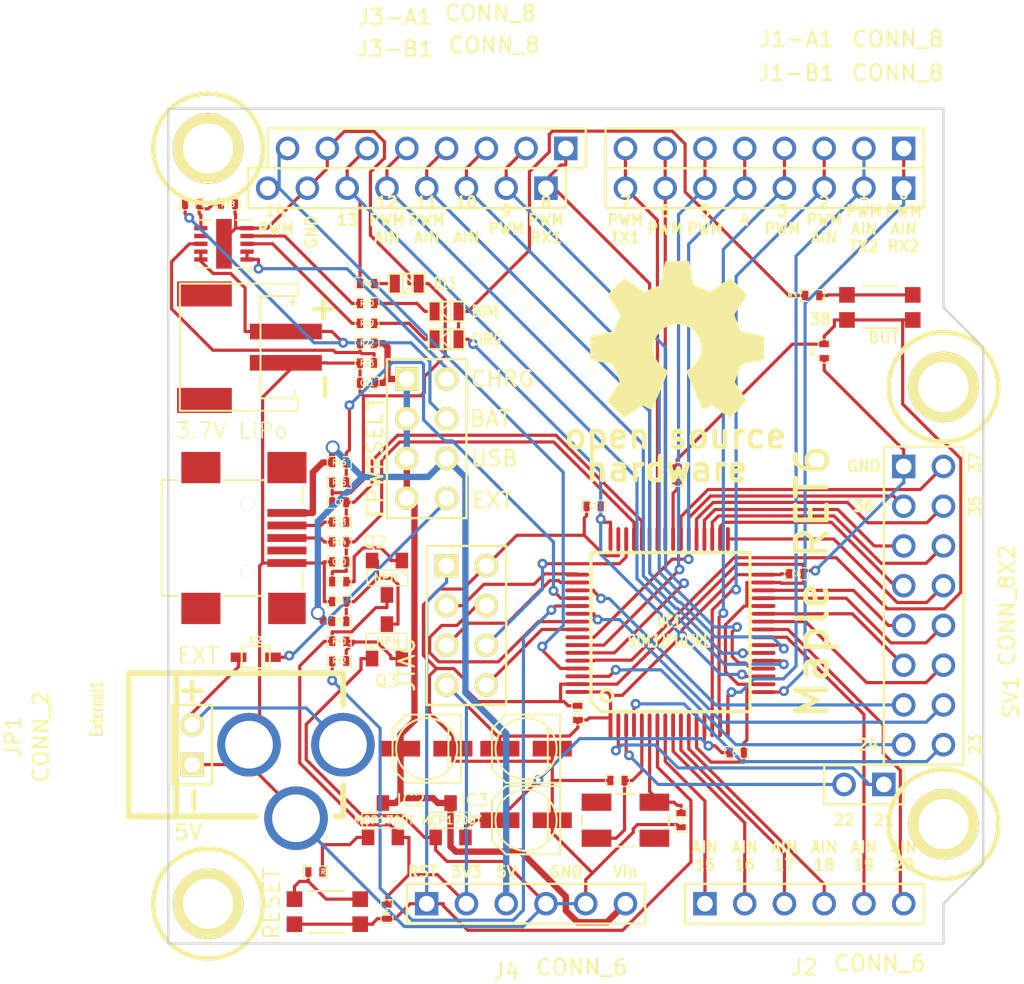
<source format=kicad_pcb>
(kicad_pcb (version 3) (host pcbnew "(2013-07-07 BZR 4022)-stable")

  (general
    (links 184)
    (no_connects 0)
    (area 41.224287 66.7858 139.973755 150.02)
    (thickness 1.6)
    (drawings 60)
    (tracks 806)
    (zones 0)
    (modules 66)
    (nets 76)
  )

  (page A4)
  (layers
    (15 F.Cu signal)
    (0 B.Cu signal hide)
    (16 B.Adhes user)
    (17 F.Adhes user)
    (18 B.Paste user)
    (19 F.Paste user)
    (20 B.SilkS user)
    (21 F.SilkS user)
    (22 B.Mask user)
    (23 F.Mask user)
    (24 Dwgs.User user hide)
    (25 Cmts.User user)
    (26 Eco1.User user)
    (27 Eco2.User user)
    (28 Edge.Cuts user)
  )

  (setup
    (last_trace_width 0.2032)
    (trace_clearance 0.2032)
    (zone_clearance 0.508)
    (zone_45_only no)
    (trace_min 0.2032)
    (segment_width 0.2)
    (edge_width 0.1)
    (via_size 0.635)
    (via_drill 0.3048)
    (via_min_size 0.635)
    (via_min_drill 0.3048)
    (uvia_size 0.508)
    (uvia_drill 0.127)
    (uvias_allowed no)
    (uvia_min_size 0.508)
    (uvia_min_drill 0.127)
    (pcb_text_width 0.3)
    (pcb_text_size 1.5 1.5)
    (mod_edge_width 0.15)
    (mod_text_size 1 1)
    (mod_text_width 0.15)
    (pad_size 1.5 1.5)
    (pad_drill 0.6)
    (pad_to_mask_clearance 0)
    (aux_axis_origin 76.2 127)
    (visible_elements 7FFFFBFF)
    (pcbplotparams
      (layerselection 3178497)
      (usegerberextensions true)
      (excludeedgelayer true)
      (linewidth 0.150000)
      (plotframeref false)
      (viasonmask false)
      (mode 1)
      (useauxorigin false)
      (hpglpennumber 1)
      (hpglpenspeed 20)
      (hpglpendiameter 15)
      (hpglpenoverlay 2)
      (psnegative false)
      (psa4output false)
      (plotreference true)
      (plotvalue true)
      (plotothertext true)
      (plotinvisibletext false)
      (padsonsilk false)
      (subtractmaskfromsilk false)
      (outputformat 1)
      (mirror false)
      (drillshape 1)
      (scaleselection 1)
      (outputdirectory ""))
  )

  (net 0 "")
  (net 1 +5V)
  (net 2 /STM32/0)
  (net 3 /STM32/1)
  (net 4 /STM32/10)
  (net 5 /STM32/11)
  (net 6 /STM32/12)
  (net 7 /STM32/13)
  (net 8 /STM32/14)
  (net 9 /STM32/15)
  (net 10 /STM32/16)
  (net 11 /STM32/17)
  (net 12 /STM32/18)
  (net 13 /STM32/19)
  (net 14 /STM32/2)
  (net 15 /STM32/20)
  (net 16 /STM32/21)
  (net 17 /STM32/22)
  (net 18 /STM32/23)
  (net 19 /STM32/24)
  (net 20 /STM32/25)
  (net 21 /STM32/26)
  (net 22 /STM32/27)
  (net 23 /STM32/28)
  (net 24 /STM32/29)
  (net 25 /STM32/3)
  (net 26 /STM32/30)
  (net 27 /STM32/31)
  (net 28 /STM32/32)
  (net 29 /STM32/33)
  (net 30 /STM32/34)
  (net 31 /STM32/35)
  (net 32 /STM32/36)
  (net 33 /STM32/37)
  (net 34 /STM32/4)
  (net 35 /STM32/5)
  (net 36 /STM32/6)
  (net 37 /STM32/7)
  (net 38 /STM32/8)
  (net 39 /STM32/9)
  (net 40 /STM32/BOOT0)
  (net 41 /STM32/DISC)
  (net 42 /STM32/JTAG-TCK)
  (net 43 /STM32/JTAG-TDI)
  (net 44 /STM32/JTAG-TDO)
  (net 45 /STM32/JTAG-TMS)
  (net 46 /STM32/JTAG-TRST)
  (net 47 /STM32/RST)
  (net 48 /STM32/USBDM)
  (net 49 /STM32/USBDP)
  (net 50 /STM32/USB_P)
  (net 51 GND)
  (net 52 N-000001)
  (net 53 N-0000010)
  (net 54 N-0000011)
  (net 55 N-0000012)
  (net 56 N-0000016)
  (net 57 N-000002)
  (net 58 N-0000038)
  (net 59 N-0000039)
  (net 60 N-000004)
  (net 61 N-0000050)
  (net 62 N-0000054)
  (net 63 N-0000055)
  (net 64 N-000006)
  (net 65 N-0000061)
  (net 66 N-0000064)
  (net 67 N-000007)
  (net 68 N-0000072)
  (net 69 N-0000074)
  (net 70 N-0000075)
  (net 71 N-0000076)
  (net 72 N-000008)
  (net 73 VAA)
  (net 74 VCC)
  (net 75 VIN)

  (net_class Default "This is the default net class."
    (clearance 0.2032)
    (trace_width 0.2032)
    (via_dia 0.635)
    (via_drill 0.3048)
    (uvia_dia 0.508)
    (uvia_drill 0.127)
    (add_net "")
    (add_net /STM32/0)
    (add_net /STM32/1)
    (add_net /STM32/10)
    (add_net /STM32/11)
    (add_net /STM32/12)
    (add_net /STM32/13)
    (add_net /STM32/14)
    (add_net /STM32/15)
    (add_net /STM32/16)
    (add_net /STM32/17)
    (add_net /STM32/18)
    (add_net /STM32/19)
    (add_net /STM32/2)
    (add_net /STM32/20)
    (add_net /STM32/21)
    (add_net /STM32/22)
    (add_net /STM32/23)
    (add_net /STM32/24)
    (add_net /STM32/25)
    (add_net /STM32/26)
    (add_net /STM32/27)
    (add_net /STM32/28)
    (add_net /STM32/29)
    (add_net /STM32/3)
    (add_net /STM32/30)
    (add_net /STM32/31)
    (add_net /STM32/32)
    (add_net /STM32/33)
    (add_net /STM32/34)
    (add_net /STM32/35)
    (add_net /STM32/36)
    (add_net /STM32/37)
    (add_net /STM32/4)
    (add_net /STM32/5)
    (add_net /STM32/6)
    (add_net /STM32/7)
    (add_net /STM32/8)
    (add_net /STM32/9)
    (add_net /STM32/BOOT0)
    (add_net /STM32/DISC)
    (add_net /STM32/JTAG-TCK)
    (add_net /STM32/JTAG-TDI)
    (add_net /STM32/JTAG-TDO)
    (add_net /STM32/JTAG-TMS)
    (add_net /STM32/JTAG-TRST)
    (add_net /STM32/RST)
    (add_net /STM32/USBDM)
    (add_net /STM32/USBDP)
    (add_net /STM32/USB_P)
    (add_net GND)
    (add_net N-000001)
    (add_net N-0000010)
    (add_net N-0000011)
    (add_net N-0000012)
    (add_net N-0000016)
    (add_net N-000002)
    (add_net N-0000038)
    (add_net N-0000039)
    (add_net N-000004)
    (add_net N-0000050)
    (add_net N-0000054)
    (add_net N-0000055)
    (add_net N-000006)
    (add_net N-0000061)
    (add_net N-0000064)
    (add_net N-000007)
    (add_net N-0000072)
    (add_net N-0000074)
    (add_net N-0000075)
    (add_net N-0000076)
    (add_net N-000008)
    (add_net VAA)
    (add_net VCC)
  )

  (net_class thick ""
    (clearance 0.2032)
    (trace_width 0.4064)
    (via_dia 0.889)
    (via_drill 0.635)
    (uvia_dia 0.508)
    (uvia_drill 0.127)
    (add_net +5V)
    (add_net VIN)
  )

  (module pcb_maple (layer F.Cu) (tedit 554FE3F4) (tstamp 55508AFD)
    (at 76.2 127)
    (fp_text reference pcb_maple (at 0 1) (layer F.SilkS) hide
      (effects (font (size 1 1) (thickness 0.15)))
    )
    (fp_text value VAL** (at 0 -1) (layer F.SilkS) hide
      (effects (font (size 1 1) (thickness 0.15)))
    )
    (fp_line (start 0 0) (end 0 -53.34) (layer Edge.Cuts) (width 0.15))
    (fp_line (start 0 -53.34) (end 49.53 -53.34) (layer Edge.Cuts) (width 0.15))
    (fp_line (start 49.53 -53.34) (end 49.53 -40.64) (layer Edge.Cuts) (width 0.15))
    (fp_line (start 49.53 -40.64) (end 52.07 -38.1) (layer Edge.Cuts) (width 0.15))
    (fp_line (start 52.07 -38.1) (end 52.07 -5.08) (layer Edge.Cuts) (width 0.15))
    (fp_line (start 52.07 -5.08) (end 49.53 -2.54) (layer Edge.Cuts) (width 0.15))
    (fp_line (start 49.53 -2.54) (end 49.53 0) (layer Edge.Cuts) (width 0.15))
    (fp_line (start 49.53 0) (end 0 0) (layer Edge.Cuts) (width 0.15))
    (pad "" thru_hole circle (at 2.54 -2.54) (size 3.2 3.2) (drill 3.2)
      (layers *.Cu *.Mask)
    )
    (pad "" thru_hole circle (at 2.54 -50.8) (size 3.2 3.2) (drill 3.2)
      (layers *.Cu *.Mask)
    )
    (pad "" thru_hole circle (at 49.53 -7.62) (size 3.2 3.2) (drill 3.2)
      (layers *.Cu *.Mask)
    )
    (pad "" thru_hole circle (at 49.53 -35.56) (size 3.2 3.2) (drill 3.2)
      (layers *.Cu *.Mask)
    )
    (model ../KiCAD_Libraries/packages3d/rmc/test/pcb_maple.wrl
      (at (xyz 0 0 0))
      (scale (xyz 1 1 1))
      (rotate (xyz 0 0 0))
    )
  )

  (module SM0402 (layer F.Cu) (tedit 50A4E0BA) (tstamp 554F58B3)
    (at 87.122 100.076 180)
    (path /4DECD296/4DECD302)
    (attr smd)
    (fp_text reference R13 (at 0 0 180) (layer F.SilkS)
      (effects (font (size 0.35052 0.3048) (thickness 0.07112)))
    )
    (fp_text value 22 (at 0.09906 0 180) (layer F.SilkS) hide
      (effects (font (size 0.35052 0.3048) (thickness 0.07112)))
    )
    (fp_line (start -0.254 -0.381) (end -0.762 -0.381) (layer F.SilkS) (width 0.07112))
    (fp_line (start -0.762 -0.381) (end -0.762 0.381) (layer F.SilkS) (width 0.07112))
    (fp_line (start -0.762 0.381) (end -0.254 0.381) (layer F.SilkS) (width 0.07112))
    (fp_line (start 0.254 -0.381) (end 0.762 -0.381) (layer F.SilkS) (width 0.07112))
    (fp_line (start 0.762 -0.381) (end 0.762 0.381) (layer F.SilkS) (width 0.07112))
    (fp_line (start 0.762 0.381) (end 0.254 0.381) (layer F.SilkS) (width 0.07112))
    (pad 1 smd rect (at -0.44958 0 180) (size 0.39878 0.59944)
      (layers F.Cu F.Paste F.Mask)
      (net 69 N-0000074)
    )
    (pad 2 smd rect (at 0.44958 0 180) (size 0.39878 0.59944)
      (layers F.Cu F.Paste F.Mask)
      (net 48 /STM32/USBDM)
    )
    (model smd\chip_cms.wrl
      (at (xyz 0 0 0.002))
      (scale (xyz 0.05 0.05 0.05))
      (rotate (xyz 0 0 0))
    )
  )

  (module SM0402 (layer F.Cu) (tedit 50A4E0BA) (tstamp 554F58BF)
    (at 88.9 86.106)
    (path /4DECD284/4DECE191)
    (attr smd)
    (fp_text reference R20 (at 0 0) (layer F.SilkS)
      (effects (font (size 0.35052 0.3048) (thickness 0.07112)))
    )
    (fp_text value 1K (at 0.09906 0) (layer F.SilkS) hide
      (effects (font (size 0.35052 0.3048) (thickness 0.07112)))
    )
    (fp_line (start -0.254 -0.381) (end -0.762 -0.381) (layer F.SilkS) (width 0.07112))
    (fp_line (start -0.762 -0.381) (end -0.762 0.381) (layer F.SilkS) (width 0.07112))
    (fp_line (start -0.762 0.381) (end -0.254 0.381) (layer F.SilkS) (width 0.07112))
    (fp_line (start 0.254 -0.381) (end 0.762 -0.381) (layer F.SilkS) (width 0.07112))
    (fp_line (start 0.762 -0.381) (end 0.762 0.381) (layer F.SilkS) (width 0.07112))
    (fp_line (start 0.762 0.381) (end 0.254 0.381) (layer F.SilkS) (width 0.07112))
    (pad 1 smd rect (at -0.44958 0) (size 0.39878 0.59944)
      (layers F.Cu F.Paste F.Mask)
      (net 67 N-000007)
    )
    (pad 2 smd rect (at 0.44958 0) (size 0.39878 0.59944)
      (layers F.Cu F.Paste F.Mask)
      (net 55 N-0000012)
    )
    (model smd\chip_cms.wrl
      (at (xyz 0 0 0.002))
      (scale (xyz 0.05 0.05 0.05))
      (rotate (xyz 0 0 0))
    )
  )

  (module SM0402 (layer F.Cu) (tedit 50A4E0BA) (tstamp 554F58CB)
    (at 88.9 87.376)
    (path /4DECD284/4DECE188)
    (attr smd)
    (fp_text reference R19 (at 0 0) (layer F.SilkS)
      (effects (font (size 0.35052 0.3048) (thickness 0.07112)))
    )
    (fp_text value 1K (at 0.09906 0) (layer F.SilkS) hide
      (effects (font (size 0.35052 0.3048) (thickness 0.07112)))
    )
    (fp_line (start -0.254 -0.381) (end -0.762 -0.381) (layer F.SilkS) (width 0.07112))
    (fp_line (start -0.762 -0.381) (end -0.762 0.381) (layer F.SilkS) (width 0.07112))
    (fp_line (start -0.762 0.381) (end -0.254 0.381) (layer F.SilkS) (width 0.07112))
    (fp_line (start 0.254 -0.381) (end 0.762 -0.381) (layer F.SilkS) (width 0.07112))
    (fp_line (start 0.762 -0.381) (end 0.762 0.381) (layer F.SilkS) (width 0.07112))
    (fp_line (start 0.762 0.381) (end 0.254 0.381) (layer F.SilkS) (width 0.07112))
    (pad 1 smd rect (at -0.44958 0) (size 0.39878 0.59944)
      (layers F.Cu F.Paste F.Mask)
      (net 54 N-0000011)
    )
    (pad 2 smd rect (at 0.44958 0) (size 0.39878 0.59944)
      (layers F.Cu F.Paste F.Mask)
      (net 64 N-000006)
    )
    (model smd\chip_cms.wrl
      (at (xyz 0 0 0.002))
      (scale (xyz 0.05 0.05 0.05))
      (rotate (xyz 0 0 0))
    )
  )

  (module SM0402 (layer F.Cu) (tedit 50A4E0BA) (tstamp 554F58D7)
    (at 80.01 79.756)
    (path /4DECD284/4DECDF59)
    (attr smd)
    (fp_text reference R18 (at 0 0) (layer F.SilkS)
      (effects (font (size 0.35052 0.3048) (thickness 0.07112)))
    )
    (fp_text value 1K (at 0.09906 0) (layer F.SilkS) hide
      (effects (font (size 0.35052 0.3048) (thickness 0.07112)))
    )
    (fp_line (start -0.254 -0.381) (end -0.762 -0.381) (layer F.SilkS) (width 0.07112))
    (fp_line (start -0.762 -0.381) (end -0.762 0.381) (layer F.SilkS) (width 0.07112))
    (fp_line (start -0.762 0.381) (end -0.254 0.381) (layer F.SilkS) (width 0.07112))
    (fp_line (start 0.254 -0.381) (end 0.762 -0.381) (layer F.SilkS) (width 0.07112))
    (fp_line (start 0.762 -0.381) (end 0.762 0.381) (layer F.SilkS) (width 0.07112))
    (fp_line (start 0.762 0.381) (end 0.254 0.381) (layer F.SilkS) (width 0.07112))
    (pad 1 smd rect (at -0.44958 0) (size 0.39878 0.59944)
      (layers F.Cu F.Paste F.Mask)
      (net 57 N-000002)
    )
    (pad 2 smd rect (at 0.44958 0) (size 0.39878 0.59944)
      (layers F.Cu F.Paste F.Mask)
      (net 51 GND)
    )
    (model smd\chip_cms.wrl
      (at (xyz 0 0 0.002))
      (scale (xyz 0.05 0.05 0.05))
      (rotate (xyz 0 0 0))
    )
  )

  (module SM0402 (layer F.Cu) (tedit 50A4E0BA) (tstamp 554F58E3)
    (at 87.122 96.266)
    (path /4DECD296/4DECD2EF)
    (attr smd)
    (fp_text reference R16 (at 0 0) (layer F.SilkS)
      (effects (font (size 0.35052 0.3048) (thickness 0.07112)))
    )
    (fp_text value 1.5K (at 0.09906 0) (layer F.SilkS) hide
      (effects (font (size 0.35052 0.3048) (thickness 0.07112)))
    )
    (fp_line (start -0.254 -0.381) (end -0.762 -0.381) (layer F.SilkS) (width 0.07112))
    (fp_line (start -0.762 -0.381) (end -0.762 0.381) (layer F.SilkS) (width 0.07112))
    (fp_line (start -0.762 0.381) (end -0.254 0.381) (layer F.SilkS) (width 0.07112))
    (fp_line (start 0.254 -0.381) (end 0.762 -0.381) (layer F.SilkS) (width 0.07112))
    (fp_line (start 0.762 -0.381) (end 0.762 0.381) (layer F.SilkS) (width 0.07112))
    (fp_line (start 0.762 0.381) (end 0.254 0.381) (layer F.SilkS) (width 0.07112))
    (pad 1 smd rect (at -0.44958 0) (size 0.39878 0.59944)
      (layers F.Cu F.Paste F.Mask)
      (net 1 +5V)
    )
    (pad 2 smd rect (at 0.44958 0) (size 0.39878 0.59944)
      (layers F.Cu F.Paste F.Mask)
      (net 50 /STM32/USB_P)
    )
    (model smd\chip_cms.wrl
      (at (xyz 0 0 0.002))
      (scale (xyz 0.05 0.05 0.05))
      (rotate (xyz 0 0 0))
    )
  )

  (module SM0402 (layer F.Cu) (tedit 50A4E0BA) (tstamp 554F58EF)
    (at 87.122 97.536 180)
    (path /4DECD296/4DECD2F0)
    (attr smd)
    (fp_text reference R15 (at 0 0 180) (layer F.SilkS)
      (effects (font (size 0.35052 0.3048) (thickness 0.07112)))
    )
    (fp_text value 1.5K (at 0.09906 0 180) (layer F.SilkS) hide
      (effects (font (size 0.35052 0.3048) (thickness 0.07112)))
    )
    (fp_line (start -0.254 -0.381) (end -0.762 -0.381) (layer F.SilkS) (width 0.07112))
    (fp_line (start -0.762 -0.381) (end -0.762 0.381) (layer F.SilkS) (width 0.07112))
    (fp_line (start -0.762 0.381) (end -0.254 0.381) (layer F.SilkS) (width 0.07112))
    (fp_line (start 0.254 -0.381) (end 0.762 -0.381) (layer F.SilkS) (width 0.07112))
    (fp_line (start 0.762 -0.381) (end 0.762 0.381) (layer F.SilkS) (width 0.07112))
    (fp_line (start 0.762 0.381) (end 0.254 0.381) (layer F.SilkS) (width 0.07112))
    (pad 1 smd rect (at -0.44958 0 180) (size 0.39878 0.59944)
      (layers F.Cu F.Paste F.Mask)
      (net 50 /STM32/USB_P)
    )
    (pad 2 smd rect (at 0.44958 0 180) (size 0.39878 0.59944)
      (layers F.Cu F.Paste F.Mask)
      (net 51 GND)
    )
    (model smd\chip_cms.wrl
      (at (xyz 0 0 0.002))
      (scale (xyz 0.05 0.05 0.05))
      (rotate (xyz 0 0 0))
    )
  )

  (module SM0402 (layer F.Cu) (tedit 50A4E0BA) (tstamp 554F58FB)
    (at 87.122 101.346 180)
    (path /4DECD296/4DECD303)
    (attr smd)
    (fp_text reference R14 (at 0 0 180) (layer F.SilkS)
      (effects (font (size 0.35052 0.3048) (thickness 0.07112)))
    )
    (fp_text value 22 (at 0.09906 0 180) (layer F.SilkS) hide
      (effects (font (size 0.35052 0.3048) (thickness 0.07112)))
    )
    (fp_line (start -0.254 -0.381) (end -0.762 -0.381) (layer F.SilkS) (width 0.07112))
    (fp_line (start -0.762 -0.381) (end -0.762 0.381) (layer F.SilkS) (width 0.07112))
    (fp_line (start -0.762 0.381) (end -0.254 0.381) (layer F.SilkS) (width 0.07112))
    (fp_line (start 0.254 -0.381) (end 0.762 -0.381) (layer F.SilkS) (width 0.07112))
    (fp_line (start 0.762 -0.381) (end 0.762 0.381) (layer F.SilkS) (width 0.07112))
    (fp_line (start 0.762 0.381) (end 0.254 0.381) (layer F.SilkS) (width 0.07112))
    (pad 1 smd rect (at -0.44958 0 180) (size 0.39878 0.59944)
      (layers F.Cu F.Paste F.Mask)
      (net 65 N-0000061)
    )
    (pad 2 smd rect (at 0.44958 0 180) (size 0.39878 0.59944)
      (layers F.Cu F.Paste F.Mask)
      (net 49 /STM32/USBDP)
    )
    (model smd\chip_cms.wrl
      (at (xyz 0 0 0.002))
      (scale (xyz 0.05 0.05 0.05))
      (rotate (xyz 0 0 0))
    )
  )

  (module SM0402 (layer F.Cu) (tedit 50A4E0BA) (tstamp 554F5907)
    (at 88.9 84.836)
    (path /4DECD296/4DECD9C6)
    (attr smd)
    (fp_text reference R6 (at 0 0) (layer F.SilkS)
      (effects (font (size 0.35052 0.3048) (thickness 0.07112)))
    )
    (fp_text value 1K (at 0.09906 0) (layer F.SilkS) hide
      (effects (font (size 0.35052 0.3048) (thickness 0.07112)))
    )
    (fp_line (start -0.254 -0.381) (end -0.762 -0.381) (layer F.SilkS) (width 0.07112))
    (fp_line (start -0.762 -0.381) (end -0.762 0.381) (layer F.SilkS) (width 0.07112))
    (fp_line (start -0.762 0.381) (end -0.254 0.381) (layer F.SilkS) (width 0.07112))
    (fp_line (start 0.254 -0.381) (end 0.762 -0.381) (layer F.SilkS) (width 0.07112))
    (fp_line (start 0.762 -0.381) (end 0.762 0.381) (layer F.SilkS) (width 0.07112))
    (fp_line (start 0.762 0.381) (end 0.254 0.381) (layer F.SilkS) (width 0.07112))
    (pad 1 smd rect (at -0.44958 0) (size 0.39878 0.59944)
      (layers F.Cu F.Paste F.Mask)
      (net 7 /STM32/13)
    )
    (pad 2 smd rect (at 0.44958 0) (size 0.39878 0.59944)
      (layers F.Cu F.Paste F.Mask)
      (net 68 N-0000072)
    )
    (model smd\chip_cms.wrl
      (at (xyz 0 0 0.002))
      (scale (xyz 0.05 0.05 0.05))
      (rotate (xyz 0 0 0))
    )
  )

  (module SM0402 (layer F.Cu) (tedit 50A4E0BA) (tstamp 554F5913)
    (at 87.122 108.966 180)
    (path /4DECD296/4DECD2FD)
    (attr smd)
    (fp_text reference R12 (at 0 0 180) (layer F.SilkS)
      (effects (font (size 0.35052 0.3048) (thickness 0.07112)))
    )
    (fp_text value 1K (at 0.09906 0 180) (layer F.SilkS) hide
      (effects (font (size 0.35052 0.3048) (thickness 0.07112)))
    )
    (fp_line (start -0.254 -0.381) (end -0.762 -0.381) (layer F.SilkS) (width 0.07112))
    (fp_line (start -0.762 -0.381) (end -0.762 0.381) (layer F.SilkS) (width 0.07112))
    (fp_line (start -0.762 0.381) (end -0.254 0.381) (layer F.SilkS) (width 0.07112))
    (fp_line (start 0.254 -0.381) (end 0.762 -0.381) (layer F.SilkS) (width 0.07112))
    (fp_line (start 0.762 -0.381) (end 0.762 0.381) (layer F.SilkS) (width 0.07112))
    (fp_line (start 0.762 0.381) (end 0.254 0.381) (layer F.SilkS) (width 0.07112))
    (pad 1 smd rect (at -0.44958 0 180) (size 0.39878 0.59944)
      (layers F.Cu F.Paste F.Mask)
      (net 63 N-0000055)
    )
    (pad 2 smd rect (at 0.44958 0 180) (size 0.39878 0.59944)
      (layers F.Cu F.Paste F.Mask)
      (net 41 /STM32/DISC)
    )
    (model smd\chip_cms.wrl
      (at (xyz 0 0 0.002))
      (scale (xyz 0.05 0.05 0.05))
      (rotate (xyz 0 0 0))
    )
  )

  (module SM0402 (layer F.Cu) (tedit 50A4E0BA) (tstamp 554F591F)
    (at 87.122 107.696)
    (path /4DECD296/4DECD2FC)
    (attr smd)
    (fp_text reference R10 (at 0 0) (layer F.SilkS)
      (effects (font (size 0.35052 0.3048) (thickness 0.07112)))
    )
    (fp_text value 47K (at 0.09906 0) (layer F.SilkS) hide
      (effects (font (size 0.35052 0.3048) (thickness 0.07112)))
    )
    (fp_line (start -0.254 -0.381) (end -0.762 -0.381) (layer F.SilkS) (width 0.07112))
    (fp_line (start -0.762 -0.381) (end -0.762 0.381) (layer F.SilkS) (width 0.07112))
    (fp_line (start -0.762 0.381) (end -0.254 0.381) (layer F.SilkS) (width 0.07112))
    (fp_line (start 0.254 -0.381) (end 0.762 -0.381) (layer F.SilkS) (width 0.07112))
    (fp_line (start 0.762 -0.381) (end 0.762 0.381) (layer F.SilkS) (width 0.07112))
    (fp_line (start 0.762 0.381) (end 0.254 0.381) (layer F.SilkS) (width 0.07112))
    (pad 1 smd rect (at -0.44958 0) (size 0.39878 0.59944)
      (layers F.Cu F.Paste F.Mask)
      (net 74 VCC)
    )
    (pad 2 smd rect (at 0.44958 0) (size 0.39878 0.59944)
      (layers F.Cu F.Paste F.Mask)
      (net 63 N-0000055)
    )
    (model smd\chip_cms.wrl
      (at (xyz 0 0 0.002))
      (scale (xyz 0.05 0.05 0.05))
      (rotate (xyz 0 0 0))
    )
  )

  (module SM0402 (layer F.Cu) (tedit 50A4E0BA) (tstamp 554F592B)
    (at 87.122 106.426)
    (path /4DECD296/4DECD2F3)
    (attr smd)
    (fp_text reference R9 (at 0 0) (layer F.SilkS)
      (effects (font (size 0.35052 0.3048) (thickness 0.07112)))
    )
    (fp_text value 10K (at 0.09906 0) (layer F.SilkS) hide
      (effects (font (size 0.35052 0.3048) (thickness 0.07112)))
    )
    (fp_line (start -0.254 -0.381) (end -0.762 -0.381) (layer F.SilkS) (width 0.07112))
    (fp_line (start -0.762 -0.381) (end -0.762 0.381) (layer F.SilkS) (width 0.07112))
    (fp_line (start -0.762 0.381) (end -0.254 0.381) (layer F.SilkS) (width 0.07112))
    (fp_line (start 0.254 -0.381) (end 0.762 -0.381) (layer F.SilkS) (width 0.07112))
    (fp_line (start 0.762 -0.381) (end 0.762 0.381) (layer F.SilkS) (width 0.07112))
    (fp_line (start 0.762 0.381) (end 0.254 0.381) (layer F.SilkS) (width 0.07112))
    (pad 1 smd rect (at -0.44958 0) (size 0.39878 0.59944)
      (layers F.Cu F.Paste F.Mask)
      (net 1 +5V)
    )
    (pad 2 smd rect (at 0.44958 0) (size 0.39878 0.59944)
      (layers F.Cu F.Paste F.Mask)
      (net 70 N-0000075)
    )
    (model smd\chip_cms.wrl
      (at (xyz 0 0 0.002))
      (scale (xyz 0.05 0.05 0.05))
      (rotate (xyz 0 0 0))
    )
  )

  (module SM0402 (layer F.Cu) (tedit 50A4E0BA) (tstamp 554F5937)
    (at 87.122 105.156 180)
    (path /4DECD296/4DECD2F7)
    (attr smd)
    (fp_text reference R8 (at 0 0 180) (layer F.SilkS)
      (effects (font (size 0.35052 0.3048) (thickness 0.07112)))
    )
    (fp_text value 36K (at 0.09906 0 180) (layer F.SilkS) hide
      (effects (font (size 0.35052 0.3048) (thickness 0.07112)))
    )
    (fp_line (start -0.254 -0.381) (end -0.762 -0.381) (layer F.SilkS) (width 0.07112))
    (fp_line (start -0.762 -0.381) (end -0.762 0.381) (layer F.SilkS) (width 0.07112))
    (fp_line (start -0.762 0.381) (end -0.254 0.381) (layer F.SilkS) (width 0.07112))
    (fp_line (start 0.254 -0.381) (end 0.762 -0.381) (layer F.SilkS) (width 0.07112))
    (fp_line (start 0.762 -0.381) (end 0.762 0.381) (layer F.SilkS) (width 0.07112))
    (fp_line (start 0.762 0.381) (end 0.254 0.381) (layer F.SilkS) (width 0.07112))
    (pad 1 smd rect (at -0.44958 0 180) (size 0.39878 0.59944)
      (layers F.Cu F.Paste F.Mask)
      (net 70 N-0000075)
    )
    (pad 2 smd rect (at 0.44958 0 180) (size 0.39878 0.59944)
      (layers F.Cu F.Paste F.Mask)
      (net 51 GND)
    )
    (model smd\chip_cms.wrl
      (at (xyz 0 0 0.002))
      (scale (xyz 0.05 0.05 0.05))
      (rotate (xyz 0 0 0))
    )
  )

  (module SM0402 (layer F.Cu) (tedit 554F5ED7) (tstamp 554F5943)
    (at 85.598 122.428)
    (path /4DECD296/4DECD2EA)
    (attr smd)
    (fp_text reference R1 (at 0.635 0) (layer F.SilkS)
      (effects (font (size 0.35052 0.3048) (thickness 0.07112)))
    )
    (fp_text value 1K (at 0.09906 0) (layer F.SilkS) hide
      (effects (font (size 0.35052 0.3048) (thickness 0.07112)))
    )
    (fp_line (start -0.254 -0.381) (end -0.762 -0.381) (layer F.SilkS) (width 0.07112))
    (fp_line (start -0.762 -0.381) (end -0.762 0.381) (layer F.SilkS) (width 0.07112))
    (fp_line (start -0.762 0.381) (end -0.254 0.381) (layer F.SilkS) (width 0.07112))
    (fp_line (start 0.254 -0.381) (end 0.762 -0.381) (layer F.SilkS) (width 0.07112))
    (fp_line (start 0.762 -0.381) (end 0.762 0.381) (layer F.SilkS) (width 0.07112))
    (fp_line (start 0.762 0.381) (end 0.254 0.381) (layer F.SilkS) (width 0.07112))
    (pad 1 smd rect (at -0.44958 0) (size 0.39878 0.59944)
      (layers F.Cu F.Paste F.Mask)
      (net 61 N-0000050)
    )
    (pad 2 smd rect (at 0.44958 0) (size 0.39878 0.59944)
      (layers F.Cu F.Paste F.Mask)
      (net 51 GND)
    )
    (model smd\chip_cms.wrl
      (at (xyz 0 0 0.002))
      (scale (xyz 0.05 0.05 0.05))
      (rotate (xyz 0 0 0))
    )
  )

  (module SM0402 (layer F.Cu) (tedit 554FE73C) (tstamp 554F594F)
    (at 118.11 89.154 270)
    (path /4DECD296/4DECD2ED)
    (attr smd)
    (fp_text reference R2 (at 0 0.762 270) (layer F.SilkS)
      (effects (font (size 0.35052 0.3048) (thickness 0.07112)))
    )
    (fp_text value 10K (at 0.09906 0 270) (layer F.SilkS) hide
      (effects (font (size 0.35052 0.3048) (thickness 0.07112)))
    )
    (fp_line (start -0.254 -0.381) (end -0.762 -0.381) (layer F.SilkS) (width 0.07112))
    (fp_line (start -0.762 -0.381) (end -0.762 0.381) (layer F.SilkS) (width 0.07112))
    (fp_line (start -0.762 0.381) (end -0.254 0.381) (layer F.SilkS) (width 0.07112))
    (fp_line (start 0.254 -0.381) (end 0.762 -0.381) (layer F.SilkS) (width 0.07112))
    (fp_line (start 0.762 -0.381) (end 0.762 0.381) (layer F.SilkS) (width 0.07112))
    (fp_line (start 0.762 0.381) (end 0.254 0.381) (layer F.SilkS) (width 0.07112))
    (pad 1 smd rect (at -0.44958 0 270) (size 0.39878 0.59944)
      (layers F.Cu F.Paste F.Mask)
      (net 40 /STM32/BOOT0)
    )
    (pad 2 smd rect (at 0.44958 0 270) (size 0.39878 0.59944)
      (layers F.Cu F.Paste F.Mask)
      (net 51 GND)
    )
    (model smd\chip_cms.wrl
      (at (xyz 0 0 0.002))
      (scale (xyz 0.05 0.05 0.05))
      (rotate (xyz 0 0 0))
    )
  )

  (module SM0402 (layer F.Cu) (tedit 50A4E0BA) (tstamp 554F595B)
    (at 90.17 124.968 270)
    (path /4DECD296/4DECD2E8)
    (attr smd)
    (fp_text reference R4 (at 0 0 270) (layer F.SilkS)
      (effects (font (size 0.35052 0.3048) (thickness 0.07112)))
    )
    (fp_text value 10K (at 0.09906 0 270) (layer F.SilkS) hide
      (effects (font (size 0.35052 0.3048) (thickness 0.07112)))
    )
    (fp_line (start -0.254 -0.381) (end -0.762 -0.381) (layer F.SilkS) (width 0.07112))
    (fp_line (start -0.762 -0.381) (end -0.762 0.381) (layer F.SilkS) (width 0.07112))
    (fp_line (start -0.762 0.381) (end -0.254 0.381) (layer F.SilkS) (width 0.07112))
    (fp_line (start 0.254 -0.381) (end 0.762 -0.381) (layer F.SilkS) (width 0.07112))
    (fp_line (start 0.762 -0.381) (end 0.762 0.381) (layer F.SilkS) (width 0.07112))
    (fp_line (start 0.762 0.381) (end 0.254 0.381) (layer F.SilkS) (width 0.07112))
    (pad 1 smd rect (at -0.44958 0 270) (size 0.39878 0.59944)
      (layers F.Cu F.Paste F.Mask)
      (net 74 VCC)
    )
    (pad 2 smd rect (at 0.44958 0 270) (size 0.39878 0.59944)
      (layers F.Cu F.Paste F.Mask)
      (net 47 /STM32/RST)
    )
    (model smd\chip_cms.wrl
      (at (xyz 0 0 0.002))
      (scale (xyz 0.05 0.05 0.05))
      (rotate (xyz 0 0 0))
    )
  )

  (module SM0402 (layer F.Cu) (tedit 50A4E0BA) (tstamp 554F5967)
    (at 108.712 97.028 270)
    (path /4DECD296/4DECD5C2)
    (attr smd)
    (fp_text reference R5 (at 0 0 270) (layer F.SilkS)
      (effects (font (size 0.35052 0.3048) (thickness 0.07112)))
    )
    (fp_text value 1K (at 0.09906 0 270) (layer F.SilkS) hide
      (effects (font (size 0.35052 0.3048) (thickness 0.07112)))
    )
    (fp_line (start -0.254 -0.381) (end -0.762 -0.381) (layer F.SilkS) (width 0.07112))
    (fp_line (start -0.762 -0.381) (end -0.762 0.381) (layer F.SilkS) (width 0.07112))
    (fp_line (start -0.762 0.381) (end -0.254 0.381) (layer F.SilkS) (width 0.07112))
    (fp_line (start 0.254 -0.381) (end 0.762 -0.381) (layer F.SilkS) (width 0.07112))
    (fp_line (start 0.762 -0.381) (end 0.762 0.381) (layer F.SilkS) (width 0.07112))
    (fp_line (start 0.762 0.381) (end 0.254 0.381) (layer F.SilkS) (width 0.07112))
    (pad 1 smd rect (at -0.44958 0 270) (size 0.39878 0.59944)
      (layers F.Cu F.Paste F.Mask)
      (net 40 /STM32/BOOT0)
    )
    (pad 2 smd rect (at 0.44958 0 270) (size 0.39878 0.59944)
      (layers F.Cu F.Paste F.Mask)
      (net 66 N-0000064)
    )
    (model smd\chip_cms.wrl
      (at (xyz 0 0 0.002))
      (scale (xyz 0.05 0.05 0.05))
      (rotate (xyz 0 0 0))
    )
  )

  (module SM0402 (layer F.Cu) (tedit 50A4E0BA) (tstamp 554F5973)
    (at 88.9 88.646 180)
    (path /4DECD284/4DECDFDC)
    (attr smd)
    (fp_text reference R22 (at 0 0 180) (layer F.SilkS)
      (effects (font (size 0.35052 0.3048) (thickness 0.07112)))
    )
    (fp_text value 10K (at 0.09906 0 180) (layer F.SilkS) hide
      (effects (font (size 0.35052 0.3048) (thickness 0.07112)))
    )
    (fp_line (start -0.254 -0.381) (end -0.762 -0.381) (layer F.SilkS) (width 0.07112))
    (fp_line (start -0.762 -0.381) (end -0.762 0.381) (layer F.SilkS) (width 0.07112))
    (fp_line (start -0.762 0.381) (end -0.254 0.381) (layer F.SilkS) (width 0.07112))
    (fp_line (start 0.254 -0.381) (end 0.762 -0.381) (layer F.SilkS) (width 0.07112))
    (fp_line (start 0.762 -0.381) (end 0.762 0.381) (layer F.SilkS) (width 0.07112))
    (fp_line (start 0.762 0.381) (end 0.254 0.381) (layer F.SilkS) (width 0.07112))
    (pad 1 smd rect (at -0.44958 0 180) (size 0.39878 0.59944)
      (layers F.Cu F.Paste F.Mask)
      (net 75 VIN)
    )
    (pad 2 smd rect (at 0.44958 0 180) (size 0.39878 0.59944)
      (layers F.Cu F.Paste F.Mask)
      (net 52 N-000001)
    )
    (model smd\chip_cms.wrl
      (at (xyz 0 0 0.002))
      (scale (xyz 0.05 0.05 0.05))
      (rotate (xyz 0 0 0))
    )
  )

  (module SM0402 (layer F.Cu) (tedit 50A4E0BA) (tstamp 554F597F)
    (at 104.902 116.586)
    (path /4DECD296/4DECD6C9)
    (attr smd)
    (fp_text reference C1 (at 0 0) (layer F.SilkS)
      (effects (font (size 0.35052 0.3048) (thickness 0.07112)))
    )
    (fp_text value 33pF (at 0.09906 0) (layer F.SilkS) hide
      (effects (font (size 0.35052 0.3048) (thickness 0.07112)))
    )
    (fp_line (start -0.254 -0.381) (end -0.762 -0.381) (layer F.SilkS) (width 0.07112))
    (fp_line (start -0.762 -0.381) (end -0.762 0.381) (layer F.SilkS) (width 0.07112))
    (fp_line (start -0.762 0.381) (end -0.254 0.381) (layer F.SilkS) (width 0.07112))
    (fp_line (start 0.254 -0.381) (end 0.762 -0.381) (layer F.SilkS) (width 0.07112))
    (fp_line (start 0.762 -0.381) (end 0.762 0.381) (layer F.SilkS) (width 0.07112))
    (fp_line (start 0.762 0.381) (end 0.254 0.381) (layer F.SilkS) (width 0.07112))
    (pad 1 smd rect (at -0.44958 0) (size 0.39878 0.59944)
      (layers F.Cu F.Paste F.Mask)
      (net 51 GND)
    )
    (pad 2 smd rect (at 0.44958 0) (size 0.39878 0.59944)
      (layers F.Cu F.Paste F.Mask)
      (net 59 N-0000039)
    )
    (model smd\chip_cms.wrl
      (at (xyz 0 0 0.002))
      (scale (xyz 0.05 0.05 0.05))
      (rotate (xyz 0 0 0))
    )
  )

  (module SM0402 (layer F.Cu) (tedit 50A4E0BA) (tstamp 554F598B)
    (at 108.966 119.126 90)
    (path /4DECD296/4DECD6D3)
    (attr smd)
    (fp_text reference C2 (at 0 0 90) (layer F.SilkS)
      (effects (font (size 0.35052 0.3048) (thickness 0.07112)))
    )
    (fp_text value 33pF (at 0.09906 0 90) (layer F.SilkS) hide
      (effects (font (size 0.35052 0.3048) (thickness 0.07112)))
    )
    (fp_line (start -0.254 -0.381) (end -0.762 -0.381) (layer F.SilkS) (width 0.07112))
    (fp_line (start -0.762 -0.381) (end -0.762 0.381) (layer F.SilkS) (width 0.07112))
    (fp_line (start -0.762 0.381) (end -0.254 0.381) (layer F.SilkS) (width 0.07112))
    (fp_line (start 0.254 -0.381) (end 0.762 -0.381) (layer F.SilkS) (width 0.07112))
    (fp_line (start 0.762 -0.381) (end 0.762 0.381) (layer F.SilkS) (width 0.07112))
    (fp_line (start 0.762 0.381) (end 0.254 0.381) (layer F.SilkS) (width 0.07112))
    (pad 1 smd rect (at -0.44958 0 90) (size 0.39878 0.59944)
      (layers F.Cu F.Paste F.Mask)
      (net 51 GND)
    )
    (pad 2 smd rect (at 0.44958 0 90) (size 0.39878 0.59944)
      (layers F.Cu F.Paste F.Mask)
      (net 58 N-0000038)
    )
    (model smd\chip_cms.wrl
      (at (xyz 0 0 0.002))
      (scale (xyz 0.05 0.05 0.05))
      (rotate (xyz 0 0 0))
    )
  )

  (module SM0402 (layer F.Cu) (tedit 50A4E0BA) (tstamp 554F5997)
    (at 77.724 79.756)
    (path /4DECD284/4DECDEE4)
    (attr smd)
    (fp_text reference C3 (at 0 0) (layer F.SilkS)
      (effects (font (size 0.35052 0.3048) (thickness 0.07112)))
    )
    (fp_text value 1uF (at 0.09906 0) (layer F.SilkS) hide
      (effects (font (size 0.35052 0.3048) (thickness 0.07112)))
    )
    (fp_line (start -0.254 -0.381) (end -0.762 -0.381) (layer F.SilkS) (width 0.07112))
    (fp_line (start -0.762 -0.381) (end -0.762 0.381) (layer F.SilkS) (width 0.07112))
    (fp_line (start -0.762 0.381) (end -0.254 0.381) (layer F.SilkS) (width 0.07112))
    (fp_line (start 0.254 -0.381) (end 0.762 -0.381) (layer F.SilkS) (width 0.07112))
    (fp_line (start 0.762 -0.381) (end 0.762 0.381) (layer F.SilkS) (width 0.07112))
    (fp_line (start 0.762 0.381) (end 0.254 0.381) (layer F.SilkS) (width 0.07112))
    (pad 1 smd rect (at -0.44958 0) (size 0.39878 0.59944)
      (layers F.Cu F.Paste F.Mask)
      (net 56 N-0000016)
    )
    (pad 2 smd rect (at 0.44958 0) (size 0.39878 0.59944)
      (layers F.Cu F.Paste F.Mask)
      (net 57 N-000002)
    )
    (model smd\chip_cms.wrl
      (at (xyz 0 0 0.002))
      (scale (xyz 0.05 0.05 0.05))
      (rotate (xyz 0 0 0))
    )
  )

  (module SM0402 (layer F.Cu) (tedit 50A4E0BA) (tstamp 554F59AF)
    (at 112.522 114.808)
    (path /4DECD296/4DECD2E0)
    (attr smd)
    (fp_text reference C5 (at 0 0) (layer F.SilkS)
      (effects (font (size 0.35052 0.3048) (thickness 0.07112)))
    )
    (fp_text value 1uF (at 0.09906 0) (layer F.SilkS) hide
      (effects (font (size 0.35052 0.3048) (thickness 0.07112)))
    )
    (fp_line (start -0.254 -0.381) (end -0.762 -0.381) (layer F.SilkS) (width 0.07112))
    (fp_line (start -0.762 -0.381) (end -0.762 0.381) (layer F.SilkS) (width 0.07112))
    (fp_line (start -0.762 0.381) (end -0.254 0.381) (layer F.SilkS) (width 0.07112))
    (fp_line (start 0.254 -0.381) (end 0.762 -0.381) (layer F.SilkS) (width 0.07112))
    (fp_line (start 0.762 -0.381) (end 0.762 0.381) (layer F.SilkS) (width 0.07112))
    (fp_line (start 0.762 0.381) (end 0.254 0.381) (layer F.SilkS) (width 0.07112))
    (pad 1 smd rect (at -0.44958 0) (size 0.39878 0.59944)
      (layers F.Cu F.Paste F.Mask)
      (net 73 VAA)
    )
    (pad 2 smd rect (at 0.44958 0) (size 0.39878 0.59944)
      (layers F.Cu F.Paste F.Mask)
      (net 51 GND)
    )
    (model smd\chip_cms.wrl
      (at (xyz 0 0 0.002))
      (scale (xyz 0.05 0.05 0.05))
      (rotate (xyz 0 0 0))
    )
  )

  (module SM0402 (layer F.Cu) (tedit 50A4E0BA) (tstamp 554F59BB)
    (at 116.332 103.378)
    (path /4DECD296/4DECD2E3)
    (attr smd)
    (fp_text reference C6 (at 0 0) (layer F.SilkS)
      (effects (font (size 0.35052 0.3048) (thickness 0.07112)))
    )
    (fp_text value 1uF (at 0.09906 0) (layer F.SilkS) hide
      (effects (font (size 0.35052 0.3048) (thickness 0.07112)))
    )
    (fp_line (start -0.254 -0.381) (end -0.762 -0.381) (layer F.SilkS) (width 0.07112))
    (fp_line (start -0.762 -0.381) (end -0.762 0.381) (layer F.SilkS) (width 0.07112))
    (fp_line (start -0.762 0.381) (end -0.254 0.381) (layer F.SilkS) (width 0.07112))
    (fp_line (start 0.254 -0.381) (end 0.762 -0.381) (layer F.SilkS) (width 0.07112))
    (fp_line (start 0.762 -0.381) (end 0.762 0.381) (layer F.SilkS) (width 0.07112))
    (fp_line (start 0.762 0.381) (end 0.254 0.381) (layer F.SilkS) (width 0.07112))
    (pad 1 smd rect (at -0.44958 0) (size 0.39878 0.59944)
      (layers F.Cu F.Paste F.Mask)
      (net 74 VCC)
    )
    (pad 2 smd rect (at 0.44958 0) (size 0.39878 0.59944)
      (layers F.Cu F.Paste F.Mask)
      (net 51 GND)
    )
    (model smd\chip_cms.wrl
      (at (xyz 0 0 0.002))
      (scale (xyz 0.05 0.05 0.05))
      (rotate (xyz 0 0 0))
    )
  )

  (module SM0402 (layer F.Cu) (tedit 50A4E0BA) (tstamp 554F59C7)
    (at 103.378 99.06 180)
    (path /4DECD296/4DECD2E4)
    (attr smd)
    (fp_text reference C7 (at 0 0 180) (layer F.SilkS)
      (effects (font (size 0.35052 0.3048) (thickness 0.07112)))
    )
    (fp_text value 1uF (at 0.09906 0 180) (layer F.SilkS) hide
      (effects (font (size 0.35052 0.3048) (thickness 0.07112)))
    )
    (fp_line (start -0.254 -0.381) (end -0.762 -0.381) (layer F.SilkS) (width 0.07112))
    (fp_line (start -0.762 -0.381) (end -0.762 0.381) (layer F.SilkS) (width 0.07112))
    (fp_line (start -0.762 0.381) (end -0.254 0.381) (layer F.SilkS) (width 0.07112))
    (fp_line (start 0.254 -0.381) (end 0.762 -0.381) (layer F.SilkS) (width 0.07112))
    (fp_line (start 0.762 -0.381) (end 0.762 0.381) (layer F.SilkS) (width 0.07112))
    (fp_line (start 0.762 0.381) (end 0.254 0.381) (layer F.SilkS) (width 0.07112))
    (pad 1 smd rect (at -0.44958 0 180) (size 0.39878 0.59944)
      (layers F.Cu F.Paste F.Mask)
      (net 74 VCC)
    )
    (pad 2 smd rect (at 0.44958 0 180) (size 0.39878 0.59944)
      (layers F.Cu F.Paste F.Mask)
      (net 51 GND)
    )
    (model smd\chip_cms.wrl
      (at (xyz 0 0 0.002))
      (scale (xyz 0.05 0.05 0.05))
      (rotate (xyz 0 0 0))
    )
  )

  (module SM0402 (layer F.Cu) (tedit 50A4E0BA) (tstamp 554F59D3)
    (at 102.362 112.268 90)
    (path /4DECD296/4DECD2E5)
    (attr smd)
    (fp_text reference C8 (at 0 0 90) (layer F.SilkS)
      (effects (font (size 0.35052 0.3048) (thickness 0.07112)))
    )
    (fp_text value 1uF (at 0.09906 0 90) (layer F.SilkS) hide
      (effects (font (size 0.35052 0.3048) (thickness 0.07112)))
    )
    (fp_line (start -0.254 -0.381) (end -0.762 -0.381) (layer F.SilkS) (width 0.07112))
    (fp_line (start -0.762 -0.381) (end -0.762 0.381) (layer F.SilkS) (width 0.07112))
    (fp_line (start -0.762 0.381) (end -0.254 0.381) (layer F.SilkS) (width 0.07112))
    (fp_line (start 0.254 -0.381) (end 0.762 -0.381) (layer F.SilkS) (width 0.07112))
    (fp_line (start 0.762 -0.381) (end 0.762 0.381) (layer F.SilkS) (width 0.07112))
    (fp_line (start 0.762 0.381) (end 0.254 0.381) (layer F.SilkS) (width 0.07112))
    (pad 1 smd rect (at -0.44958 0 90) (size 0.39878 0.59944)
      (layers F.Cu F.Paste F.Mask)
      (net 74 VCC)
    )
    (pad 2 smd rect (at 0.44958 0 90) (size 0.39878 0.59944)
      (layers F.Cu F.Paste F.Mask)
      (net 51 GND)
    )
    (model smd\chip_cms.wrl
      (at (xyz 0 0 0.002))
      (scale (xyz 0.05 0.05 0.05))
      (rotate (xyz 0 0 0))
    )
  )

  (module SM0402 (layer F.Cu) (tedit 50A4E0BA) (tstamp 554F59DF)
    (at 87.122 98.806 180)
    (path /4DECD296/4DECD2FF)
    (attr smd)
    (fp_text reference C9 (at 0 0 180) (layer F.SilkS)
      (effects (font (size 0.35052 0.3048) (thickness 0.07112)))
    )
    (fp_text value 47pF (at 0.09906 0 180) (layer F.SilkS) hide
      (effects (font (size 0.35052 0.3048) (thickness 0.07112)))
    )
    (fp_line (start -0.254 -0.381) (end -0.762 -0.381) (layer F.SilkS) (width 0.07112))
    (fp_line (start -0.762 -0.381) (end -0.762 0.381) (layer F.SilkS) (width 0.07112))
    (fp_line (start -0.762 0.381) (end -0.254 0.381) (layer F.SilkS) (width 0.07112))
    (fp_line (start 0.254 -0.381) (end 0.762 -0.381) (layer F.SilkS) (width 0.07112))
    (fp_line (start 0.762 -0.381) (end 0.762 0.381) (layer F.SilkS) (width 0.07112))
    (fp_line (start 0.762 0.381) (end 0.254 0.381) (layer F.SilkS) (width 0.07112))
    (pad 1 smd rect (at -0.44958 0 180) (size 0.39878 0.59944)
      (layers F.Cu F.Paste F.Mask)
      (net 69 N-0000074)
    )
    (pad 2 smd rect (at 0.44958 0 180) (size 0.39878 0.59944)
      (layers F.Cu F.Paste F.Mask)
      (net 51 GND)
    )
    (model smd\chip_cms.wrl
      (at (xyz 0 0 0.002))
      (scale (xyz 0.05 0.05 0.05))
      (rotate (xyz 0 0 0))
    )
  )

  (module SM0402 (layer F.Cu) (tedit 50A4E0BA) (tstamp 554F59EB)
    (at 87.122 102.616 180)
    (path /4DECD296/4DECD2FE)
    (attr smd)
    (fp_text reference C10 (at 0 0 180) (layer F.SilkS)
      (effects (font (size 0.35052 0.3048) (thickness 0.07112)))
    )
    (fp_text value 47pF (at 0.09906 0 180) (layer F.SilkS) hide
      (effects (font (size 0.35052 0.3048) (thickness 0.07112)))
    )
    (fp_line (start -0.254 -0.381) (end -0.762 -0.381) (layer F.SilkS) (width 0.07112))
    (fp_line (start -0.762 -0.381) (end -0.762 0.381) (layer F.SilkS) (width 0.07112))
    (fp_line (start -0.762 0.381) (end -0.254 0.381) (layer F.SilkS) (width 0.07112))
    (fp_line (start 0.254 -0.381) (end 0.762 -0.381) (layer F.SilkS) (width 0.07112))
    (fp_line (start 0.762 -0.381) (end 0.762 0.381) (layer F.SilkS) (width 0.07112))
    (fp_line (start 0.762 0.381) (end 0.254 0.381) (layer F.SilkS) (width 0.07112))
    (pad 1 smd rect (at -0.44958 0 180) (size 0.39878 0.59944)
      (layers F.Cu F.Paste F.Mask)
      (net 65 N-0000061)
    )
    (pad 2 smd rect (at 0.44958 0 180) (size 0.39878 0.59944)
      (layers F.Cu F.Paste F.Mask)
      (net 51 GND)
    )
    (model smd\chip_cms.wrl
      (at (xyz 0 0 0.002))
      (scale (xyz 0.05 0.05 0.05))
      (rotate (xyz 0 0 0))
    )
  )

  (module SM0402 (layer F.Cu) (tedit 50A4E0BA) (tstamp 554F59F7)
    (at 88.9 91.186 180)
    (path /4DECD284/4DECE119)
    (attr smd)
    (fp_text reference C11 (at 0 0 180) (layer F.SilkS)
      (effects (font (size 0.35052 0.3048) (thickness 0.07112)))
    )
    (fp_text value 1uF (at 0.09906 0 180) (layer F.SilkS) hide
      (effects (font (size 0.35052 0.3048) (thickness 0.07112)))
    )
    (fp_line (start -0.254 -0.381) (end -0.762 -0.381) (layer F.SilkS) (width 0.07112))
    (fp_line (start -0.762 -0.381) (end -0.762 0.381) (layer F.SilkS) (width 0.07112))
    (fp_line (start -0.762 0.381) (end -0.254 0.381) (layer F.SilkS) (width 0.07112))
    (fp_line (start 0.254 -0.381) (end 0.762 -0.381) (layer F.SilkS) (width 0.07112))
    (fp_line (start 0.762 -0.381) (end 0.762 0.381) (layer F.SilkS) (width 0.07112))
    (fp_line (start 0.762 0.381) (end 0.254 0.381) (layer F.SilkS) (width 0.07112))
    (pad 1 smd rect (at -0.44958 0 180) (size 0.39878 0.59944)
      (layers F.Cu F.Paste F.Mask)
      (net 75 VIN)
    )
    (pad 2 smd rect (at 0.44958 0 180) (size 0.39878 0.59944)
      (layers F.Cu F.Paste F.Mask)
      (net 51 GND)
    )
    (model smd\chip_cms.wrl
      (at (xyz 0 0 0.002))
      (scale (xyz 0.05 0.05 0.05))
      (rotate (xyz 0 0 0))
    )
  )

  (module SM0402 (layer F.Cu) (tedit 50A4E0BA) (tstamp 554F5A33)
    (at 88.9 89.916 180)
    (path /4DECD284/4DECDFC4)
    (attr smd)
    (fp_text reference R23 (at 0 0 180) (layer F.SilkS)
      (effects (font (size 0.35052 0.3048) (thickness 0.07112)))
    )
    (fp_text value 10K (at 0.09906 0 180) (layer F.SilkS) hide
      (effects (font (size 0.35052 0.3048) (thickness 0.07112)))
    )
    (fp_line (start -0.254 -0.381) (end -0.762 -0.381) (layer F.SilkS) (width 0.07112))
    (fp_line (start -0.762 -0.381) (end -0.762 0.381) (layer F.SilkS) (width 0.07112))
    (fp_line (start -0.762 0.381) (end -0.254 0.381) (layer F.SilkS) (width 0.07112))
    (fp_line (start 0.254 -0.381) (end 0.762 -0.381) (layer F.SilkS) (width 0.07112))
    (fp_line (start 0.762 -0.381) (end 0.762 0.381) (layer F.SilkS) (width 0.07112))
    (fp_line (start 0.762 0.381) (end 0.254 0.381) (layer F.SilkS) (width 0.07112))
    (pad 1 smd rect (at -0.44958 0 180) (size 0.39878 0.59944)
      (layers F.Cu F.Paste F.Mask)
      (net 52 N-000001)
    )
    (pad 2 smd rect (at 0.44958 0 180) (size 0.39878 0.59944)
      (layers F.Cu F.Paste F.Mask)
      (net 51 GND)
    )
    (model smd\chip_cms.wrl
      (at (xyz 0 0 0.002))
      (scale (xyz 0.05 0.05 0.05))
      (rotate (xyz 0 0 0))
    )
  )

  (module TQFP64 (layer F.Cu) (tedit 4DFA5252) (tstamp 554F5ADD)
    (at 108.204 107.188)
    (tags "TQFP64 TQFP SMD IC")
    (path /4DECD296/4DEE6020)
    (fp_text reference UC1 (at 0 -0.762) (layer F.SilkS)
      (effects (font (size 0.762 0.508) (thickness 0.127)))
    )
    (fp_text value STM32F103RE (at 0 0.508) (layer F.SilkS)
      (effects (font (size 0.762 0.508) (thickness 0.127)))
    )
    (fp_circle (center -3.98272 3.98272) (end -3.98272 3.60172) (layer F.SilkS) (width 0.2032))
    (fp_line (start 5.16128 -5.16128) (end -4.99872 -5.16128) (layer F.SilkS) (width 0.2032))
    (fp_line (start -4.99872 -5.16128) (end -4.99872 4.36372) (layer F.SilkS) (width 0.2032))
    (fp_line (start -4.99872 4.36372) (end -4.36372 4.99872) (layer F.SilkS) (width 0.2032))
    (fp_line (start -4.36372 4.99872) (end 5.16128 4.99872) (layer F.SilkS) (width 0.2032))
    (fp_line (start 5.16128 4.99872) (end 5.16128 -5.16128) (layer F.SilkS) (width 0.2032))
    (pad 1 smd rect (at -3.74904 5.86994) (size 0.24892 1.524)
      (layers F.Cu F.Paste F.Mask)
      (net 74 VCC)
    )
    (pad 2 smd oval (at -3.24866 5.86994) (size 0.24892 1.524)
      (layers F.Cu F.Paste F.Mask)
      (net 16 /STM32/21)
    )
    (pad 3 smd oval (at -2.74828 5.86994) (size 0.24892 1.524)
      (layers F.Cu F.Paste F.Mask)
      (net 17 /STM32/22)
    )
    (pad 4 smd oval (at -2.2479 5.86994) (size 0.24892 1.524)
      (layers F.Cu F.Paste F.Mask)
      (net 18 /STM32/23)
    )
    (pad 5 smd oval (at -1.74752 5.86994) (size 0.24892 1.524)
      (layers F.Cu F.Paste F.Mask)
      (net 59 N-0000039)
    )
    (pad 6 smd oval (at -1.24968 5.86994) (size 0.24892 1.524)
      (layers F.Cu F.Paste F.Mask)
      (net 58 N-0000038)
    )
    (pad 7 smd oval (at -0.7493 5.86994) (size 0.24892 1.524)
      (layers F.Cu F.Paste F.Mask)
      (net 47 /STM32/RST)
    )
    (pad 8 smd oval (at -0.24892 5.86994) (size 0.24892 1.524)
      (layers F.Cu F.Paste F.Mask)
      (net 9 /STM32/15)
    )
    (pad 9 smd oval (at 0.25146 5.86994) (size 0.24892 1.524)
      (layers F.Cu F.Paste F.Mask)
      (net 10 /STM32/16)
    )
    (pad 10 smd oval (at 0.75184 5.86994) (size 0.24892 1.524)
      (layers F.Cu F.Paste F.Mask)
      (net 11 /STM32/17)
    )
    (pad 11 smd oval (at 1.25222 5.86994) (size 0.24892 1.524)
      (layers F.Cu F.Paste F.Mask)
      (net 12 /STM32/18)
    )
    (pad 12 smd oval (at 1.75006 5.86994) (size 0.24892 1.524)
      (layers F.Cu F.Paste F.Mask)
      (net 51 GND)
    )
    (pad 13 smd oval (at 2.25044 5.86994) (size 0.24892 1.524)
      (layers F.Cu F.Paste F.Mask)
      (net 73 VAA)
    )
    (pad 14 smd oval (at 2.75082 5.86994) (size 0.24892 1.524)
      (layers F.Cu F.Paste F.Mask)
      (net 14 /STM32/2)
    )
    (pad 15 smd oval (at 3.2512 5.86994) (size 0.24892 1.524)
      (layers F.Cu F.Paste F.Mask)
      (net 25 /STM32/3)
    )
    (pad 16 smd oval (at 3.75158 5.86994) (size 0.24892 1.524)
      (layers F.Cu F.Paste F.Mask)
      (net 3 /STM32/1)
    )
    (pad 17 smd oval (at 6.0325 3.74904) (size 1.524 0.24892)
      (layers F.Cu F.Paste F.Mask)
      (net 2 /STM32/0)
    )
    (pad 18 smd oval (at 6.0325 3.24866) (size 1.524 0.24892)
      (layers F.Cu F.Paste F.Mask)
      (net 51 GND)
    )
    (pad 19 smd oval (at 6.0325 2.74828) (size 1.524 0.24892)
      (layers F.Cu F.Paste F.Mask)
      (net 74 VCC)
    )
    (pad 20 smd oval (at 6.0325 2.2479) (size 1.524 0.24892)
      (layers F.Cu F.Paste F.Mask)
      (net 4 /STM32/10)
    )
    (pad 21 smd oval (at 6.0325 1.74752) (size 1.524 0.24892)
      (layers F.Cu F.Paste F.Mask)
      (net 7 /STM32/13)
    )
    (pad 22 smd oval (at 6.0325 1.24968) (size 1.524 0.24892)
      (layers F.Cu F.Paste F.Mask)
      (net 6 /STM32/12)
    )
    (pad 23 smd oval (at 6.0325 0.7493) (size 1.524 0.24892)
      (layers F.Cu F.Paste F.Mask)
      (net 5 /STM32/11)
    )
    (pad 24 smd oval (at 6.0325 0.24892) (size 1.524 0.24892)
      (layers F.Cu F.Paste F.Mask)
      (net 13 /STM32/19)
    )
    (pad 25 smd oval (at 6.0325 -0.25146) (size 1.524 0.24892)
      (layers F.Cu F.Paste F.Mask)
      (net 15 /STM32/20)
    )
    (pad 26 smd oval (at 6.0325 -0.75184) (size 1.524 0.24892)
      (layers F.Cu F.Paste F.Mask)
      (net 22 /STM32/27)
    )
    (pad 27 smd oval (at 6.0325 -1.25222) (size 1.524 0.24892)
      (layers F.Cu F.Paste F.Mask)
      (net 23 /STM32/28)
    )
    (pad 28 smd oval (at 6.0325 -1.75006) (size 1.524 0.24892)
      (layers F.Cu F.Paste F.Mask)
      (net 51 GND)
    )
    (pad 29 smd oval (at 6.0325 -2.25044) (size 1.524 0.24892)
      (layers F.Cu F.Paste F.Mask)
      (net 24 /STM32/29)
    )
    (pad 30 smd oval (at 6.0325 -2.75082) (size 1.524 0.24892)
      (layers F.Cu F.Paste F.Mask)
      (net 26 /STM32/30)
    )
    (pad 31 smd oval (at 6.0325 -3.2512) (size 1.524 0.24892)
      (layers F.Cu F.Paste F.Mask)
      (net 51 GND)
    )
    (pad 32 smd oval (at 6.0325 -3.75158) (size 1.524 0.24892)
      (layers F.Cu F.Paste F.Mask)
      (net 74 VCC)
    )
    (pad 33 smd oval (at 3.75158 -6.0325) (size 0.24892 1.524)
      (layers F.Cu F.Paste F.Mask)
      (net 27 /STM32/31)
    )
    (pad 34 smd oval (at 3.2512 -6.0325) (size 0.24892 1.524)
      (layers F.Cu F.Paste F.Mask)
      (net 28 /STM32/32)
    )
    (pad 35 smd oval (at 2.75082 -6.0325) (size 0.24892 1.524)
      (layers F.Cu F.Paste F.Mask)
      (net 29 /STM32/33)
    )
    (pad 36 smd oval (at 2.25044 -6.0325) (size 0.24892 1.524)
      (layers F.Cu F.Paste F.Mask)
      (net 30 /STM32/34)
    )
    (pad 37 smd oval (at 1.75006 -6.0325) (size 0.24892 1.524)
      (layers F.Cu F.Paste F.Mask)
      (net 31 /STM32/35)
    )
    (pad 38 smd oval (at 1.25222 -6.0325) (size 0.24892 1.524)
      (layers F.Cu F.Paste F.Mask)
      (net 32 /STM32/36)
    )
    (pad 39 smd oval (at 0.75184 -6.0325) (size 0.24892 1.524)
      (layers F.Cu F.Paste F.Mask)
      (net 33 /STM32/37)
    )
    (pad 40 smd oval (at 0.25146 -6.0325) (size 0.24892 1.524)
      (layers F.Cu F.Paste F.Mask)
      (net 66 N-0000064)
    )
    (pad 41 smd oval (at -0.24892 -6.0325) (size 0.24892 1.524)
      (layers F.Cu F.Paste F.Mask)
      (net 36 /STM32/6)
    )
    (pad 42 smd oval (at -0.7493 -6.0325) (size 0.24892 1.524)
      (layers F.Cu F.Paste F.Mask)
      (net 37 /STM32/7)
    )
    (pad 43 smd oval (at -1.24968 -6.0325) (size 0.24892 1.524)
      (layers F.Cu F.Paste F.Mask)
      (net 38 /STM32/8)
    )
    (pad 44 smd oval (at -1.74752 -6.0325) (size 0.24892 1.524)
      (layers F.Cu F.Paste F.Mask)
      (net 69 N-0000074)
    )
    (pad 45 smd oval (at -2.2479 -6.0325) (size 0.24892 1.524)
      (layers F.Cu F.Paste F.Mask)
      (net 65 N-0000061)
    )
    (pad 46 smd oval (at -2.74828 -6.0325) (size 0.24892 1.524)
      (layers F.Cu F.Paste F.Mask)
      (net 45 /STM32/JTAG-TMS)
    )
    (pad 47 smd oval (at -3.24866 -6.0325) (size 0.24892 1.524)
      (layers F.Cu F.Paste F.Mask)
      (net 51 GND)
    )
    (pad 48 smd oval (at -3.74904 -6.0325) (size 0.24892 1.524)
      (layers F.Cu F.Paste F.Mask)
      (net 74 VCC)
    )
    (pad 49 smd oval (at -5.86994 -3.75158) (size 1.524 0.24892)
      (layers F.Cu F.Paste F.Mask)
      (net 42 /STM32/JTAG-TCK)
    )
    (pad 50 smd oval (at -5.86994 -3.2512) (size 1.524 0.24892)
      (layers F.Cu F.Paste F.Mask)
      (net 43 /STM32/JTAG-TDI)
    )
    (pad 52 smd oval (at -5.86994 -2.25044) (size 1.524 0.24892)
      (layers F.Cu F.Paste F.Mask)
      (net 50 /STM32/USB_P)
    )
    (pad 51 smd oval (at -5.88772 -2.75082) (size 1.524 0.24892)
      (layers F.Cu F.Paste F.Mask)
      (net 21 /STM32/26)
    )
    (pad 53 smd oval (at -5.86994 -1.75006) (size 1.524 0.24892)
      (layers F.Cu F.Paste F.Mask)
      (net 41 /STM32/DISC)
    )
    (pad 54 smd oval (at -5.86994 -1.25222) (size 1.524 0.24892)
      (layers F.Cu F.Paste F.Mask)
      (net 20 /STM32/25)
    )
    (pad 55 smd oval (at -5.86994 -0.75184) (size 1.524 0.24892)
      (layers F.Cu F.Paste F.Mask)
      (net 44 /STM32/JTAG-TDO)
    )
    (pad 56 smd oval (at -5.86994 -0.25146) (size 1.524 0.24892)
      (layers F.Cu F.Paste F.Mask)
      (net 46 /STM32/JTAG-TRST)
    )
    (pad 57 smd oval (at -5.86994 0.24892) (size 1.524 0.24892)
      (layers F.Cu F.Paste F.Mask)
      (net 34 /STM32/4)
    )
    (pad 58 smd oval (at -5.86994 0.7493) (size 1.524 0.24892)
      (layers F.Cu F.Paste F.Mask)
      (net 35 /STM32/5)
    )
    (pad 59 smd oval (at -5.86994 1.24206) (size 1.524 0.24892)
      (layers F.Cu F.Paste F.Mask)
      (net 39 /STM32/9)
    )
    (pad 60 smd oval (at -5.86994 1.74244) (size 1.524 0.24892)
      (layers F.Cu F.Paste F.Mask)
      (net 40 /STM32/BOOT0)
    )
    (pad 61 smd oval (at -5.86994 2.24282) (size 1.524 0.24892)
      (layers F.Cu F.Paste F.Mask)
      (net 8 /STM32/14)
    )
    (pad 62 smd oval (at -5.86994 2.7432) (size 1.524 0.24892)
      (layers F.Cu F.Paste F.Mask)
      (net 19 /STM32/24)
    )
    (pad 63 smd oval (at -5.86994 3.24104) (size 1.524 0.24892)
      (layers F.Cu F.Paste F.Mask)
      (net 51 GND)
    )
    (pad 64 smd oval (at -5.86994 3.74142) (size 1.524 0.24892)
      (layers F.Cu F.Paste F.Mask)
      (net 74 VCC)
    )
    (model smd/TQFP_64.wrl
      (at (xyz 0 0 0.001))
      (scale (xyz 0.3937 0.3937 0.3937))
      (rotate (xyz 0 0 0))
    )
  )

  (module LEDSM0603 (layer F.Cu) (tedit 554FEEBC) (tstamp 554F5B74)
    (at 93.98 86.614 180)
    (path /4DECD284/4DECE1B7)
    (attr smd)
    (fp_text reference D4 (at -4.318 0 180) (layer F.SilkS) hide
      (effects (font (size 0.7112 0.4572) (thickness 0.1143)))
    )
    (fp_text value DONE (at -2.54 0 180) (layer F.SilkS)
      (effects (font (size 0.7112 0.4572) (thickness 0.1143)))
    )
    (fp_line (start 0.381 0) (end -0.254 0.635) (layer F.SilkS) (width 0.09906))
    (fp_line (start -0.254 0.635) (end -0.254 -0.635) (layer F.SilkS) (width 0.09906))
    (fp_line (start -0.254 -0.635) (end 0.381 0) (layer F.SilkS) (width 0.09906))
    (fp_line (start 0.381 -0.635) (end 0.381 0.635) (layer F.SilkS) (width 0.09906))
    (fp_line (start -1.143 -0.635) (end 1.143 -0.635) (layer F.SilkS) (width 0.127))
    (fp_line (start 1.143 -0.635) (end 1.143 0.635) (layer F.SilkS) (width 0.127))
    (fp_line (start 1.143 0.635) (end -1.143 0.635) (layer F.SilkS) (width 0.127))
    (fp_line (start -1.143 0.635) (end -1.143 -0.635) (layer F.SilkS) (width 0.127))
    (pad 1 smd rect (at -0.762 0 180) (size 0.635 1.143)
      (layers F.Cu F.Paste F.Mask)
      (net 74 VCC)
    )
    (pad 2 smd rect (at 0.762 0 180) (size 0.635 1.143)
      (layers F.Cu F.Paste F.Mask)
      (net 55 N-0000012)
    )
    (model smd/chip_cms.wrl
      (at (xyz 0 0 0))
      (scale (xyz 0.08 0.08 0.08))
      (rotate (xyz 0 0 0))
    )
  )

  (module LEDSM0603 (layer F.Cu) (tedit 554FEEBF) (tstamp 554F5B82)
    (at 93.98 88.392 180)
    (path /4DECD284/4DECE1B2)
    (attr smd)
    (fp_text reference D3 (at -4.318 0 180) (layer F.SilkS) hide
      (effects (font (size 0.7112 0.4572) (thickness 0.127)))
    )
    (fp_text value CHRG (at -2.54 0 180) (layer F.SilkS)
      (effects (font (size 0.7112 0.4572) (thickness 0.1143)))
    )
    (fp_line (start 0.381 0) (end -0.254 0.635) (layer F.SilkS) (width 0.09906))
    (fp_line (start -0.254 0.635) (end -0.254 -0.635) (layer F.SilkS) (width 0.09906))
    (fp_line (start -0.254 -0.635) (end 0.381 0) (layer F.SilkS) (width 0.09906))
    (fp_line (start 0.381 -0.635) (end 0.381 0.635) (layer F.SilkS) (width 0.09906))
    (fp_line (start -1.143 -0.635) (end 1.143 -0.635) (layer F.SilkS) (width 0.127))
    (fp_line (start 1.143 -0.635) (end 1.143 0.635) (layer F.SilkS) (width 0.127))
    (fp_line (start 1.143 0.635) (end -1.143 0.635) (layer F.SilkS) (width 0.127))
    (fp_line (start -1.143 0.635) (end -1.143 -0.635) (layer F.SilkS) (width 0.127))
    (pad 1 smd rect (at -0.762 0 180) (size 0.635 1.143)
      (layers F.Cu F.Paste F.Mask)
      (net 74 VCC)
    )
    (pad 2 smd rect (at 0.762 0 180) (size 0.635 1.143)
      (layers F.Cu F.Paste F.Mask)
      (net 64 N-000006)
    )
    (model smd/chip_cms.wrl
      (at (xyz 0 0 0))
      (scale (xyz 0.08 0.08 0.08))
      (rotate (xyz 0 0 0))
    )
  )

  (module LEDSM0603 (layer F.Cu) (tedit 554FEEBA) (tstamp 554F5B90)
    (at 91.44 84.836)
    (path /4DECD296/4DECDA22)
    (attr smd)
    (fp_text reference D1 (at 3.937 0) (layer F.SilkS) hide
      (effects (font (size 0.7112 0.4572) (thickness 0.127)))
    )
    (fp_text value D13 (at 2.413 0) (layer F.SilkS)
      (effects (font (size 0.7112 0.4572) (thickness 0.1143)))
    )
    (fp_line (start 0.381 0) (end -0.254 0.635) (layer F.SilkS) (width 0.09906))
    (fp_line (start -0.254 0.635) (end -0.254 -0.635) (layer F.SilkS) (width 0.09906))
    (fp_line (start -0.254 -0.635) (end 0.381 0) (layer F.SilkS) (width 0.09906))
    (fp_line (start 0.381 -0.635) (end 0.381 0.635) (layer F.SilkS) (width 0.09906))
    (fp_line (start -1.143 -0.635) (end 1.143 -0.635) (layer F.SilkS) (width 0.127))
    (fp_line (start 1.143 -0.635) (end 1.143 0.635) (layer F.SilkS) (width 0.127))
    (fp_line (start 1.143 0.635) (end -1.143 0.635) (layer F.SilkS) (width 0.127))
    (fp_line (start -1.143 0.635) (end -1.143 -0.635) (layer F.SilkS) (width 0.127))
    (pad 1 smd rect (at -0.762 0) (size 0.635 1.143)
      (layers F.Cu F.Paste F.Mask)
      (net 68 N-0000072)
    )
    (pad 2 smd rect (at 0.762 0) (size 0.635 1.143)
      (layers F.Cu F.Paste F.Mask)
      (net 51 GND)
    )
    (model smd/chip_cms.wrl
      (at (xyz 0 0 0))
      (scale (xyz 0.08 0.08 0.08))
      (rotate (xyz 0 0 0))
    )
  )

  (module OSHW_logo_2 (layer F.Cu) (tedit 4FB9109F) (tstamp 554F63EC)
    (at 108.712 88.392)
    (path /554F631F)
    (fp_text reference M101 (at 0 5.90296) (layer F.SilkS) hide
      (effects (font (size 0.508 0.508) (thickness 0.1016)))
    )
    (fp_text value LOGO_OSHW (at 0 -5.90296) (layer F.SilkS) hide
      (effects (font (size 0.508 0.508) (thickness 0.1016)))
    )
    (fp_text user hardware (at -0.64516 8.30072) (layer F.SilkS)
      (effects (font (size 1.524 1.524) (thickness 0.3048)))
    )
    (fp_text user "open source" (at -0.09906 6.20014) (layer F.SilkS)
      (effects (font (size 1.524 1.524) (thickness 0.3048)))
    )
    (fp_poly (pts (xy -3.37312 4.99872) (xy -3.3147 4.96824) (xy -3.18516 4.88696) (xy -2.99974 4.76504)
      (xy -2.77876 4.61772) (xy -2.55778 4.46786) (xy -2.37744 4.34594) (xy -2.25044 4.26466)
      (xy -2.1971 4.23672) (xy -2.16916 4.24688) (xy -2.06502 4.29768) (xy -1.91262 4.37642)
      (xy -1.82372 4.42214) (xy -1.68402 4.48056) (xy -1.61544 4.49326) (xy -1.60274 4.47548)
      (xy -1.55194 4.3688) (xy -1.4732 4.18592) (xy -1.36652 3.94462) (xy -1.24714 3.66268)
      (xy -1.1176 3.35788) (xy -0.98806 3.048) (xy -0.86614 2.75082) (xy -0.75692 2.48412)
      (xy -0.67056 2.26822) (xy -0.61214 2.11836) (xy -0.59182 2.05232) (xy -0.5969 2.03962)
      (xy -0.66802 1.97104) (xy -0.78994 1.8796) (xy -1.05156 1.66624) (xy -1.31318 1.34112)
      (xy -1.47066 0.97282) (xy -1.524 0.56388) (xy -1.47828 0.18288) (xy -1.32842 -0.18288)
      (xy -1.07442 -0.51054) (xy -0.76708 -0.75438) (xy -0.4064 -0.90932) (xy 0 -0.95758)
      (xy 0.38862 -0.9144) (xy 0.75946 -0.76708) (xy 1.08966 -0.51816) (xy 1.22682 -0.35814)
      (xy 1.41732 -0.0254) (xy 1.52654 0.3302) (xy 1.53924 0.42164) (xy 1.52146 0.8128)
      (xy 1.40716 1.18618) (xy 1.20142 1.52146) (xy 0.9144 1.79578) (xy 0.87884 1.82372)
      (xy 0.74422 1.92278) (xy 0.65532 1.99136) (xy 0.58674 2.04724) (xy 1.08458 3.24612)
      (xy 1.16332 3.43662) (xy 1.30048 3.76428) (xy 1.41986 4.04622) (xy 1.51638 4.26974)
      (xy 1.58242 4.4196) (xy 1.6129 4.48056) (xy 1.61544 4.4831) (xy 1.65862 4.49072)
      (xy 1.75006 4.4577) (xy 1.9177 4.37642) (xy 2.02946 4.32054) (xy 2.15646 4.25958)
      (xy 2.21234 4.23672) (xy 2.2606 4.26212) (xy 2.38252 4.34086) (xy 2.56032 4.46024)
      (xy 2.77622 4.60756) (xy 2.97942 4.74472) (xy 3.16738 4.86918) (xy 3.30454 4.95554)
      (xy 3.37058 4.9911) (xy 3.38074 4.9911) (xy 3.43916 4.95808) (xy 3.54584 4.86918)
      (xy 3.71094 4.71424) (xy 3.94208 4.48564) (xy 3.97764 4.45262) (xy 4.1656 4.25958)
      (xy 4.32054 4.09702) (xy 4.42468 3.98272) (xy 4.46024 3.92938) (xy 4.46024 3.92938)
      (xy 4.42722 3.86334) (xy 4.34086 3.72872) (xy 4.2164 3.53822) (xy 4.064 3.3147)
      (xy 3.66776 2.73812) (xy 3.8862 2.19456) (xy 3.95224 2.02946) (xy 4.0386 1.82626)
      (xy 4.1021 1.68148) (xy 4.13258 1.61798) (xy 4.19354 1.59766) (xy 4.34086 1.5621)
      (xy 4.55676 1.51638) (xy 4.81584 1.46812) (xy 5.05968 1.42494) (xy 5.28066 1.38176)
      (xy 5.44322 1.35128) (xy 5.51434 1.33604) (xy 5.53212 1.32588) (xy 5.54482 1.29286)
      (xy 5.55498 1.21666) (xy 5.56006 1.08204) (xy 5.5626 0.86868) (xy 5.5626 0.56388)
      (xy 5.5626 0.53086) (xy 5.56006 0.23622) (xy 5.55498 0.00508) (xy 5.54736 -0.14986)
      (xy 5.5372 -0.20828) (xy 5.5372 -0.21082) (xy 5.46862 -0.22606) (xy 5.31114 -0.25908)
      (xy 5.09016 -0.30226) (xy 4.826 -0.35306) (xy 4.80822 -0.3556) (xy 4.5466 -0.4064)
      (xy 4.32562 -0.45212) (xy 4.17068 -0.48768) (xy 4.10464 -0.508) (xy 4.09194 -0.52832)
      (xy 4.0386 -0.62992) (xy 3.9624 -0.79248) (xy 3.87604 -0.99314) (xy 3.78968 -1.19888)
      (xy 3.71602 -1.3843) (xy 3.66522 -1.524) (xy 3.64998 -1.5875) (xy 3.65252 -1.5875)
      (xy 3.69062 -1.651) (xy 3.78206 -1.78816) (xy 3.90906 -1.97866) (xy 4.064 -2.20218)
      (xy 4.07416 -2.21742) (xy 4.22656 -2.44094) (xy 4.34848 -2.6289) (xy 4.42976 -2.76352)
      (xy 4.46024 -2.82448) (xy 4.46024 -2.82702) (xy 4.40944 -2.89306) (xy 4.29768 -3.02006)
      (xy 4.13512 -3.19024) (xy 3.93954 -3.38582) (xy 3.87858 -3.44678) (xy 3.66268 -3.6576)
      (xy 3.51028 -3.7973) (xy 3.41884 -3.87096) (xy 3.37312 -3.8862) (xy 3.37058 -3.8862)
      (xy 3.30454 -3.84556) (xy 3.16484 -3.75412) (xy 2.97434 -3.62458) (xy 2.74828 -3.46964)
      (xy 2.73304 -3.45948) (xy 2.50952 -3.30962) (xy 2.3241 -3.18262) (xy 2.19202 -3.09626)
      (xy 2.13614 -3.0607) (xy 2.12598 -3.0607) (xy 2.03454 -3.08864) (xy 1.87706 -3.14452)
      (xy 1.68148 -3.21818) (xy 1.47574 -3.302) (xy 1.29032 -3.38074) (xy 1.14808 -3.44424)
      (xy 1.08204 -3.48234) (xy 1.08204 -3.48488) (xy 1.05664 -3.56362) (xy 1.01854 -3.73126)
      (xy 0.97282 -3.95986) (xy 0.91948 -4.23164) (xy 0.91186 -4.27736) (xy 0.86106 -4.54152)
      (xy 0.81788 -4.75996) (xy 0.7874 -4.91236) (xy 0.77216 -4.97332) (xy 0.73406 -4.98348)
      (xy 0.60452 -4.99364) (xy 0.4064 -4.99872) (xy 0.16764 -5.00126) (xy -0.08382 -4.99872)
      (xy -0.3302 -4.99364) (xy -0.54102 -4.98602) (xy -0.69088 -4.97586) (xy -0.75184 -4.96316)
      (xy -0.75438 -4.96062) (xy -0.77724 -4.8768) (xy -0.81534 -4.7117) (xy -0.86106 -4.48056)
      (xy -0.9144 -4.20624) (xy -0.92456 -4.15798) (xy -0.97282 -3.89382) (xy -1.01854 -3.67792)
      (xy -1.04902 -3.52806) (xy -1.0668 -3.46964) (xy -1.08966 -3.45694) (xy -1.19888 -3.40868)
      (xy -1.37668 -3.33502) (xy -1.59512 -3.24612) (xy -2.10566 -3.04038) (xy -2.7305 -3.46964)
      (xy -2.78892 -3.50774) (xy -3.01244 -3.66014) (xy -3.19786 -3.7846) (xy -3.32486 -3.86588)
      (xy -3.3782 -3.89636) (xy -3.38328 -3.89382) (xy -3.44424 -3.84048) (xy -3.5687 -3.72364)
      (xy -3.73888 -3.55854) (xy -3.93446 -3.36296) (xy -4.07924 -3.21818) (xy -4.25196 -3.04292)
      (xy -4.36118 -2.92608) (xy -4.4196 -2.84988) (xy -4.44246 -2.80416) (xy -4.43738 -2.77368)
      (xy -4.39674 -2.71018) (xy -4.3053 -2.57302) (xy -4.17576 -2.38252) (xy -4.02336 -2.16154)
      (xy -3.8989 -1.97866) (xy -3.76428 -1.76784) (xy -3.67538 -1.61798) (xy -3.6449 -1.54432)
      (xy -3.65252 -1.51384) (xy -3.6957 -1.39192) (xy -3.76936 -1.2065) (xy -3.86334 -0.98806)
      (xy -4.08178 -0.49276) (xy -4.40436 -0.42926) (xy -4.60248 -0.3937) (xy -4.8768 -0.34036)
      (xy -5.13842 -0.28956) (xy -5.5499 -0.21082) (xy -5.56514 1.29794) (xy -5.50164 1.32588)
      (xy -5.44068 1.34112) (xy -5.28828 1.37668) (xy -5.06984 1.41986) (xy -4.81584 1.46812)
      (xy -4.5974 1.50876) (xy -4.37642 1.5494) (xy -4.21894 1.57988) (xy -4.14782 1.59512)
      (xy -4.13004 1.61798) (xy -4.0767 1.72466) (xy -3.99796 1.89484) (xy -3.9116 2.09804)
      (xy -3.8227 2.30886) (xy -3.7465 2.50444) (xy -3.69062 2.65176) (xy -3.6703 2.7305)
      (xy -3.70078 2.78638) (xy -3.7846 2.91592) (xy -3.90652 3.10134) (xy -4.05384 3.31978)
      (xy -4.2037 3.53822) (xy -4.3307 3.72364) (xy -4.41706 3.85826) (xy -4.45516 3.91922)
      (xy -4.43738 3.9624) (xy -4.34848 4.06654) (xy -4.18338 4.23926) (xy -3.93954 4.48056)
      (xy -3.8989 4.51866) (xy -3.70332 4.70662) (xy -3.53822 4.85902) (xy -3.42392 4.96062)
      (xy -3.37312 4.99872)) (layer F.SilkS) (width 0.00254))
  )

  (module HOLE_M3 (layer F.Cu) (tedit 554FE695) (tstamp 554F63F2)
    (at 78.74 124.46)
    (descr "Mounting hole 3mm")
    (tags MOUNT)
    (path /554F6219)
    (fp_text reference H102 (at -10.16 -0.762) (layer F.SilkS) hide
      (effects (font (size 1.016 1.016) (thickness 0.254)))
    )
    (fp_text value HOLE_RMC (at -10.16 1.27) (layer F.SilkS) hide
      (effects (font (size 1.016 1.016) (thickness 0.254)))
    )
    (fp_circle (center 0 0) (end 3.50012 0) (layer F.SilkS) (width 0.3048))
    (pad "" thru_hole circle (at 0 0) (size 4.50088 4.50088) (drill 3.0988)
      (layers *.Cu *.Mask F.SilkS)
    )
    (model walter\details\vite_2mm5.wrl
      (at (xyz 0 0 0))
      (scale (xyz 1.2 1.2 1))
      (rotate (xyz 0 0 0))
    )
  )

  (module HOLE_M3 (layer F.Cu) (tedit 554FE638) (tstamp 554F63F8)
    (at 78.74 76.2)
    (descr "Mounting hole 3mm")
    (tags MOUNT)
    (path /554F621F)
    (fp_text reference H101 (at -0.09906 -4.30022) (layer F.SilkS) hide
      (effects (font (size 1.016 1.016) (thickness 0.254)))
    )
    (fp_text value HOLE_RMC (at -6.858 -4.826) (layer F.SilkS) hide
      (effects (font (size 1.016 1.016) (thickness 0.254)))
    )
    (fp_circle (center 0 0) (end 3.50012 0) (layer F.SilkS) (width 0.3048))
    (pad "" thru_hole circle (at 0 0) (size 4.50088 4.50088) (drill 3.0988)
      (layers *.Cu *.Mask F.SilkS)
    )
    (model walter\details\vite_2mm5.wrl
      (at (xyz 0 0 0))
      (scale (xyz 1.2 1.2 1))
      (rotate (xyz 0 0 0))
    )
  )

  (module HOLE_M3 (layer F.Cu) (tedit 554FE66C) (tstamp 554F63FE)
    (at 125.73 91.44)
    (descr "Mounting hole 3mm")
    (tags MOUNT)
    (path /554F6243)
    (fp_text reference H104 (at 5.334 -4.826) (layer F.SilkS) hide
      (effects (font (size 1.016 1.016) (thickness 0.254)))
    )
    (fp_text value HOLE_RMC (at 7.366 -2.54) (layer F.SilkS) hide
      (effects (font (size 1.016 1.016) (thickness 0.254)))
    )
    (fp_circle (center 0 0) (end 3.50012 0) (layer F.SilkS) (width 0.3048))
    (pad "" thru_hole circle (at 0 0) (size 4.50088 4.50088) (drill 3.0988)
      (layers *.Cu *.Mask F.SilkS)
    )
    (model walter\details\vite_2mm5.wrl
      (at (xyz 0 0 0))
      (scale (xyz 1.2 1.2 1))
      (rotate (xyz 0 0 0))
    )
  )

  (module HOLE_M3 (layer F.Cu) (tedit 5550897E) (tstamp 554F6404)
    (at 125.73 119.38)
    (descr "Mounting hole 3mm")
    (tags MOUNT)
    (path /554F6249)
    (fp_text reference H103 (at 7.62 3.048) (layer F.SilkS) hide
      (effects (font (size 1.016 1.016) (thickness 0.254)))
    )
    (fp_text value HOLE_RMC (at 9.398 1.016) (layer F.SilkS) hide
      (effects (font (size 1.016 1.016) (thickness 0.254)))
    )
    (fp_circle (center 0 0) (end 3.50012 0) (layer F.SilkS) (width 0.3048))
    (pad "" thru_hole circle (at 0 0) (size 4.50088 4.50088) (drill 3.0988)
      (layers *.Cu *.Mask F.SilkS)
    )
    (model walter\details\vite_2mm5.wrl
      (at (xyz 0 0 0))
      (scale (xyz 1.2 1.2 1))
      (rotate (xyz 0 0 0))
    )
  )

  (module sod323 (layer F.Cu) (tedit 4A7EAE1A) (tstamp 554F5AF0)
    (at 81.788 108.712)
    (descr SOD323)
    (path /4DECD284/4DECE06C)
    (fp_text reference D2 (at 0 -1.09982) (layer F.SilkS)
      (effects (font (size 0.39878 0.39878) (thickness 0.09906)))
    )
    (fp_text value DIODE (at 0 1.19888) (layer F.SilkS) hide
      (effects (font (size 0.39878 0.39878) (thickness 0.09906)))
    )
    (fp_line (start 0.50038 -0.70104) (end 0.50038 0.70104) (layer F.SilkS) (width 0.127))
    (fp_line (start 0.89916 -0.70104) (end -0.89916 -0.70104) (layer F.SilkS) (width 0.127))
    (fp_line (start -0.89916 -0.70104) (end -0.89916 0.70104) (layer F.SilkS) (width 0.127))
    (fp_line (start -0.89916 0.70104) (end 0.89916 0.70104) (layer F.SilkS) (width 0.127))
    (fp_line (start 0.89916 0.70104) (end 0.89916 -0.70104) (layer F.SilkS) (width 0.127))
    (pad 2 smd rect (at 1.09982 0) (size 1.00076 0.59944)
      (layers F.Cu F.Paste F.Mask)
      (net 53 N-0000010)
    )
    (pad 1 smd rect (at -1.09982 0) (size 1.00076 0.59944)
      (layers F.Cu F.Paste F.Mask)
      (net 72 N-000008)
    )
    (model walter\smd_diode\sod323.wrl
      (at (xyz 0 0 0))
      (scale (xyz 1 1 1))
      (rotate (xyz 0 0 0))
    )
  )

  (module SM0402 (layer F.Cu) (tedit 50A4E0BA) (tstamp 554F6D68)
    (at 87.122 103.886 180)
    (path /4DECD296/4DECD2F9)
    (attr smd)
    (fp_text reference R7 (at 0 0 180) (layer F.SilkS)
      (effects (font (size 0.35052 0.3048) (thickness 0.07112)))
    )
    (fp_text value 1.5K (at 0.09906 0 180) (layer F.SilkS) hide
      (effects (font (size 0.35052 0.3048) (thickness 0.07112)))
    )
    (fp_line (start -0.254 -0.381) (end -0.762 -0.381) (layer F.SilkS) (width 0.07112))
    (fp_line (start -0.762 -0.381) (end -0.762 0.381) (layer F.SilkS) (width 0.07112))
    (fp_line (start -0.762 0.381) (end -0.254 0.381) (layer F.SilkS) (width 0.07112))
    (fp_line (start 0.254 -0.381) (end 0.762 -0.381) (layer F.SilkS) (width 0.07112))
    (fp_line (start 0.762 -0.381) (end 0.762 0.381) (layer F.SilkS) (width 0.07112))
    (fp_line (start 0.762 0.381) (end 0.254 0.381) (layer F.SilkS) (width 0.07112))
    (pad 1 smd rect (at -0.44958 0 180) (size 0.39878 0.59944)
      (layers F.Cu F.Paste F.Mask)
      (net 62 N-0000054)
    )
    (pad 2 smd rect (at 0.44958 0 180) (size 0.39878 0.59944)
      (layers F.Cu F.Paste F.Mask)
      (net 65 N-0000061)
    )
    (model smd\chip_cms.wrl
      (at (xyz 0 0 0.002))
      (scale (xyz 0.05 0.05 0.05))
      (rotate (xyz 0 0 0))
    )
  )

  (module SM0402 (layer F.Cu) (tedit 555078A8) (tstamp 554F6D5E)
    (at 117.348 85.598)
    (path /4DECD296/4DECD61F)
    (attr smd)
    (fp_text reference R3 (at -1.27 0) (layer F.SilkS)
      (effects (font (size 0.35052 0.3048) (thickness 0.07112)))
    )
    (fp_text value 1K (at 0.09906 0) (layer F.SilkS) hide
      (effects (font (size 0.35052 0.3048) (thickness 0.07112)))
    )
    (fp_line (start -0.254 -0.381) (end -0.762 -0.381) (layer F.SilkS) (width 0.07112))
    (fp_line (start -0.762 -0.381) (end -0.762 0.381) (layer F.SilkS) (width 0.07112))
    (fp_line (start -0.762 0.381) (end -0.254 0.381) (layer F.SilkS) (width 0.07112))
    (fp_line (start 0.254 -0.381) (end 0.762 -0.381) (layer F.SilkS) (width 0.07112))
    (fp_line (start 0.762 -0.381) (end 0.762 0.381) (layer F.SilkS) (width 0.07112))
    (fp_line (start 0.762 0.381) (end 0.254 0.381) (layer F.SilkS) (width 0.07112))
    (pad 1 smd rect (at -0.44958 0) (size 0.39878 0.59944)
      (layers F.Cu F.Paste F.Mask)
      (net 74 VCC)
    )
    (pad 2 smd rect (at 0.44958 0) (size 0.39878 0.59944)
      (layers F.Cu F.Paste F.Mask)
      (net 71 N-0000076)
    )
    (model smd\chip_cms.wrl
      (at (xyz 0 0 0.002))
      (scale (xyz 0.05 0.05 0.05))
      (rotate (xyz 0 0 0))
    )
  )

  (module USB_MINIB (layer F.Cu) (tedit 4C34C61C) (tstamp 554F5A93)
    (at 81.28 101.092)
    (tags SOT23_5)
    (path /4DECD296/4DECD304)
    (fp_text reference USB1 (at -4.953 -0.09906 90) (layer F.SilkS) hide
      (effects (font (size 0.635 0.635) (thickness 0.0762)))
    )
    (fp_text value USB (at 0.0635 0) (layer F.SilkS) hide
      (effects (font (size 0.50038 0.50038) (thickness 0.0762)))
    )
    (fp_line (start 3.50012 2.10058) (end 3.50012 3.2004) (layer F.SilkS) (width 0.127))
    (fp_line (start 3.50012 -3.29946) (end 3.50012 -2.10058) (layer F.SilkS) (width 0.127))
    (fp_line (start -1.50114 3.70078) (end 1.00076 3.70078) (layer F.SilkS) (width 0.127))
    (fp_line (start -1.50114 -3.70078) (end 1.00076 -3.70078) (layer F.SilkS) (width 0.127))
    (fp_line (start -4.50088 -3.70078) (end -5.4991 -3.70078) (layer F.SilkS) (width 0.127))
    (fp_line (start -5.4991 -3.70078) (end -5.4991 3.70078) (layer F.SilkS) (width 0.127))
    (fp_line (start -5.4991 3.70078) (end -4.50088 3.70078) (layer F.SilkS) (width 0.127))
    (pad VBUS smd rect (at 2.49936 -1.6002) (size 2.49936 0.50038)
      (layers F.Cu F.Paste F.Mask)
      (net 1 +5V)
    )
    (pad GND1 smd rect (at -2.99974 4.50088) (size 2.49936 1.99898)
      (layers F.Cu F.Paste F.Mask)
    )
    (pad GND2 smd rect (at -2.99974 -4.50088) (size 2.49936 1.99898)
      (layers F.Cu F.Paste F.Mask)
    )
    (pad GND3 smd rect (at 2.49936 -4.50088) (size 2.49936 1.99898)
      (layers F.Cu F.Paste F.Mask)
    )
    (pad GND4 smd rect (at 2.49936 4.50088) (size 2.4003 1.99898)
      (layers F.Cu F.Paste F.Mask)
    )
    (pad D- smd rect (at 2.49936 -0.8001) (size 2.49936 0.50038)
      (layers F.Cu F.Paste F.Mask)
      (net 48 /STM32/USBDM)
    )
    (pad D+ smd rect (at 2.49936 0) (size 2.49936 0.50038)
      (layers F.Cu F.Paste F.Mask)
      (net 49 /STM32/USBDP)
    )
    (pad ID smd rect (at 2.49936 0.8001) (size 2.49936 0.50038)
      (layers F.Cu F.Paste F.Mask)
    )
    (pad GND smd rect (at 2.49936 1.6002) (size 2.49936 0.50038)
      (layers F.Cu F.Paste F.Mask)
      (net 51 GND)
    )
    (pad 1 thru_hole circle (at 0 -2.19964) (size 0.89916 0.89916) (drill 0.89916)
      (layers *.Cu *.Mask F.SilkS)
    )
    (pad 2 thru_hole circle (at 0 2.19964) (size 0.89916 0.89916) (drill 0.89916)
      (layers *.Cu *.Mask F.SilkS)
    )
    (model 3d/SMT_USB_DX2R005HN2E700.wrl
      (at (xyz 0.129 0.193 -0.05))
      (scale (xyz 10 10 10))
      (rotate (xyz -90 0 90))
    )
  )

  (module S2B-PH   locked (layer F.Cu) (tedit 5550785F) (tstamp 554F5B04)
    (at 80.01 88.9 90)
    (path /4DECD284/4DECDF8E)
    (fp_text reference LIPO1 (at 0 -1.27 180) (layer F.SilkS) hide
      (effects (font (size 0.635 0.635) (thickness 0.0762)))
    )
    (fp_text value "3.7V LiPo" (at -5.334 0.254 180) (layer F.SilkS)
      (effects (font (size 1 1) (thickness 0.1)))
    )
    (fp_line (start -3.07086 4.25958) (end -2.77368 4.25958) (layer F.SilkS) (width 0.127))
    (fp_line (start 2.87274 3.9624) (end 2.87274 4.35864) (layer F.SilkS) (width 0.127))
    (fp_line (start 2.67462 4.16052) (end 3.07086 4.16052) (layer F.SilkS) (width 0.127))
    (fp_line (start 3.26898 4.4577) (end 3.26898 2.08026) (layer F.SilkS) (width 0.127))
    (fp_line (start 3.26898 2.08026) (end 2.87274 2.08026) (layer F.SilkS) (width 0.127))
    (fp_line (start -3.26898 4.4577) (end -3.26898 2.08026) (layer F.SilkS) (width 0.127))
    (fp_line (start -3.26898 2.08026) (end 3.16992 2.08026) (layer F.SilkS) (width 0.127))
    (fp_line (start 4.06146 4.4577) (end 3.26898 4.4577) (layer F.SilkS) (width 0.127))
    (fp_line (start -4.06146 4.4577) (end -3.26898 4.4577) (layer F.SilkS) (width 0.127))
    (fp_line (start -4.06146 -3.07086) (end 4.06146 -3.07086) (layer F.SilkS) (width 0.127))
    (fp_line (start -4.06146 -3.07086) (end -4.06146 4.4577) (layer F.SilkS) (width 0.127))
    (fp_line (start 4.06146 -3.07086) (end 4.06146 4.4577) (layer F.SilkS) (width 0.127))
    (pad NC1 smd rect (at -3.40106 -1.50114 90) (size 1.6002 3.50012)
      (layers F.Cu F.Paste F.Mask)
    )
    (pad 1 smd rect (at -1.00076 3.70078 90) (size 1.00076 4.59994)
      (layers F.Cu F.Paste F.Mask)
      (net 51 GND)
    )
    (pad NC2 smd rect (at 3.40106 -1.50114 90) (size 1.6002 3.50012)
      (layers F.Cu F.Paste F.Mask)
    )
    (pad 2 smd rect (at 1.00076 3.70078 90) (size 1.00076 4.59994)
      (layers F.Cu F.Paste F.Mask)
      (net 56 N-0000016)
    )
    (model 3d/S2B-PH-SM4-TB.wrl
      (at (xyz 0.31 -0.55 0))
      (scale (xyz 10 10 10))
      (rotate (xyz -90 0 180))
    )
  )

  (module POWER_JACK_PTH (layer F.Cu) (tedit 554FEB81) (tstamp 554F5B26)
    (at 73.66 114.3 270)
    (path /4DECD284/4DECE0C3)
    (fp_text reference External1 (at -2.286 2.032 270) (layer F.SilkS)
      (effects (font (size 0.762 0.508) (thickness 0.127)))
    )
    (fp_text value EXT (at -5.715 -4.445 360) (layer F.SilkS)
      (effects (font (size 1.016 1.016) (thickness 0.127)))
    )
    (fp_line (start 4.572 -13.208) (end 4.572 -13.716) (layer F.SilkS) (width 0.381))
    (fp_line (start 4.572 -13.716) (end 2.54 -13.716) (layer F.SilkS) (width 0.381))
    (fp_line (start 4.572 0) (end 4.572 -8.128) (layer F.SilkS) (width 0.381))
    (fp_line (start -4.572 -13.716) (end -2.54 -13.716) (layer F.SilkS) (width 0.381))
    (fp_line (start -4.572 0) (end -4.572 -13.716) (layer F.SilkS) (width 0.381))
    (fp_line (start -4.572 -3.048) (end 4.572 -3.048) (layer F.SilkS) (width 0.381))
    (fp_line (start -4.572 0) (end 4.572 0) (layer F.SilkS) (width 0.381))
    (pad GND thru_hole circle (at 0 -7.69874 270) (size 4.064 4.064) (drill 3.048)
      (layers *.Cu)
      (net 51 GND)
    )
    (pad PWR thru_hole circle (at 0 -13.70076 270) (size 4.064 4.064) (drill 3.048)
      (layers *.Cu)
      (net 72 N-000008)
    )
    (pad GNDB thru_hole circle (at 4.699 -10.70102 270) (size 4.064 4.064) (drill 3.048)
      (layers *.Cu)
      (net 51 GND)
    )
    (model 3d/13352.wrl
      (at (xyz 0.19 0.57 -0.13))
      (scale (xyz 10 10 10))
      (rotate (xyz -90 0 90))
    )
  )

  (module pin_header_2.54mm_1x2 (layer F.Cu) (tedit 554FE6A2) (tstamp 554F5A5F)
    (at 77.724 114.3 90)
    (path /4DECD284/4DECE082)
    (fp_text reference JP1 (at 0.508 -11.43 90) (layer F.SilkS)
      (effects (font (size 1 1) (thickness 0.15)))
    )
    (fp_text value CONN_2 (at 0.508 -9.652 90) (layer F.SilkS)
      (effects (font (size 1 1) (thickness 0.15)))
    )
    (fp_line (start 2.54 -1.27) (end -2.54 -1.27) (layer F.SilkS) (width 0.15))
    (fp_line (start -2.54 -1.27) (end -2.54 1.27) (layer F.SilkS) (width 0.15))
    (fp_line (start -2.54 1.27) (end 2.54 1.27) (layer F.SilkS) (width 0.15))
    (fp_line (start 2.54 1.27) (end 2.54 -1.27) (layer F.SilkS) (width 0.15))
    (pad 1 thru_hole rect (at -1.27 0 90) (size 1.5 1.5) (drill 1)
      (layers *.Cu *.Mask F.SilkS)
      (net 51 GND)
    )
    (pad 2 thru_hole circle (at 1.27 0 90) (size 1.5 1.5) (drill 1)
      (layers *.Cu *.Mask F.SilkS)
      (net 72 N-000008)
    )
    (model ../KiCAD_Libraries/packages3d/rmc/connectors/pin_header_2.54mm_1x2.wrl
      (at (xyz 0 0 0))
      (scale (xyz 1 1 1))
      (rotate (xyz 0 0 0))
    )
  )

  (module pin_header_2.54mm_2x4 (layer F.Cu) (tedit 5550784E) (tstamp 554F63E5)
    (at 92.71 94.742 270)
    (path /4DECD284/4DECD2B7)
    (fp_text reference PWR1 (at 0.508 0 270) (layer F.SilkS) hide
      (effects (font (size 1 1) (thickness 0.15)))
    )
    (fp_text value PWRSEL (at 1.27 3.302 270) (layer F.SilkS)
      (effects (font (size 1 1) (thickness 0.15)))
    )
    (fp_line (start 5.08 -2.54) (end -5.08 -2.54) (layer F.SilkS) (width 0.15))
    (fp_line (start -5.08 -2.54) (end -5.08 2.54) (layer F.SilkS) (width 0.15))
    (fp_line (start -5.08 2.54) (end 5.08 2.54) (layer F.SilkS) (width 0.15))
    (fp_line (start 5.08 2.54) (end 5.08 -2.54) (layer F.SilkS) (width 0.15))
    (fp_line (start 7.38 -3.04) (end -7.38 -3.04) (layer Dwgs.User) (width 0.15))
    (fp_line (start -7.38 -3.04) (end -7.38 3.04) (layer Dwgs.User) (width 0.15))
    (fp_line (start -7.38 3.04) (end 7.38 3.04) (layer Dwgs.User) (width 0.15))
    (fp_line (start 7.38 3.04) (end 7.38 -3.04) (layer Dwgs.User) (width 0.15))
    (pad 1 thru_hole rect (at -3.81 1.27 270) (size 1.5 1.5) (drill 1)
      (layers *.Cu *.Mask F.SilkS)
      (net 75 VIN)
    )
    (pad 3 thru_hole circle (at -1.27 1.27 270) (size 1.5 1.5) (drill 1)
      (layers *.Cu *.Mask F.SilkS)
      (net 75 VIN)
    )
    (pad 5 thru_hole circle (at 1.27 1.27 270) (size 1.5 1.5) (drill 1)
      (layers *.Cu *.Mask F.SilkS)
      (net 75 VIN)
    )
    (pad 7 thru_hole circle (at 3.81 1.27 270) (size 1.5 1.5) (drill 1)
      (layers *.Cu *.Mask F.SilkS)
      (net 75 VIN)
    )
    (pad 2 thru_hole circle (at -3.81 -1.27 270) (size 1.5 1.5) (drill 1)
      (layers *.Cu *.Mask F.SilkS)
      (net 60 N-000004)
    )
    (pad 4 thru_hole circle (at -1.27 -1.27 270) (size 1.5 1.5) (drill 1)
      (layers *.Cu *.Mask F.SilkS)
      (net 56 N-0000016)
    )
    (pad 6 thru_hole circle (at 1.27 -1.27 270) (size 1.5 1.5) (drill 1)
      (layers *.Cu *.Mask F.SilkS)
      (net 1 +5V)
    )
    (pad 8 thru_hole circle (at 3.81 -1.27 270) (size 1.5 1.5) (drill 1)
      (layers *.Cu *.Mask F.SilkS)
      (net 53 N-0000010)
    )
    (model ../KiCAD_Libraries/packages3d/rmc/connectors/pin_header_2.54mm_2x4.wrl
      (at (xyz 0 0 0))
      (scale (xyz 1 1 1))
      (rotate (xyz 0 0 0))
    )
  )

  (module pin_header_2.54mm_2x4 (layer F.Cu) (tedit 554FECAB) (tstamp 554F5BA3)
    (at 95.25 106.68 270)
    (path /4DECD296/4DECD308)
    (fp_text reference JTAG1 (at 0 0 270) (layer F.SilkS) hide
      (effects (font (size 1 1) (thickness 0.15)))
    )
    (fp_text value JTAG (at 2.54 3.81 270) (layer F.SilkS)
      (effects (font (size 1 1) (thickness 0.15)))
    )
    (fp_line (start 5.08 -2.54) (end -5.08 -2.54) (layer F.SilkS) (width 0.15))
    (fp_line (start -5.08 -2.54) (end -5.08 2.54) (layer F.SilkS) (width 0.15))
    (fp_line (start -5.08 2.54) (end 5.08 2.54) (layer F.SilkS) (width 0.15))
    (fp_line (start 5.08 2.54) (end 5.08 -2.54) (layer F.SilkS) (width 0.15))
    (fp_line (start 7.38 -3.04) (end -7.38 -3.04) (layer Dwgs.User) (width 0.15))
    (fp_line (start -7.38 -3.04) (end -7.38 3.04) (layer Dwgs.User) (width 0.15))
    (fp_line (start -7.38 3.04) (end 7.38 3.04) (layer Dwgs.User) (width 0.15))
    (fp_line (start 7.38 3.04) (end 7.38 -3.04) (layer Dwgs.User) (width 0.15))
    (pad 1 thru_hole rect (at -3.81 1.27 270) (size 1.5 1.5) (drill 1)
      (layers *.Cu *.Mask F.SilkS)
      (net 47 /STM32/RST)
    )
    (pad 3 thru_hole circle (at -1.27 1.27 270) (size 1.5 1.5) (drill 1)
      (layers *.Cu *.Mask F.SilkS)
      (net 42 /STM32/JTAG-TCK)
    )
    (pad 5 thru_hole circle (at 1.27 1.27 270) (size 1.5 1.5) (drill 1)
      (layers *.Cu *.Mask F.SilkS)
      (net 43 /STM32/JTAG-TDI)
    )
    (pad 7 thru_hole circle (at 3.81 1.27 270) (size 1.5 1.5) (drill 1)
      (layers *.Cu *.Mask F.SilkS)
      (net 74 VCC)
    )
    (pad 2 thru_hole circle (at -3.81 -1.27 270) (size 1.5 1.5) (drill 1)
      (layers *.Cu *.Mask F.SilkS)
      (net 51 GND)
    )
    (pad 4 thru_hole circle (at -1.27 -1.27 270) (size 1.5 1.5) (drill 1)
      (layers *.Cu *.Mask F.SilkS)
      (net 44 /STM32/JTAG-TDO)
    )
    (pad 6 thru_hole circle (at 1.27 -1.27 270) (size 1.5 1.5) (drill 1)
      (layers *.Cu *.Mask F.SilkS)
      (net 45 /STM32/JTAG-TMS)
    )
    (pad 8 thru_hole circle (at 3.81 -1.27 270) (size 1.5 1.5) (drill 1)
      (layers *.Cu *.Mask F.SilkS)
      (net 46 /STM32/JTAG-TRST)
    )
    (model ../KiCAD_Libraries/packages3d/rmc/connectors/pin_header_2.54mm_2x4.wrl
      (at (xyz 0 0 0))
      (scale (xyz 1 1 1))
      (rotate (xyz 0 0 0))
    )
  )

  (module BQ   locked (layer F.Cu) (tedit 554FE650) (tstamp 554F5BC7)
    (at 79.756 82.296)
    (path /4DECD284/4DECD2C6)
    (attr smd)
    (fp_text reference IC1 (at 2.794 1.016) (layer F.SilkS) hide
      (effects (font (size 0.508 0.254) (thickness 0.0508)))
    )
    (fp_text value BQ24010DRC (at 3.302 1.778) (layer F.SilkS) hide
      (effects (font (size 0.508 0.254) (thickness 0.0508)))
    )
    (fp_circle (center 1.651 1.778) (end 1.651 1.905) (layer F.SilkS) (width 0.09906))
    (fp_line (start -0.762 1.524) (end -1.778 1.524) (layer F.SilkS) (width 0.09906))
    (fp_line (start -1.778 1.524) (end -1.778 1.397) (layer F.SilkS) (width 0.09906))
    (fp_line (start 0.762 1.524) (end 1.778 1.524) (layer F.SilkS) (width 0.09906))
    (fp_line (start 1.778 1.524) (end 1.778 1.397) (layer F.SilkS) (width 0.09906))
    (fp_line (start -0.762 -1.524) (end -1.778 -1.524) (layer F.SilkS) (width 0.09906))
    (fp_line (start -1.778 -1.524) (end -1.778 -1.397) (layer F.SilkS) (width 0.09906))
    (fp_line (start 0.762 -1.524) (end 1.778 -1.524) (layer F.SilkS) (width 0.09906))
    (fp_line (start 1.778 -1.524) (end 1.778 -1.397) (layer F.SilkS) (width 0.09906))
    (pad 6 smd rect (at -1.47574 -1.00076) (size 0.8509 0.2794)
      (layers F.Cu F.Paste F.Mask)
      (net 57 N-000002)
    )
    (pad 7 smd rect (at -1.47574 -0.50038) (size 0.8509 0.2794)
      (layers F.Cu F.Paste F.Mask)
    )
    (pad 8 smd rect (at -1.47574 0) (size 0.8509 0.2794)
      (layers F.Cu F.Paste F.Mask)
      (net 52 N-000001)
    )
    (pad 9 smd rect (at -1.47574 0.50038) (size 0.8509 0.2794)
      (layers F.Cu F.Paste F.Mask)
      (net 56 N-0000016)
    )
    (pad 10 smd rect (at -1.47574 1.00076) (size 0.8509 0.2794)
      (layers F.Cu F.Paste F.Mask)
      (net 56 N-0000016)
    )
    (pad 5 smd rect (at 1.47574 -1.00076) (size 0.8509 0.2794)
      (layers F.Cu F.Paste F.Mask)
      (net 51 GND)
    )
    (pad 4 smd rect (at 1.47574 -0.50038) (size 0.8509 0.2794)
      (layers F.Cu F.Paste F.Mask)
      (net 67 N-000007)
    )
    (pad 3 smd rect (at 1.47574 0) (size 0.8509 0.2794)
      (layers F.Cu F.Paste F.Mask)
      (net 54 N-0000011)
    )
    (pad 2 smd rect (at 1.47574 0.50038) (size 0.8509 0.2794)
      (layers F.Cu F.Paste F.Mask)
      (net 60 N-000004)
    )
    (pad 1 smd rect (at 1.47574 1.00076) (size 0.8509 0.2794)
      (layers F.Cu F.Paste F.Mask)
      (net 60 N-000004)
    )
    (pad PAD smd rect (at 0 0) (size 1.00076 3.175)
      (layers F.Cu F.Mask)
      (net 51 GND)
    )
    (model 3d/BQ24010DRCR_package.wrl
      (at (xyz 0.0625 0.0645 0))
      (scale (xyz 10 10 10))
      (rotate (xyz -90 0 90))
    )
  )

  (module SOT23 (layer F.Cu) (tedit 554FE6BA) (tstamp 554F58A7)
    (at 90.17 103.632 180)
    (tags SOT23)
    (path /4DECD296/4DECD2F4)
    (fp_text reference Q2 (at 0.762 2.286 180) (layer F.SilkS)
      (effects (font (size 0.762 0.762) (thickness 0.11938)))
    )
    (fp_text value NPN (at 0.0635 0 180) (layer F.SilkS)
      (effects (font (size 0.50038 0.50038) (thickness 0.09906)))
    )
    (fp_circle (center -1.17602 0.35052) (end -1.30048 0.44958) (layer F.SilkS) (width 0.07874))
    (fp_line (start 1.27 -0.508) (end 1.27 0.508) (layer F.SilkS) (width 0.07874))
    (fp_line (start -1.3335 -0.508) (end -1.3335 0.508) (layer F.SilkS) (width 0.07874))
    (fp_line (start 1.27 0.508) (end -1.3335 0.508) (layer F.SilkS) (width 0.07874))
    (fp_line (start -1.3335 -0.508) (end 1.27 -0.508) (layer F.SilkS) (width 0.07874))
    (pad 3 smd rect (at 0 -1.09982 180) (size 0.8001 1.00076)
      (layers F.Cu F.Paste F.Mask)
      (net 74 VCC)
    )
    (pad 2 smd rect (at 0.9525 1.09982 180) (size 0.8001 1.00076)
      (layers F.Cu F.Paste F.Mask)
      (net 70 N-0000075)
    )
    (pad 1 smd rect (at -0.9525 1.09982 180) (size 0.8001 1.00076)
      (layers F.Cu F.Paste F.Mask)
      (net 62 N-0000054)
    )
    (model smd\SOT23_3.wrl
      (at (xyz 0 0 0))
      (scale (xyz 0.4 0.4 0.4))
      (rotate (xyz 0 0 180))
    )
  )

  (module SOT23 (layer F.Cu) (tedit 554FE6B7) (tstamp 554F589B)
    (at 90.17 107.696)
    (tags SOT23)
    (path /4DECD296/4DECD2FA)
    (fp_text reference Q3 (at 0 2.54) (layer F.SilkS)
      (effects (font (size 0.762 0.762) (thickness 0.11938)))
    )
    (fp_text value NPN (at 0.0635 0) (layer F.SilkS)
      (effects (font (size 0.50038 0.50038) (thickness 0.09906)))
    )
    (fp_circle (center -1.17602 0.35052) (end -1.30048 0.44958) (layer F.SilkS) (width 0.07874))
    (fp_line (start 1.27 -0.508) (end 1.27 0.508) (layer F.SilkS) (width 0.07874))
    (fp_line (start -1.3335 -0.508) (end -1.3335 0.508) (layer F.SilkS) (width 0.07874))
    (fp_line (start 1.27 0.508) (end -1.3335 0.508) (layer F.SilkS) (width 0.07874))
    (fp_line (start -1.3335 -0.508) (end 1.27 -0.508) (layer F.SilkS) (width 0.07874))
    (pad 3 smd rect (at 0 -1.09982) (size 0.8001 1.00076)
      (layers F.Cu F.Paste F.Mask)
      (net 70 N-0000075)
    )
    (pad 2 smd rect (at 0.9525 1.09982) (size 0.8001 1.00076)
      (layers F.Cu F.Paste F.Mask)
      (net 63 N-0000055)
    )
    (pad 1 smd rect (at -0.9525 1.09982) (size 0.8001 1.00076)
      (layers F.Cu F.Paste F.Mask)
      (net 51 GND)
    )
    (model smd\SOT23_3.wrl
      (at (xyz 0 0 0))
      (scale (xyz 0.4 0.4 0.4))
      (rotate (xyz 0 0 180))
    )
  )

  (module SOT23 (layer F.Cu) (tedit 554FE6C3) (tstamp 554F588F)
    (at 89.916 119.126)
    (tags SOT23)
    (path /4DECD284/4DECD2B0)
    (fp_text reference IC2 (at 1.778 -1.27) (layer F.SilkS)
      (effects (font (size 0.762 0.762) (thickness 0.11938)))
    )
    (fp_text value MCP1700T (at 0.0635 0) (layer F.SilkS)
      (effects (font (size 0.50038 0.50038) (thickness 0.09906)))
    )
    (fp_circle (center -1.17602 0.35052) (end -1.30048 0.44958) (layer F.SilkS) (width 0.07874))
    (fp_line (start 1.27 -0.508) (end 1.27 0.508) (layer F.SilkS) (width 0.07874))
    (fp_line (start -1.3335 -0.508) (end -1.3335 0.508) (layer F.SilkS) (width 0.07874))
    (fp_line (start 1.27 0.508) (end -1.3335 0.508) (layer F.SilkS) (width 0.07874))
    (fp_line (start -1.3335 -0.508) (end 1.27 -0.508) (layer F.SilkS) (width 0.07874))
    (pad 3 smd rect (at 0 -1.09982) (size 0.8001 1.00076)
      (layers F.Cu F.Paste F.Mask)
      (net 75 VIN)
    )
    (pad 2 smd rect (at 0.9525 1.09982) (size 0.8001 1.00076)
      (layers F.Cu F.Paste F.Mask)
      (net 74 VCC)
    )
    (pad 1 smd rect (at -0.9525 1.09982) (size 0.8001 1.00076)
      (layers F.Cu F.Paste F.Mask)
      (net 51 GND)
    )
    (model smd\SOT23_3.wrl
      (at (xyz 0 0 0))
      (scale (xyz 0.4 0.4 0.4))
      (rotate (xyz 0 0 180))
    )
  )

  (module SOT23 (layer F.Cu) (tedit 554FE6C6) (tstamp 554F5883)
    (at 94.234 119.126)
    (tags SOT23)
    (path /4DECD284/4DECD2AF)
    (fp_text reference IC3 (at 1.524 -1.27) (layer F.SilkS)
      (effects (font (size 0.762 0.762) (thickness 0.11938)))
    )
    (fp_text value MCP1700T (at 0.0635 0) (layer F.SilkS)
      (effects (font (size 0.50038 0.50038) (thickness 0.09906)))
    )
    (fp_circle (center -1.17602 0.35052) (end -1.30048 0.44958) (layer F.SilkS) (width 0.07874))
    (fp_line (start 1.27 -0.508) (end 1.27 0.508) (layer F.SilkS) (width 0.07874))
    (fp_line (start -1.3335 -0.508) (end -1.3335 0.508) (layer F.SilkS) (width 0.07874))
    (fp_line (start 1.27 0.508) (end -1.3335 0.508) (layer F.SilkS) (width 0.07874))
    (fp_line (start -1.3335 -0.508) (end 1.27 -0.508) (layer F.SilkS) (width 0.07874))
    (pad 3 smd rect (at 0 -1.09982) (size 0.8001 1.00076)
      (layers F.Cu F.Paste F.Mask)
      (net 75 VIN)
    )
    (pad 2 smd rect (at 0.9525 1.09982) (size 0.8001 1.00076)
      (layers F.Cu F.Paste F.Mask)
      (net 73 VAA)
    )
    (pad 1 smd rect (at -0.9525 1.09982) (size 0.8001 1.00076)
      (layers F.Cu F.Paste F.Mask)
      (net 51 GND)
    )
    (model smd\SOT23_3.wrl
      (at (xyz 0 0 0))
      (scale (xyz 0.4 0.4 0.4))
      (rotate (xyz 0 0 180))
    )
  )

  (module socket_header_2.54mm_1x6 (layer F.Cu) (tedit 554FE681) (tstamp 554F5A6E)
    (at 99.06 124.46)
    (path /4DECD296/4DECDE0C)
    (fp_text reference J4 (at -1.27 4.318) (layer F.SilkS)
      (effects (font (size 1 1) (thickness 0.15)))
    )
    (fp_text value CONN_6 (at 3.556 4.064) (layer F.SilkS)
      (effects (font (size 1 1) (thickness 0.15)))
    )
    (fp_line (start 7.62 -1.27) (end -7.62 -1.27) (layer F.SilkS) (width 0.15))
    (fp_line (start -7.62 -1.27) (end -7.62 1.27) (layer F.SilkS) (width 0.15))
    (fp_line (start -7.62 1.27) (end 7.62 1.27) (layer F.SilkS) (width 0.15))
    (fp_line (start 7.62 1.27) (end 7.62 -1.27) (layer F.SilkS) (width 0.15))
    (pad 1 thru_hole rect (at -6.35 0) (size 1.5 1.5) (drill 1)
      (layers *.Cu *.Mask)
      (net 47 /STM32/RST)
    )
    (pad 2 thru_hole circle (at -3.81 0) (size 1.5 1.5) (drill 1)
      (layers *.Cu *.Mask)
      (net 74 VCC)
    )
    (pad 3 thru_hole circle (at -1.27 0) (size 1.5 1.5) (drill 1)
      (layers *.Cu *.Mask)
      (net 1 +5V)
    )
    (pad 4 thru_hole circle (at 1.27 0) (size 1.5 1.5) (drill 1)
      (layers *.Cu *.Mask)
      (net 51 GND)
    )
    (pad 5 thru_hole circle (at 3.81 0) (size 1.5 1.5) (drill 1)
      (layers *.Cu *.Mask)
      (net 51 GND)
    )
    (pad 6 thru_hole circle (at 6.35 0) (size 1.5 1.5) (drill 1)
      (layers *.Cu *.Mask)
      (net 75 VIN)
    )
    (model ../KiCAD_Libraries/packages3d/rmc/connectors/socket_header_2.54mm_1x6.wrl
      (at (xyz 0 0 0))
      (scale (xyz 1 1 1))
      (rotate (xyz 0 0 0))
    )
  )

  (module socket_header_2.54mm_1x6 (layer F.Cu) (tedit 554FE682) (tstamp 554F5A7D)
    (at 116.84 124.46)
    (path /4DECD296/4DECDA63)
    (fp_text reference J2 (at 0 4.064) (layer F.SilkS)
      (effects (font (size 1 1) (thickness 0.15)))
    )
    (fp_text value CONN_6 (at 4.826 3.81) (layer F.SilkS)
      (effects (font (size 1 1) (thickness 0.15)))
    )
    (fp_line (start 7.62 -1.27) (end -7.62 -1.27) (layer F.SilkS) (width 0.15))
    (fp_line (start -7.62 -1.27) (end -7.62 1.27) (layer F.SilkS) (width 0.15))
    (fp_line (start -7.62 1.27) (end 7.62 1.27) (layer F.SilkS) (width 0.15))
    (fp_line (start 7.62 1.27) (end 7.62 -1.27) (layer F.SilkS) (width 0.15))
    (pad 1 thru_hole rect (at -6.35 0) (size 1.5 1.5) (drill 1)
      (layers *.Cu *.Mask)
      (net 9 /STM32/15)
    )
    (pad 2 thru_hole circle (at -3.81 0) (size 1.5 1.5) (drill 1)
      (layers *.Cu *.Mask)
      (net 10 /STM32/16)
    )
    (pad 3 thru_hole circle (at -1.27 0) (size 1.5 1.5) (drill 1)
      (layers *.Cu *.Mask)
      (net 11 /STM32/17)
    )
    (pad 4 thru_hole circle (at 1.27 0) (size 1.5 1.5) (drill 1)
      (layers *.Cu *.Mask)
      (net 12 /STM32/18)
    )
    (pad 5 thru_hole circle (at 3.81 0) (size 1.5 1.5) (drill 1)
      (layers *.Cu *.Mask)
      (net 13 /STM32/19)
    )
    (pad 6 thru_hole circle (at 6.35 0) (size 1.5 1.5) (drill 1)
      (layers *.Cu *.Mask)
      (net 15 /STM32/20)
    )
    (model ../KiCAD_Libraries/packages3d/rmc/connectors/socket_header_2.54mm_1x6.wrl
      (at (xyz 0 0 0))
      (scale (xyz 1 1 1))
      (rotate (xyz 0 0 0))
    )
  )

  (module socket_header_2.54mm_1x8 (layer F.Cu) (tedit 554FE5D1) (tstamp 554F5B66)
    (at 91.44 78.74 180)
    (path /4DECD296/4DECD970)
    (fp_text reference J3-B1 (at 0.762 8.89 180) (layer F.SilkS)
      (effects (font (size 1 1) (thickness 0.15)))
    )
    (fp_text value CONN_8 (at -5.588 9.144 180) (layer F.SilkS)
      (effects (font (size 1 1) (thickness 0.15)))
    )
    (fp_line (start 10.16 -1.27) (end -10.16 -1.27) (layer F.SilkS) (width 0.15))
    (fp_line (start -10.16 -1.27) (end -10.16 1.27) (layer F.SilkS) (width 0.15))
    (fp_line (start -10.16 1.27) (end 10.16 1.27) (layer F.SilkS) (width 0.15))
    (fp_line (start 10.16 1.27) (end 10.16 -1.27) (layer F.SilkS) (width 0.15))
    (pad 1 thru_hole rect (at -8.889999 0 180) (size 1.5 1.5) (drill 1)
      (layers *.Cu *.Mask)
      (net 38 /STM32/8)
    )
    (pad 2 thru_hole circle (at -6.35 0 180) (size 1.5 1.5) (drill 1)
      (layers *.Cu *.Mask)
      (net 39 /STM32/9)
    )
    (pad 3 thru_hole circle (at -3.81 0 180) (size 1.5 1.5) (drill 1)
      (layers *.Cu *.Mask)
      (net 4 /STM32/10)
    )
    (pad 4 thru_hole circle (at -1.27 0 180) (size 1.5 1.5) (drill 1)
      (layers *.Cu *.Mask)
      (net 5 /STM32/11)
    )
    (pad 5 thru_hole circle (at 1.27 0 180) (size 1.5 1.5) (drill 1)
      (layers *.Cu *.Mask)
      (net 6 /STM32/12)
    )
    (pad 6 thru_hole circle (at 3.81 0 180) (size 1.5 1.5) (drill 1)
      (layers *.Cu *.Mask)
      (net 7 /STM32/13)
    )
    (pad 7 thru_hole circle (at 6.35 0 180) (size 1.5 1.5) (drill 1)
      (layers *.Cu *.Mask)
      (net 51 GND)
    )
    (pad 8 thru_hole circle (at 8.889999 0 180) (size 1.5 1.5) (drill 1)
      (layers *.Cu *.Mask)
      (net 8 /STM32/14)
    )
    (model ../KiCAD_Libraries/packages3d/rmc/connectors/socket_header_2.54mm_1x8.wrl
      (at (xyz 0 0 0))
      (scale (xyz 1 1 1))
      (rotate (xyz 0 0 0))
    )
  )

  (module socket_header_2.54mm_1x8 (layer F.Cu) (tedit 554FE5D5) (tstamp 554F5B56)
    (at 92.71 76.2 180)
    (path /4DECD296/4DECD971)
    (fp_text reference J3-A1 (at 2.032 8.382 180) (layer F.SilkS)
      (effects (font (size 1 1) (thickness 0.15)))
    )
    (fp_text value CONN_8 (at -4.064 8.636 180) (layer F.SilkS)
      (effects (font (size 1 1) (thickness 0.15)))
    )
    (fp_line (start 10.16 -1.27) (end -10.16 -1.27) (layer F.SilkS) (width 0.15))
    (fp_line (start -10.16 -1.27) (end -10.16 1.27) (layer F.SilkS) (width 0.15))
    (fp_line (start -10.16 1.27) (end 10.16 1.27) (layer F.SilkS) (width 0.15))
    (fp_line (start 10.16 1.27) (end 10.16 -1.27) (layer F.SilkS) (width 0.15))
    (pad 1 thru_hole rect (at -8.889999 0 180) (size 1.5 1.5) (drill 1)
      (layers *.Cu *.Mask)
      (net 38 /STM32/8)
    )
    (pad 2 thru_hole circle (at -6.35 0 180) (size 1.5 1.5) (drill 1)
      (layers *.Cu *.Mask)
      (net 39 /STM32/9)
    )
    (pad 3 thru_hole circle (at -3.81 0 180) (size 1.5 1.5) (drill 1)
      (layers *.Cu *.Mask)
      (net 4 /STM32/10)
    )
    (pad 4 thru_hole circle (at -1.27 0 180) (size 1.5 1.5) (drill 1)
      (layers *.Cu *.Mask)
      (net 5 /STM32/11)
    )
    (pad 5 thru_hole circle (at 1.27 0 180) (size 1.5 1.5) (drill 1)
      (layers *.Cu *.Mask)
      (net 6 /STM32/12)
    )
    (pad 6 thru_hole circle (at 3.81 0 180) (size 1.5 1.5) (drill 1)
      (layers *.Cu *.Mask)
      (net 7 /STM32/13)
    )
    (pad 7 thru_hole circle (at 6.35 0 180) (size 1.5 1.5) (drill 1)
      (layers *.Cu *.Mask)
      (net 51 GND)
    )
    (pad 8 thru_hole circle (at 8.889999 0 180) (size 1.5 1.5) (drill 1)
      (layers *.Cu *.Mask)
      (net 8 /STM32/14)
    )
    (model ../KiCAD_Libraries/packages3d/rmc/connectors/socket_header_2.54mm_1x8.wrl
      (at (xyz 0 0 0))
      (scale (xyz 1 1 1))
      (rotate (xyz 0 0 0))
    )
  )

  (module socket_header_2.54mm_1x8 (layer F.Cu) (tedit 554FE4A6) (tstamp 554F5B46)
    (at 114.3 78.74 180)
    (path /4DECD296/4DECD757)
    (fp_text reference J1-B1 (at -2.032 7.366 180) (layer F.SilkS)
      (effects (font (size 1 1) (thickness 0.15)))
    )
    (fp_text value CONN_8 (at -8.509 7.366 180) (layer F.SilkS)
      (effects (font (size 1 1) (thickness 0.15)))
    )
    (fp_line (start 10.16 -1.27) (end -10.16 -1.27) (layer F.SilkS) (width 0.15))
    (fp_line (start -10.16 -1.27) (end -10.16 1.27) (layer F.SilkS) (width 0.15))
    (fp_line (start -10.16 1.27) (end 10.16 1.27) (layer F.SilkS) (width 0.15))
    (fp_line (start 10.16 1.27) (end 10.16 -1.27) (layer F.SilkS) (width 0.15))
    (pad 1 thru_hole rect (at -8.889999 0 180) (size 1.5 1.5) (drill 1)
      (layers *.Cu *.Mask)
      (net 2 /STM32/0)
    )
    (pad 2 thru_hole circle (at -6.35 0 180) (size 1.5 1.5) (drill 1)
      (layers *.Cu *.Mask)
      (net 3 /STM32/1)
    )
    (pad 3 thru_hole circle (at -3.81 0 180) (size 1.5 1.5) (drill 1)
      (layers *.Cu *.Mask)
      (net 14 /STM32/2)
    )
    (pad 4 thru_hole circle (at -1.27 0 180) (size 1.5 1.5) (drill 1)
      (layers *.Cu *.Mask)
      (net 25 /STM32/3)
    )
    (pad 5 thru_hole circle (at 1.27 0 180) (size 1.5 1.5) (drill 1)
      (layers *.Cu *.Mask)
      (net 34 /STM32/4)
    )
    (pad 6 thru_hole circle (at 3.81 0 180) (size 1.5 1.5) (drill 1)
      (layers *.Cu *.Mask)
      (net 35 /STM32/5)
    )
    (pad 7 thru_hole circle (at 6.35 0 180) (size 1.5 1.5) (drill 1)
      (layers *.Cu *.Mask)
      (net 36 /STM32/6)
    )
    (pad 8 thru_hole circle (at 8.889999 0 180) (size 1.5 1.5) (drill 1)
      (layers *.Cu *.Mask)
      (net 37 /STM32/7)
    )
    (model ../KiCAD_Libraries/packages3d/rmc/connectors/socket_header_2.54mm_1x8.wrl
      (at (xyz 0 0 0))
      (scale (xyz 1 1 1))
      (rotate (xyz 0 0 0))
    )
  )

  (module socket_header_2.54mm_1x8 (layer F.Cu) (tedit 554FE4A4) (tstamp 554F5B36)
    (at 114.3 76.2 180)
    (path /4DECD296/4DECD75D)
    (fp_text reference J1-A1 (at -2.032 6.985 180) (layer F.SilkS)
      (effects (font (size 1 1) (thickness 0.15)))
    )
    (fp_text value CONN_8 (at -8.509 6.985 180) (layer F.SilkS)
      (effects (font (size 1 1) (thickness 0.15)))
    )
    (fp_line (start 10.16 -1.27) (end -10.16 -1.27) (layer F.SilkS) (width 0.15))
    (fp_line (start -10.16 -1.27) (end -10.16 1.27) (layer F.SilkS) (width 0.15))
    (fp_line (start -10.16 1.27) (end 10.16 1.27) (layer F.SilkS) (width 0.15))
    (fp_line (start 10.16 1.27) (end 10.16 -1.27) (layer F.SilkS) (width 0.15))
    (pad 1 thru_hole rect (at -8.889999 0 180) (size 1.5 1.5) (drill 1)
      (layers *.Cu *.Mask)
      (net 2 /STM32/0)
    )
    (pad 2 thru_hole circle (at -6.35 0 180) (size 1.5 1.5) (drill 1)
      (layers *.Cu *.Mask)
      (net 3 /STM32/1)
    )
    (pad 3 thru_hole circle (at -3.81 0 180) (size 1.5 1.5) (drill 1)
      (layers *.Cu *.Mask)
      (net 14 /STM32/2)
    )
    (pad 4 thru_hole circle (at -1.27 0 180) (size 1.5 1.5) (drill 1)
      (layers *.Cu *.Mask)
      (net 25 /STM32/3)
    )
    (pad 5 thru_hole circle (at 1.27 0 180) (size 1.5 1.5) (drill 1)
      (layers *.Cu *.Mask)
      (net 34 /STM32/4)
    )
    (pad 6 thru_hole circle (at 3.81 0 180) (size 1.5 1.5) (drill 1)
      (layers *.Cu *.Mask)
      (net 35 /STM32/5)
    )
    (pad 7 thru_hole circle (at 6.35 0 180) (size 1.5 1.5) (drill 1)
      (layers *.Cu *.Mask)
      (net 36 /STM32/6)
    )
    (pad 8 thru_hole circle (at 8.889999 0 180) (size 1.5 1.5) (drill 1)
      (layers *.Cu *.Mask)
      (net 37 /STM32/7)
    )
    (model ../KiCAD_Libraries/packages3d/rmc/connectors/socket_header_2.54mm_1x8.wrl
      (at (xyz 0 0 0))
      (scale (xyz 1 1 1))
      (rotate (xyz 0 0 0))
    )
  )

  (module socket_header_2.54mm_2x8 (layer F.Cu) (tedit 554FE672) (tstamp 554F5A4B)
    (at 124.46 105.41 270)
    (path /4DECD296/4DECD307)
    (fp_text reference SV1 (at 5.842 -5.588 270) (layer F.SilkS)
      (effects (font (size 1 1) (thickness 0.15)))
    )
    (fp_text value CONN_8X2 (at 0 -5.334 270) (layer F.SilkS)
      (effects (font (size 1 1) (thickness 0.15)))
    )
    (fp_line (start 10.16 -2.54) (end -10.16 -2.54) (layer F.SilkS) (width 0.15))
    (fp_line (start -10.16 -2.54) (end -10.16 2.54) (layer F.SilkS) (width 0.15))
    (fp_line (start -10.16 2.54) (end 10.16 2.54) (layer F.SilkS) (width 0.15))
    (fp_line (start 10.16 2.54) (end 10.16 -2.54) (layer F.SilkS) (width 0.15))
    (fp_line (start 12.46 -3.04) (end -12.46 -3.04) (layer Dwgs.User) (width 0.15))
    (fp_line (start -12.46 -3.04) (end -12.46 3.04) (layer Dwgs.User) (width 0.15))
    (fp_line (start -12.46 3.04) (end 12.46 3.04) (layer Dwgs.User) (width 0.15))
    (fp_line (start 12.46 3.04) (end 12.46 -3.04) (layer Dwgs.User) (width 0.15))
    (pad 1 thru_hole rect (at -8.889999 1.27 270) (size 1.5 1.5) (drill 1)
      (layers *.Cu *.Mask)
      (net 51 GND)
    )
    (pad 3 thru_hole circle (at -6.35 1.27 270) (size 1.5 1.5) (drill 1)
      (layers *.Cu *.Mask)
      (net 32 /STM32/36)
    )
    (pad 5 thru_hole circle (at -3.81 1.27 270) (size 1.5 1.5) (drill 1)
      (layers *.Cu *.Mask)
      (net 30 /STM32/34)
    )
    (pad 7 thru_hole circle (at -1.27 1.27 270) (size 1.5 1.5) (drill 1)
      (layers *.Cu *.Mask)
      (net 28 /STM32/32)
    )
    (pad 9 thru_hole circle (at 1.27 1.27 270) (size 1.5 1.5) (drill 1)
      (layers *.Cu *.Mask)
      (net 26 /STM32/30)
    )
    (pad 11 thru_hole circle (at 3.81 1.27 270) (size 1.5 1.5) (drill 1)
      (layers *.Cu *.Mask)
      (net 23 /STM32/28)
    )
    (pad 13 thru_hole circle (at 6.35 1.27 270) (size 1.5 1.5) (drill 1)
      (layers *.Cu *.Mask)
      (net 21 /STM32/26)
    )
    (pad 15 thru_hole circle (at 8.889999 1.27 270) (size 1.5 1.5) (drill 1)
      (layers *.Cu *.Mask)
      (net 19 /STM32/24)
    )
    (pad 2 thru_hole circle (at -8.889999 -1.27 270) (size 1.5 1.5) (drill 1)
      (layers *.Cu *.Mask)
      (net 33 /STM32/37)
    )
    (pad 4 thru_hole circle (at -6.35 -1.27 270) (size 1.5 1.5) (drill 1)
      (layers *.Cu *.Mask)
      (net 31 /STM32/35)
    )
    (pad 6 thru_hole circle (at -3.81 -1.27 270) (size 1.5 1.5) (drill 1)
      (layers *.Cu *.Mask)
      (net 29 /STM32/33)
    )
    (pad 8 thru_hole circle (at -1.27 -1.27 270) (size 1.5 1.5) (drill 1)
      (layers *.Cu *.Mask)
      (net 27 /STM32/31)
    )
    (pad 10 thru_hole circle (at 1.27 -1.27 270) (size 1.5 1.5) (drill 1)
      (layers *.Cu *.Mask)
      (net 24 /STM32/29)
    )
    (pad 12 thru_hole circle (at 3.81 -1.27 270) (size 1.5 1.5) (drill 1)
      (layers *.Cu *.Mask)
      (net 22 /STM32/27)
    )
    (pad 14 thru_hole circle (at 6.35 -1.27 270) (size 1.5 1.5) (drill 1)
      (layers *.Cu *.Mask)
      (net 20 /STM32/25)
    )
    (pad 16 thru_hole circle (at 8.889999 -1.27 270) (size 1.5 1.5) (drill 1)
      (layers *.Cu *.Mask)
      (net 18 /STM32/23)
    )
    (model ../KiCAD_Libraries/packages3d/rmc/connectors/socket_header_2.54mm_2x8.wrl
      (at (xyz 0 0 0))
      (scale (xyz 1 1 1))
      (rotate (xyz 0 0 0))
    )
  )

  (module socket_header_2.54mm_1x2 (layer F.Cu) (tedit 5550897B) (tstamp 554F5A55)
    (at 120.65 116.84 180)
    (path /4DECD296/4DECD64F)
    (fp_text reference M2 (at 3.81 -0.254 180) (layer F.SilkS) hide
      (effects (font (size 1 1) (thickness 0.15)))
    )
    (fp_text value CONN_2 (at -13.462 -0.508 180) (layer F.SilkS) hide
      (effects (font (size 1 1) (thickness 0.15)))
    )
    (fp_line (start 2.54 -1.27) (end -2.54 -1.27) (layer F.SilkS) (width 0.15))
    (fp_line (start -2.54 -1.27) (end -2.54 1.27) (layer F.SilkS) (width 0.15))
    (fp_line (start -2.54 1.27) (end 2.54 1.27) (layer F.SilkS) (width 0.15))
    (fp_line (start 2.54 1.27) (end 2.54 -1.27) (layer F.SilkS) (width 0.15))
    (pad 1 thru_hole rect (at -1.27 0 180) (size 1.5 1.5) (drill 1)
      (layers *.Cu *.Mask)
      (net 16 /STM32/21)
    )
    (pad 2 thru_hole circle (at 1.27 0 180) (size 1.5 1.5) (drill 1)
      (layers *.Cu *.Mask)
      (net 17 /STM32/22)
    )
    (model ../KiCAD_Libraries/packages3d/rmc/connectors/socket_header_2.54mm_1x2.wrl
      (at (xyz 0 0 0))
      (scale (xyz 1 1 1))
      (rotate (xyz 0 0 0))
    )
  )

  (module PSHBTN (layer F.Cu) (tedit 555078D7) (tstamp 554F5B18)
    (at 86.36 124.968)
    (path /4DECD296/4DECD2E9)
    (attr smd)
    (fp_text reference RESET1 (at 0 0.127) (layer F.SilkS) hide
      (effects (font (size 0.7112 0.4572) (thickness 0.127)))
    )
    (fp_text value RESET (at -3.556 -0.508 90) (layer F.SilkS)
      (effects (font (size 1.016 1.016) (thickness 0.127)))
    )
    (fp_line (start -1.1938 -1.3208) (end 1.0922 -1.3208) (layer F.SilkS) (width 0.127))
    (fp_line (start 1.1176 1.3462) (end -1.1684 1.3462) (layer F.SilkS) (width 0.127))
    (pad 1 smd rect (at 2.10058 -0.8001) (size 1.00076 1.00076)
      (layers F.Cu F.Paste F.Mask)
      (net 61 N-0000050)
    )
    (pad 2 smd rect (at 2.10058 0.8001) (size 1.00076 1.00076)
      (layers F.Cu F.Paste F.Mask)
      (net 47 /STM32/RST)
    )
    (pad 4 smd rect (at -2.10058 0.8001) (size 1.00076 1.00076)
      (layers F.Cu F.Paste F.Mask)
      (net 47 /STM32/RST)
    )
    (pad 3 smd rect (at -2.10058 -0.8001) (size 1.00076 1.00076)
      (layers F.Cu F.Paste F.Mask)
      (net 61 N-0000050)
    )
    (model walter/switch/smd_push2.wrl
      (at (xyz 0 0 0))
      (scale (xyz 0.7 0.5 1))
      (rotate (xyz 0 0 0))
    )
  )

  (module PSHBTN (layer F.Cu) (tedit 554FEC79) (tstamp 554F5B0E)
    (at 121.666 86.36 180)
    (path /4DECD296/4DECD600)
    (attr smd)
    (fp_text reference BUT1 (at -0.254 0 180) (layer F.SilkS) hide
      (effects (font (size 0.7112 0.4572) (thickness 0.127)))
    )
    (fp_text value BUT (at -0.254 -1.905 180) (layer F.SilkS)
      (effects (font (size 0.7112 0.7) (thickness 0.1143)))
    )
    (fp_line (start -1.1938 -1.3208) (end 1.0922 -1.3208) (layer F.SilkS) (width 0.127))
    (fp_line (start 1.1176 1.3462) (end -1.1684 1.3462) (layer F.SilkS) (width 0.127))
    (pad 1 smd rect (at 2.10058 -0.8001 180) (size 1.00076 1.00076)
      (layers F.Cu F.Paste F.Mask)
      (net 40 /STM32/BOOT0)
    )
    (pad 2 smd rect (at 2.10058 0.8001 180) (size 1.00076 1.00076)
      (layers F.Cu F.Paste F.Mask)
      (net 71 N-0000076)
    )
    (pad 4 smd rect (at -2.10058 0.8001 180) (size 1.00076 1.00076)
      (layers F.Cu F.Paste F.Mask)
      (net 71 N-0000076)
    )
    (pad 3 smd rect (at -2.10058 -0.8001 180) (size 1.00076 1.00076)
      (layers F.Cu F.Paste F.Mask)
      (net 40 /STM32/BOOT0)
    )
    (model walter/switch/smd_push2.wrl
      (at (xyz 0 0 0))
      (scale (xyz 0.7 0.5 1))
      (rotate (xyz 0 0 0))
    )
  )

  (module UD-4x5 (layer F.Cu) (tedit 4F5E46D4) (tstamp 554F5A0F)
    (at 99.06 119.126 180)
    (path /4DECD284/4DECD2B1)
    (attr smd)
    (fp_text reference C13 (at 0 -1.143 180) (layer F.SilkS) hide
      (effects (font (size 0.7112 0.4572) (thickness 0.1143)))
    )
    (fp_text value 22uF (at 0.09906 1.18872 180) (layer F.SilkS) hide
      (effects (font (size 0.7112 0.4572) (thickness 0.1143)))
    )
    (fp_line (start -0.19812 -2.17932) (end 1.28778 -2.17932) (layer F.SilkS) (width 0.127))
    (fp_line (start -0.09906 2.17932) (end 1.28778 2.17932) (layer F.SilkS) (width 0.127))
    (fp_line (start 2.17932 -1.28778) (end 2.17932 1.28778) (layer F.SilkS) (width 0.127))
    (fp_line (start 1.28778 2.17932) (end 2.17932 1.28778) (layer F.SilkS) (width 0.127))
    (fp_line (start 1.28778 -2.17932) (end 2.17932 -1.28778) (layer F.SilkS) (width 0.127))
    (fp_line (start -0.09906 -2.17932) (end -2.17932 -2.17932) (layer F.SilkS) (width 0.127))
    (fp_line (start -2.17932 -2.17932) (end -2.17932 2.17932) (layer F.SilkS) (width 0.127))
    (fp_line (start -2.17932 2.17932) (end -0.09906 2.17932) (layer F.SilkS) (width 0.127))
    (fp_line (start -1.38684 -1.28778) (end -1.38684 1.38684) (layer F.SilkS) (width 0.127))
    (fp_circle (center 0 0) (end -1.68402 -0.9906) (layer F.SilkS) (width 0.127))
    (pad 2 smd rect (at -1.67386 0 180) (size 2.49936 1.00076)
      (layers F.Cu F.Paste F.Mask)
      (net 51 GND)
    )
    (pad 1 smd rect (at 1.67386 0 180) (size 2.49936 1.00076)
      (layers F.Cu F.Paste F.Mask)
      (net 73 VAA)
    )
    (model smd/capacitors/c_elec_4x5_3.wrl
      (at (xyz 0 0 0))
      (scale (xyz 1 1 1))
      (rotate (xyz 0 0 0))
    )
  )

  (module UD-4x5 (layer F.Cu) (tedit 4F5E46D4) (tstamp 554F5A03)
    (at 92.71 114.554 180)
    (path /4DECD284/4DECD2B8)
    (attr smd)
    (fp_text reference C12 (at 0 -1.143 180) (layer F.SilkS) hide
      (effects (font (size 0.7112 0.4572) (thickness 0.1143)))
    )
    (fp_text value 22uF (at 0.09906 1.18872 180) (layer F.SilkS) hide
      (effects (font (size 0.7112 0.4572) (thickness 0.1143)))
    )
    (fp_line (start -0.19812 -2.17932) (end 1.28778 -2.17932) (layer F.SilkS) (width 0.127))
    (fp_line (start -0.09906 2.17932) (end 1.28778 2.17932) (layer F.SilkS) (width 0.127))
    (fp_line (start 2.17932 -1.28778) (end 2.17932 1.28778) (layer F.SilkS) (width 0.127))
    (fp_line (start 1.28778 2.17932) (end 2.17932 1.28778) (layer F.SilkS) (width 0.127))
    (fp_line (start 1.28778 -2.17932) (end 2.17932 -1.28778) (layer F.SilkS) (width 0.127))
    (fp_line (start -0.09906 -2.17932) (end -2.17932 -2.17932) (layer F.SilkS) (width 0.127))
    (fp_line (start -2.17932 -2.17932) (end -2.17932 2.17932) (layer F.SilkS) (width 0.127))
    (fp_line (start -2.17932 2.17932) (end -0.09906 2.17932) (layer F.SilkS) (width 0.127))
    (fp_line (start -1.38684 -1.28778) (end -1.38684 1.38684) (layer F.SilkS) (width 0.127))
    (fp_circle (center 0 0) (end -1.68402 -0.9906) (layer F.SilkS) (width 0.127))
    (pad 2 smd rect (at -1.67386 0 180) (size 2.49936 1.00076)
      (layers F.Cu F.Paste F.Mask)
      (net 51 GND)
    )
    (pad 1 smd rect (at 1.67386 0 180) (size 2.49936 1.00076)
      (layers F.Cu F.Paste F.Mask)
      (net 75 VIN)
    )
    (model smd/capacitors/c_elec_4x5_3.wrl
      (at (xyz 0 0 0))
      (scale (xyz 1 1 1))
      (rotate (xyz 0 0 0))
    )
  )

  (module UD-4x5 (layer F.Cu) (tedit 4F5E46D4) (tstamp 554F59A3)
    (at 99.06 114.554 180)
    (path /4DECD284/4DECD2B2)
    (attr smd)
    (fp_text reference C4 (at 0 -1.143 180) (layer F.SilkS) hide
      (effects (font (size 0.7112 0.4572) (thickness 0.1143)))
    )
    (fp_text value 22uF (at 0.09906 1.18872 180) (layer F.SilkS) hide
      (effects (font (size 0.7112 0.4572) (thickness 0.1143)))
    )
    (fp_line (start -0.19812 -2.17932) (end 1.28778 -2.17932) (layer F.SilkS) (width 0.127))
    (fp_line (start -0.09906 2.17932) (end 1.28778 2.17932) (layer F.SilkS) (width 0.127))
    (fp_line (start 2.17932 -1.28778) (end 2.17932 1.28778) (layer F.SilkS) (width 0.127))
    (fp_line (start 1.28778 2.17932) (end 2.17932 1.28778) (layer F.SilkS) (width 0.127))
    (fp_line (start 1.28778 -2.17932) (end 2.17932 -1.28778) (layer F.SilkS) (width 0.127))
    (fp_line (start -0.09906 -2.17932) (end -2.17932 -2.17932) (layer F.SilkS) (width 0.127))
    (fp_line (start -2.17932 -2.17932) (end -2.17932 2.17932) (layer F.SilkS) (width 0.127))
    (fp_line (start -2.17932 2.17932) (end -0.09906 2.17932) (layer F.SilkS) (width 0.127))
    (fp_line (start -1.38684 -1.28778) (end -1.38684 1.38684) (layer F.SilkS) (width 0.127))
    (fp_circle (center 0 0) (end -1.68402 -0.9906) (layer F.SilkS) (width 0.127))
    (pad 2 smd rect (at -1.67386 0 180) (size 2.49936 1.00076)
      (layers F.Cu F.Paste F.Mask)
      (net 51 GND)
    )
    (pad 1 smd rect (at 1.67386 0 180) (size 2.49936 1.00076)
      (layers F.Cu F.Paste F.Mask)
      (net 74 VCC)
    )
    (model smd/capacitors/c_elec_4x5_3.wrl
      (at (xyz 0 0 0))
      (scale (xyz 1 1 1))
      (rotate (xyz 0 0 0))
    )
  )

  (module CRYSTAL-SMD-5x3 (layer F.Cu) (tedit 4CFC60E8) (tstamp 554F5BAF)
    (at 105.41 119.126)
    (tags SOT23_5)
    (path /4DECD296/4DECD693)
    (fp_text reference OSC1 (at 1.9812 2.2606) (layer F.SilkS) hide
      (effects (font (size 0.50038 0.50038) (thickness 0.0762)))
    )
    (fp_text value 8MHz (at -1.778 2.2606) (layer F.SilkS) hide
      (effects (font (size 0.50038 0.50038) (thickness 0.0762)))
    )
    (fp_line (start -2.77368 -0.29718) (end -2.77368 0.29718) (layer F.SilkS) (width 0.127))
    (fp_line (start -0.59436 1.68402) (end 0.59436 1.68402) (layer F.SilkS) (width 0.127))
    (fp_line (start 2.77368 -0.29718) (end 2.77368 0.29718) (layer F.SilkS) (width 0.127))
    (fp_line (start -0.59436 -1.68402) (end 0.59436 -1.68402) (layer F.SilkS) (width 0.127))
    (pad 1 smd rect (at -1.84912 1.15062) (size 1.89992 1.09982)
      (layers F.Cu F.Paste F.Mask)
      (net 59 N-0000039)
    )
    (pad 2 smd rect (at 1.84912 1.15062) (size 1.89992 1.09982)
      (layers F.Cu F.Paste F.Mask)
    )
    (pad 3 smd rect (at 1.84912 -1.15062) (size 1.89992 1.09982)
      (layers F.Cu F.Paste F.Mask)
      (net 58 N-0000038)
    )
    (pad 4 smd rect (at -1.84912 -1.15062) (size 1.89992 1.09982)
      (layers F.Cu F.Paste F.Mask)
    )
    (model walter/crystal/crystal_smd_5x3.2mm.wrl
      (at (xyz 0 0 0))
      (scale (xyz 1 1 1))
      (rotate (xyz 0 0 -180))
    )
  )

  (gr_text 21 (at 121.92 119.126) (layer F.SilkS)
    (effects (font (size 0.7 0.7) (thickness 0.15)))
  )
  (gr_text 22 (at 119.38 119.126) (layer F.SilkS)
    (effects (font (size 0.7 0.7) (thickness 0.15)))
  )
  (gr_text 37 (at 127.762 96.266 90) (layer F.SilkS)
    (effects (font (size 0.7 0.7) (thickness 0.15)))
  )
  (gr_text 35 (at 127.762 99.06 90) (layer F.SilkS)
    (effects (font (size 0.7 0.7) (thickness 0.15)))
  )
  (gr_text 23 (at 127.762 114.3 90) (layer F.SilkS)
    (effects (font (size 0.7 0.7) (thickness 0.15)))
  )
  (gr_text 24 (at 120.904 114.3) (layer F.SilkS)
    (effects (font (size 0.7 0.7) (thickness 0.15)))
  )
  (gr_text 36 (at 120.65 99.06) (layer F.SilkS)
    (effects (font (size 0.7 0.7) (thickness 0.15)))
  )
  (gr_text GND (at 120.65 96.52) (layer F.SilkS)
    (effects (font (size 0.7 0.7) (thickness 0.15)))
  )
  (gr_text 5V (at 97.79 122.428) (layer F.SilkS)
    (effects (font (size 0.7 0.7) (thickness 0.15)))
  )
  (gr_text RST (at 92.456 122.428) (layer F.SilkS)
    (effects (font (size 0.7 0.7) (thickness 0.15)))
  )
  (gr_text 3V3 (at 95.25 122.428) (layer F.SilkS)
    (effects (font (size 0.7 0.7) (thickness 0.15)))
  )
  (gr_text GND (at 101.6 122.428) (layer F.SilkS)
    (effects (font (size 0.7 0.7) (thickness 0.15)))
  )
  (gr_text Vin (at 105.41 122.428) (layer F.SilkS)
    (effects (font (size 0.7 0.7) (thickness 0.15)))
  )
  (gr_text "AIN\n20" (at 123.19 121.412) (layer F.SilkS)
    (effects (font (size 0.7 0.7) (thickness 0.15)))
  )
  (gr_text "AIN\n19" (at 120.65 121.412) (layer F.SilkS)
    (effects (font (size 0.7 0.7) (thickness 0.15)))
  )
  (gr_text "AIN\n18" (at 118.11 121.412) (layer F.SilkS)
    (effects (font (size 0.7 0.7) (thickness 0.15)))
  )
  (gr_text "AIN\n17" (at 115.57 121.412) (layer F.SilkS)
    (effects (font (size 0.7 0.7) (thickness 0.15)))
  )
  (gr_text "AIN\n16" (at 113.03 121.412) (layer F.SilkS)
    (effects (font (size 0.7 0.7) (thickness 0.15)))
  )
  (gr_text "AIN\n15" (at 110.49 121.412) (layer F.SilkS)
    (effects (font (size 0.7 0.7) (thickness 0.15)))
  )
  (gr_text 5V (at 77.47 119.888) (layer F.SilkS)
    (effects (font (size 1 1) (thickness 0.15)))
  )
  (gr_text - (at 77.724 117.856 90) (layer F.SilkS)
    (effects (font (size 1.5 1.5) (thickness 0.3)))
  )
  (gr_text + (at 77.724 110.744) (layer F.SilkS)
    (effects (font (size 1.5 1.5) (thickness 0.3)))
  )
  (gr_text 38 (at 117.856 87.122) (layer F.SilkS)
    (effects (font (size 0.7 0.7) (thickness 0.15)))
  )
  (gr_text - (at 86.106 91.44 90) (layer F.SilkS)
    (effects (font (size 1.5 1.5) (thickness 0.3)))
  )
  (gr_text + (at 86.106 86.36) (layer F.SilkS)
    (effects (font (size 1.5 1.5) (thickness 0.3)))
  )
  (gr_line (start 88.9 99.568) (end 88.9 99.06) (angle 90) (layer F.SilkS) (width 0.2))
  (gr_line (start 89.916 99.568) (end 88.9 99.568) (angle 90) (layer F.SilkS) (width 0.2))
  (gr_line (start 88.9 92.456) (end 88.9 92.964) (angle 90) (layer F.SilkS) (width 0.2))
  (gr_line (start 89.916 92.456) (end 88.9 92.456) (angle 90) (layer F.SilkS) (width 0.2))
  (gr_text EXT (at 96.901 98.679) (layer F.SilkS)
    (effects (font (size 1 1) (thickness 0.15)))
  )
  (gr_text USB (at 97.028 96.012) (layer F.SilkS)
    (effects (font (size 1 1) (thickness 0.15)))
  )
  (gr_text BAT (at 96.774 93.472) (layer F.SilkS)
    (effects (font (size 1 1) (thickness 0.15)))
  )
  (gr_text CHRG (at 97.536 90.932) (layer F.SilkS)
    (effects (font (size 1 1) (thickness 0.15)))
  )
  (gr_line (start 128.27 121.92) (end 128.27 88.9) (angle 90) (layer Edge.Cuts) (width 0.1))
  (gr_line (start 125.73 127) (end 125.73 124.46) (angle 90) (layer Edge.Cuts) (width 0.1))
  (gr_line (start 128.27 121.92) (end 125.73 124.46) (angle 90) (layer Edge.Cuts) (width 0.1))
  (gr_text "Maple RET6" (at 117.348 103.886 90) (layer F.SilkS)
    (effects (font (size 2 2) (thickness 0.3)))
  )
  (dimension 53.34 (width 0.3) (layer Dwgs.User)
    (gr_text "2.1000 in" (at 46.91 100.33 90) (layer Dwgs.User)
      (effects (font (size 1.5 1.5) (thickness 0.3)))
    )
    (feature1 (pts (xy 50.8 73.66) (xy 45.56 73.66)))
    (feature2 (pts (xy 50.8 127) (xy 45.56 127)))
    (crossbar (pts (xy 48.26 127) (xy 48.26 73.66)))
    (arrow1a (pts (xy 48.26 73.66) (xy 48.84642 74.786503)))
    (arrow1b (pts (xy 48.26 73.66) (xy 47.67358 74.786503)))
    (arrow2a (pts (xy 48.26 127) (xy 48.84642 125.873497)))
    (arrow2b (pts (xy 48.26 127) (xy 47.67358 125.873497)))
  )
  (dimension 53.34 (width 0.3) (layer Dwgs.User)
    (gr_text "2.1000 in" (at 102.87 148.669999) (layer Dwgs.User)
      (effects (font (size 1.5 1.5) (thickness 0.3)))
    )
    (feature1 (pts (xy 129.54 142.24) (xy 129.54 150.019999)))
    (feature2 (pts (xy 76.2 142.24) (xy 76.2 150.019999)))
    (crossbar (pts (xy 76.2 147.319999) (xy 129.54 147.319999)))
    (arrow1a (pts (xy 129.54 147.319999) (xy 128.413497 147.906419)))
    (arrow1b (pts (xy 129.54 147.319999) (xy 128.413497 146.733579)))
    (arrow2a (pts (xy 76.2 147.319999) (xy 77.326503 147.906419)))
    (arrow2b (pts (xy 76.2 147.319999) (xy 77.326503 146.733579)))
  )
  (gr_text "14\nPWM" (at 83.058 80.772) (layer F.SilkS)
    (effects (font (size 0.7 0.7) (thickness 0.15)))
  )
  (gr_text GND (at 85.344 81.534 90) (layer F.SilkS)
    (effects (font (size 0.7 0.7) (thickness 0.15)))
  )
  (gr_text 13 (at 87.63 80.772) (layer F.SilkS)
    (effects (font (size 0.7 0.7) (thickness 0.15)))
  )
  (gr_text "12\nPWM\nAIN" (at 90.17 80.772) (layer F.SilkS)
    (effects (font (size 0.7 0.7) (thickness 0.15)))
  )
  (gr_text "11\nPWM\nAIN" (at 92.71 80.772) (layer F.SilkS)
    (effects (font (size 0.7 0.7) (thickness 0.15)))
  )
  (gr_text "10\n\nAIN" (at 95.25 80.772) (layer F.SilkS)
    (effects (font (size 0.7 0.7) (thickness 0.15)))
  )
  (gr_text "9\nPWM" (at 97.79 80.772) (layer F.SilkS)
    (effects (font (size 0.7 0.7) (thickness 0.15)))
  )
  (gr_text "8\nPWM\nRX1" (at 100.33 80.772) (layer F.SilkS)
    (effects (font (size 0.7 0.7) (thickness 0.15)))
  )
  (gr_text "7\nPWM\nTX1" (at 105.41 80.772) (layer F.SilkS)
    (effects (font (size 0.7 0.7) (thickness 0.15)))
  )
  (gr_text "6\nPWM" (at 107.95 80.772) (layer F.SilkS)
    (effects (font (size 0.7 0.7) (thickness 0.15)))
  )
  (gr_text "5\nPWM" (at 110.49 80.772) (layer F.SilkS)
    (effects (font (size 0.7 0.7) (thickness 0.15)))
  )
  (gr_text 4 (at 113.03 80.772) (layer F.SilkS)
    (effects (font (size 0.7 0.7) (thickness 0.15)))
  )
  (gr_text "3\nPWM" (at 115.443 80.772) (layer F.SilkS)
    (effects (font (size 0.7 0.7) (thickness 0.15)))
  )
  (gr_text "2\nPWM\nAIN" (at 118.11 80.772) (layer F.SilkS)
    (effects (font (size 0.7 0.7) (thickness 0.15)))
  )
  (gr_text "1\nPWM\nAIN\nTX2" (at 120.65 80.772) (layer F.SilkS)
    (effects (font (size 0.7 0.7) (thickness 0.15)))
  )
  (gr_text "0\nPWM\nAIN\nRX2" (at 123.19 80.772) (layer F.SilkS)
    (effects (font (size 0.7 0.7) (thickness 0.15)))
  )
  (gr_line (start 125.73 73.66) (end 76.2 73.66) (angle 90) (layer Edge.Cuts) (width 0.1))
  (gr_line (start 125.73 127) (end 76.2 127) (angle 90) (layer Edge.Cuts) (width 0.1))
  (gr_line (start 125.73 86.36) (end 128.27 88.9) (angle 90) (layer Edge.Cuts) (width 0.1))
  (gr_line (start 125.73 73.66) (end 125.73 86.36) (angle 90) (layer Edge.Cuts) (width 0.1))
  (gr_line (start 76.2 127) (end 76.2 73.66) (angle 90) (layer Edge.Cuts) (width 0.1))

  (via (at 85.7545 105.8818) (size 0.889) (layers F.Cu B.Cu) (net 1))
  (via (at 86.7069 95.3016) (size 0.889) (layers F.Cu B.Cu) (net 1))
  (segment (start 85.4358 96.8965) (end 86.0663 96.266) (width 0.4064) (layer F.Cu) (net 1))
  (segment (start 85.4358 99.4918) (end 85.4358 96.8965) (width 0.4064) (layer F.Cu) (net 1))
  (segment (start 83.7794 99.4918) (end 85.4358 99.4918) (width 0.4064) (layer F.Cu) (net 1))
  (segment (start 86.6724 96.266) (end 86.0663 96.266) (width 0.4064) (layer F.Cu) (net 1))
  (segment (start 86.6724 106.426) (end 86.0663 106.426) (width 0.4064) (layer F.Cu) (net 1))
  (segment (start 86.0663 106.1936) (end 85.7545 105.8818) (width 0.4064) (layer F.Cu) (net 1))
  (segment (start 86.0663 106.426) (end 86.0663 106.1936) (width 0.4064) (layer F.Cu) (net 1))
  (segment (start 92.8004 97.1916) (end 88.5969 97.1916) (width 0.4064) (layer B.Cu) (net 1))
  (segment (start 93.98 96.012) (end 92.8004 97.1916) (width 0.4064) (layer B.Cu) (net 1))
  (segment (start 85.7545 100.034) (end 85.7545 105.8818) (width 0.4064) (layer B.Cu) (net 1))
  (segment (start 88.5969 97.1916) (end 85.7545 100.034) (width 0.4064) (layer B.Cu) (net 1))
  (segment (start 86.6724 96.266) (end 86.6724 95.5596) (width 0.4064) (layer F.Cu) (net 1))
  (segment (start 88.5969 97.1916) (end 86.7069 95.3016) (width 0.4064) (layer B.Cu) (net 1))
  (segment (start 86.7069 95.5251) (end 86.7069 95.3016) (width 0.4064) (layer F.Cu) (net 1))
  (segment (start 86.6724 95.5596) (end 86.7069 95.5251) (width 0.4064) (layer F.Cu) (net 1))
  (segment (start 95.1845 97.2165) (end 93.98 96.012) (width 0.4064) (layer B.Cu) (net 1))
  (segment (start 95.1845 110.9755) (end 95.1845 97.2165) (width 0.4064) (layer B.Cu) (net 1))
  (segment (start 97.79 113.581) (end 95.1845 110.9755) (width 0.4064) (layer B.Cu) (net 1))
  (segment (start 97.79 124.46) (end 97.79 113.581) (width 0.4064) (layer B.Cu) (net 1))
  (via (at 115.5355 110.8735) (size 0.635) (layers F.Cu B.Cu) (net 2))
  (segment (start 123.19 76.2) (end 123.19 78.74) (width 0.2032) (layer F.Cu) (net 2))
  (segment (start 115.3672 110.8735) (end 115.3037 110.937) (width 0.2032) (layer F.Cu) (net 2))
  (segment (start 115.5355 110.8735) (end 115.3672 110.8735) (width 0.2032) (layer F.Cu) (net 2))
  (segment (start 114.2365 110.937) (end 115.3037 110.937) (width 0.2032) (layer F.Cu) (net 2))
  (segment (start 123.19 78.74) (end 123.19 79.7951) (width 0.2032) (layer B.Cu) (net 2))
  (segment (start 116.8867 86.0984) (end 123.19 79.7951) (width 0.2032) (layer B.Cu) (net 2))
  (segment (start 116.8867 109.5223) (end 116.8867 86.0984) (width 0.2032) (layer B.Cu) (net 2))
  (segment (start 115.5355 110.8735) (end 116.8867 109.5223) (width 0.2032) (layer B.Cu) (net 2))
  (via (at 112.185 110.9448) (size 0.635) (layers F.Cu B.Cu) (net 3))
  (segment (start 111.9556 113.0579) (end 111.9556 111.9907) (width 0.2032) (layer F.Cu) (net 3))
  (segment (start 120.65 76.2) (end 120.65 78.74) (width 0.2032) (layer B.Cu) (net 3))
  (segment (start 111.9556 111.1742) (end 112.185 110.9448) (width 0.2032) (layer F.Cu) (net 3))
  (segment (start 111.9556 111.9907) (end 111.9556 111.1742) (width 0.2032) (layer F.Cu) (net 3))
  (segment (start 112.7838 110.9448) (end 112.185 110.9448) (width 0.2032) (layer B.Cu) (net 3))
  (segment (start 113.6356 110.093) (end 112.7838 110.9448) (width 0.2032) (layer B.Cu) (net 3))
  (segment (start 115.497 110.093) (end 113.6356 110.093) (width 0.2032) (layer B.Cu) (net 3))
  (segment (start 116.3114 109.2786) (end 115.497 110.093) (width 0.2032) (layer B.Cu) (net 3))
  (segment (start 116.3114 83.0786) (end 116.3114 109.2786) (width 0.2032) (layer B.Cu) (net 3))
  (segment (start 120.65 78.74) (end 116.3114 83.0786) (width 0.2032) (layer B.Cu) (net 3))
  (via (at 112.5398 106.7796) (size 0.635) (layers F.Cu B.Cu) (net 4))
  (segment (start 95.25 77.47) (end 95.25 78.74) (width 0.2032) (layer F.Cu) (net 4))
  (segment (start 96.52 76.2) (end 95.25 77.47) (width 0.2032) (layer F.Cu) (net 4))
  (segment (start 113.4274 109.4359) (end 114.2365 109.4359) (width 0.2032) (layer F.Cu) (net 4))
  (segment (start 113.0684 109.0769) (end 113.4274 109.4359) (width 0.2032) (layer F.Cu) (net 4))
  (segment (start 112.6455 109.0769) (end 113.0684 109.0769) (width 0.2032) (layer F.Cu) (net 4))
  (segment (start 112.231 108.6624) (end 112.6455 109.0769) (width 0.2032) (layer F.Cu) (net 4))
  (segment (start 112.231 107.0884) (end 112.231 108.6624) (width 0.2032) (layer F.Cu) (net 4))
  (segment (start 112.5398 106.7796) (end 112.231 107.0884) (width 0.2032) (layer F.Cu) (net 4))
  (segment (start 111.0796 106.7796) (end 112.5398 106.7796) (width 0.2032) (layer B.Cu) (net 4))
  (segment (start 109.0849 104.7849) (end 111.0796 106.7796) (width 0.2032) (layer B.Cu) (net 4))
  (segment (start 109.0796 104.7849) (end 109.0849 104.7849) (width 0.2032) (layer B.Cu) (net 4))
  (segment (start 107.5696 103.2749) (end 109.0796 104.7849) (width 0.2032) (layer B.Cu) (net 4))
  (segment (start 107.5696 91.0596) (end 107.5696 103.2749) (width 0.2032) (layer B.Cu) (net 4))
  (segment (start 95.25 78.74) (end 107.5696 91.0596) (width 0.2032) (layer B.Cu) (net 4))
  (via (at 115.5299 108.1635) (size 0.635) (layers F.Cu B.Cu) (net 5))
  (segment (start 92.71 77.47) (end 92.71 78.74) (width 0.2032) (layer F.Cu) (net 5))
  (segment (start 93.98 76.2) (end 92.71 77.47) (width 0.2032) (layer F.Cu) (net 5))
  (segment (start 114.2365 107.9373) (end 115.3037 107.9373) (width 0.2032) (layer F.Cu) (net 5))
  (segment (start 115.3037 107.9373) (end 115.5299 108.1635) (width 0.2032) (layer F.Cu) (net 5))
  (segment (start 114.778 107.4116) (end 115.5299 108.1635) (width 0.2032) (layer B.Cu) (net 5))
  (segment (start 111.1364 107.4116) (end 114.778 107.4116) (width 0.2032) (layer B.Cu) (net 5))
  (segment (start 108.9164 105.1916) (end 111.1364 107.4116) (width 0.2032) (layer B.Cu) (net 5))
  (segment (start 108.8078 105.1916) (end 108.9164 105.1916) (width 0.2032) (layer B.Cu) (net 5))
  (segment (start 106.9597 103.3435) (end 108.8078 105.1916) (width 0.2032) (layer B.Cu) (net 5))
  (segment (start 106.9597 92.9897) (end 106.9597 103.3435) (width 0.2032) (layer B.Cu) (net 5))
  (segment (start 92.71 78.74) (end 106.9597 92.9897) (width 0.2032) (layer B.Cu) (net 5))
  (via (at 112.9088 108.4543) (size 0.635) (layers F.Cu B.Cu) (net 6))
  (segment (start 90.17 77.47) (end 90.17 78.74) (width 0.2032) (layer F.Cu) (net 6))
  (segment (start 91.44 76.2) (end 90.17 77.47) (width 0.2032) (layer F.Cu) (net 6))
  (segment (start 114.2365 108.4377) (end 113.1693 108.4377) (width 0.2032) (layer F.Cu) (net 6))
  (segment (start 113.1527 108.4543) (end 113.1693 108.4377) (width 0.2032) (layer F.Cu) (net 6))
  (segment (start 112.9088 108.4543) (end 113.1527 108.4543) (width 0.2032) (layer F.Cu) (net 6))
  (segment (start 111.604 108.4543) (end 112.9088 108.4543) (width 0.2032) (layer B.Cu) (net 6))
  (segment (start 108.748 105.5983) (end 111.604 108.4543) (width 0.2032) (layer B.Cu) (net 6))
  (segment (start 108.6394 105.5983) (end 108.748 105.5983) (width 0.2032) (layer B.Cu) (net 6))
  (segment (start 106.553 103.5119) (end 108.6394 105.5983) (width 0.2032) (layer B.Cu) (net 6))
  (segment (start 106.553 95.123) (end 106.553 103.5119) (width 0.2032) (layer B.Cu) (net 6))
  (segment (start 90.17 78.74) (end 106.553 95.123) (width 0.2032) (layer B.Cu) (net 6))
  (via (at 115.5281 109.1599) (size 0.635) (layers F.Cu B.Cu) (net 7))
  (segment (start 88.4504 79.5604) (end 88.4504 84.836) (width 0.2032) (layer F.Cu) (net 7))
  (segment (start 87.63 78.74) (end 88.4504 79.5604) (width 0.2032) (layer F.Cu) (net 7))
  (segment (start 87.63 77.47) (end 87.63 78.74) (width 0.2032) (layer F.Cu) (net 7))
  (segment (start 88.9 76.2) (end 87.63 77.47) (width 0.2032) (layer F.Cu) (net 7))
  (segment (start 114.2365 108.9355) (end 115.3037 108.9355) (width 0.2032) (layer F.Cu) (net 7))
  (segment (start 115.5281 109.1599) (end 115.3037 108.9355) (width 0.2032) (layer F.Cu) (net 7))
  (segment (start 111.7343 109.1599) (end 115.5281 109.1599) (width 0.2032) (layer B.Cu) (net 7))
  (segment (start 108.6147 106.0403) (end 111.7343 109.1599) (width 0.2032) (layer B.Cu) (net 7))
  (segment (start 108.5048 106.0403) (end 108.6147 106.0403) (width 0.2032) (layer B.Cu) (net 7))
  (segment (start 106.1463 103.6818) (end 108.5048 106.0403) (width 0.2032) (layer B.Cu) (net 7))
  (segment (start 106.1463 97.2563) (end 106.1463 103.6818) (width 0.2032) (layer B.Cu) (net 7))
  (segment (start 87.63 78.74) (end 106.1463 97.2563) (width 0.2032) (layer B.Cu) (net 7))
  (via (at 100.0963 108.0236) (size 0.635) (layers F.Cu B.Cu) (net 8))
  (segment (start 102.3341 109.4308) (end 101.2669 109.4308) (width 0.2032) (layer F.Cu) (net 8))
  (segment (start 83.2803 76.7397) (end 83.2803 78.74) (width 0.2032) (layer B.Cu) (net 8))
  (segment (start 83.82 76.2) (end 83.2803 76.7397) (width 0.2032) (layer B.Cu) (net 8))
  (segment (start 82.55 78.74) (end 83.2803 78.74) (width 0.2032) (layer B.Cu) (net 8))
  (segment (start 101.4335 106.6864) (end 100.0963 108.0236) (width 0.2032) (layer B.Cu) (net 8))
  (segment (start 101.4335 96.8932) (end 101.4335 106.6864) (width 0.2032) (layer B.Cu) (net 8))
  (segment (start 83.2803 78.74) (end 101.4335 96.8932) (width 0.2032) (layer B.Cu) (net 8))
  (segment (start 100.0963 108.2602) (end 100.0963 108.0236) (width 0.2032) (layer F.Cu) (net 8))
  (segment (start 101.2669 109.4308) (end 100.0963 108.2602) (width 0.2032) (layer F.Cu) (net 8))
  (segment (start 107.9551 113.0579) (end 107.9551 114.1251) (width 0.2032) (layer F.Cu) (net 9))
  (segment (start 110.49 117.9017) (end 110.49 124.46) (width 0.2032) (layer F.Cu) (net 9))
  (segment (start 107.9551 115.3668) (end 110.49 117.9017) (width 0.2032) (layer F.Cu) (net 9))
  (segment (start 107.9551 114.1251) (end 107.9551 115.3668) (width 0.2032) (layer F.Cu) (net 9))
  (segment (start 108.4555 113.0579) (end 108.4555 114.1251) (width 0.2032) (layer F.Cu) (net 10))
  (segment (start 113.03 119.2913) (end 113.03 124.46) (width 0.2032) (layer F.Cu) (net 10))
  (segment (start 108.4555 114.7168) (end 113.03 119.2913) (width 0.2032) (layer F.Cu) (net 10))
  (segment (start 108.4555 114.1251) (end 108.4555 114.7168) (width 0.2032) (layer F.Cu) (net 10))
  (segment (start 108.9558 114.6418) (end 108.9558 113.0579) (width 0.2032) (layer F.Cu) (net 11))
  (segment (start 115.57 121.256) (end 108.9558 114.6418) (width 0.2032) (layer F.Cu) (net 11))
  (segment (start 115.57 124.46) (end 115.57 121.256) (width 0.2032) (layer F.Cu) (net 11))
  (segment (start 109.4562 113.0579) (end 109.4562 114.1251) (width 0.2032) (layer F.Cu) (net 12))
  (segment (start 109.4562 114.5671) (end 109.4562 114.1251) (width 0.2032) (layer F.Cu) (net 12))
  (segment (start 118.11 123.2209) (end 109.4562 114.5671) (width 0.2032) (layer F.Cu) (net 12))
  (segment (start 118.11 124.46) (end 118.11 123.2209) (width 0.2032) (layer F.Cu) (net 12))
  (segment (start 114.2365 107.4369) (end 115.3037 107.4369) (width 0.2032) (layer F.Cu) (net 13))
  (segment (start 120.65 112.3695) (end 120.65 124.46) (width 0.2032) (layer F.Cu) (net 13))
  (segment (start 115.7174 107.4369) (end 120.65 112.3695) (width 0.2032) (layer F.Cu) (net 13))
  (segment (start 115.3037 107.4369) (end 115.7174 107.4369) (width 0.2032) (layer F.Cu) (net 13))
  (via (at 112.4799 104.386) (size 0.635) (layers F.Cu B.Cu) (net 14))
  (segment (start 118.11 76.2) (end 118.11 78.74) (width 0.2032) (layer F.Cu) (net 14))
  (segment (start 110.9548 113.0579) (end 110.9548 111.9907) (width 0.2032) (layer F.Cu) (net 14))
  (segment (start 112.4799 84.3701) (end 112.4799 104.386) (width 0.2032) (layer B.Cu) (net 14))
  (segment (start 118.11 78.74) (end 112.4799 84.3701) (width 0.2032) (layer B.Cu) (net 14))
  (segment (start 110.9548 105.6929) (end 110.9548 111.9907) (width 0.2032) (layer F.Cu) (net 14))
  (segment (start 112.2617 104.386) (end 110.9548 105.6929) (width 0.2032) (layer F.Cu) (net 14))
  (segment (start 112.4799 104.386) (end 112.2617 104.386) (width 0.2032) (layer F.Cu) (net 14))
  (segment (start 115.7938 106.9365) (end 114.2365 106.9365) (width 0.2032) (layer F.Cu) (net 15))
  (segment (start 121.8874 113.0301) (end 115.7938 106.9365) (width 0.2032) (layer F.Cu) (net 15))
  (segment (start 121.8874 114.8563) (end 121.8874 113.0301) (width 0.2032) (layer F.Cu) (net 15))
  (segment (start 122.9752 115.9441) (end 121.8874 114.8563) (width 0.2032) (layer F.Cu) (net 15))
  (segment (start 122.9752 124.2452) (end 122.9752 115.9441) (width 0.2032) (layer F.Cu) (net 15))
  (segment (start 123.19 124.46) (end 122.9752 124.2452) (width 0.2032) (layer F.Cu) (net 15))
  (via (at 104.7999 114.6767) (size 0.635) (layers F.Cu B.Cu) (net 16))
  (segment (start 121.92 116.84) (end 120.8649 116.84) (width 0.2032) (layer B.Cu) (net 16))
  (segment (start 105.1579 114.3187) (end 104.7999 114.6767) (width 0.2032) (layer B.Cu) (net 16))
  (segment (start 107.304 114.3187) (end 105.1579 114.3187) (width 0.2032) (layer B.Cu) (net 16))
  (segment (start 108.7702 115.7849) (end 107.304 114.3187) (width 0.2032) (layer B.Cu) (net 16))
  (segment (start 119.9418 115.7849) (end 108.7702 115.7849) (width 0.2032) (layer B.Cu) (net 16))
  (segment (start 120.8649 116.708) (end 119.9418 115.7849) (width 0.2032) (layer B.Cu) (net 16))
  (segment (start 120.8649 116.84) (end 120.8649 116.708) (width 0.2032) (layer B.Cu) (net 16))
  (segment (start 104.9553 114.5213) (end 104.7999 114.6767) (width 0.2032) (layer F.Cu) (net 16))
  (segment (start 104.9553 113.0579) (end 104.9553 114.5213) (width 0.2032) (layer F.Cu) (net 16))
  (via (at 105.6405 114.9763) (size 0.635) (layers F.Cu B.Cu) (net 17))
  (segment (start 107.5042 116.84) (end 105.6405 114.9763) (width 0.2032) (layer B.Cu) (net 17))
  (segment (start 119.38 116.84) (end 107.5042 116.84) (width 0.2032) (layer B.Cu) (net 17))
  (segment (start 105.4557 114.7915) (end 105.4557 113.0579) (width 0.2032) (layer F.Cu) (net 17))
  (segment (start 105.6405 114.9763) (end 105.4557 114.7915) (width 0.2032) (layer F.Cu) (net 17))
  (via (at 106.0612 111.6927) (size 0.635) (layers F.Cu B.Cu) (net 18))
  (segment (start 109.1483 111.6927) (end 106.0612 111.6927) (width 0.2032) (layer B.Cu) (net 18))
  (segment (start 112.8337 115.3781) (end 109.1483 111.6927) (width 0.2032) (layer B.Cu) (net 18))
  (segment (start 124.6519 115.3781) (end 112.8337 115.3781) (width 0.2032) (layer B.Cu) (net 18))
  (segment (start 125.73 114.3) (end 124.6519 115.3781) (width 0.2032) (layer B.Cu) (net 18))
  (segment (start 105.9561 111.7978) (end 106.0612 111.6927) (width 0.2032) (layer F.Cu) (net 18))
  (segment (start 105.9561 113.0579) (end 105.9561 111.7978) (width 0.2032) (layer F.Cu) (net 18))
  (via (at 104.7886 109.5178) (size 0.635) (layers F.Cu B.Cu) (net 19))
  (segment (start 104.3752 109.9312) (end 102.3341 109.9312) (width 0.2032) (layer F.Cu) (net 19))
  (segment (start 104.7886 109.5178) (end 104.3752 109.9312) (width 0.2032) (layer F.Cu) (net 19))
  (segment (start 107.6772 109.5178) (end 104.7886 109.5178) (width 0.2032) (layer B.Cu) (net 19))
  (segment (start 112.4594 114.3) (end 107.6772 109.5178) (width 0.2032) (layer B.Cu) (net 19))
  (segment (start 123.19 114.3) (end 112.4594 114.3) (width 0.2032) (layer B.Cu) (net 19))
  (via (at 103.6331 106.3048) (size 0.635) (layers F.Cu B.Cu) (net 20))
  (segment (start 102.3341 105.9358) (end 103.4013 105.9358) (width 0.2032) (layer F.Cu) (net 20))
  (segment (start 105.0394 106.3048) (end 103.6331 106.3048) (width 0.2032) (layer B.Cu) (net 20))
  (segment (start 111.5971 112.8625) (end 105.0394 106.3048) (width 0.2032) (layer B.Cu) (net 20))
  (segment (start 124.6275 112.8625) (end 111.5971 112.8625) (width 0.2032) (layer B.Cu) (net 20))
  (segment (start 125.73 111.76) (end 124.6275 112.8625) (width 0.2032) (layer B.Cu) (net 20))
  (segment (start 103.4013 106.073) (end 103.4013 105.9358) (width 0.2032) (layer F.Cu) (net 20))
  (segment (start 103.6331 106.3048) (end 103.4013 106.073) (width 0.2032) (layer F.Cu) (net 20))
  (via (at 103.8485 104.9578) (size 0.635) (layers F.Cu B.Cu) (net 21))
  (segment (start 104.3691 104.9578) (end 103.8485 104.9578) (width 0.2032) (layer B.Cu) (net 21))
  (segment (start 111.1713 111.76) (end 104.3691 104.9578) (width 0.2032) (layer B.Cu) (net 21))
  (segment (start 123.19 111.76) (end 111.1713 111.76) (width 0.2032) (layer B.Cu) (net 21))
  (segment (start 103.3835 104.4928) (end 103.8485 104.9578) (width 0.2032) (layer F.Cu) (net 21))
  (segment (start 103.3835 104.4372) (end 103.3835 104.4928) (width 0.2032) (layer F.Cu) (net 21))
  (segment (start 102.3163 104.4372) (end 103.3835 104.4372) (width 0.2032) (layer F.Cu) (net 21))
  (segment (start 114.2365 106.4362) (end 115.3037 106.4362) (width 0.2032) (layer F.Cu) (net 22))
  (segment (start 124.6188 110.3312) (end 125.73 109.22) (width 0.2032) (layer F.Cu) (net 22))
  (segment (start 120.8165 110.3312) (end 124.6188 110.3312) (width 0.2032) (layer F.Cu) (net 22))
  (segment (start 116.9215 106.4362) (end 120.8165 110.3312) (width 0.2032) (layer F.Cu) (net 22))
  (segment (start 115.3037 106.4362) (end 116.9215 106.4362) (width 0.2032) (layer F.Cu) (net 22))
  (segment (start 119.9058 105.9358) (end 123.19 109.22) (width 0.2032) (layer F.Cu) (net 23))
  (segment (start 114.2365 105.9358) (end 119.9058 105.9358) (width 0.2032) (layer F.Cu) (net 23))
  (segment (start 124.6188 107.7912) (end 125.73 106.68) (width 0.2032) (layer F.Cu) (net 24))
  (segment (start 122.3693 107.7912) (end 124.6188 107.7912) (width 0.2032) (layer F.Cu) (net 24))
  (segment (start 119.5157 104.9376) (end 122.3693 107.7912) (width 0.2032) (layer F.Cu) (net 24))
  (segment (start 114.2365 104.9376) (end 119.5157 104.9376) (width 0.2032) (layer F.Cu) (net 24))
  (via (at 111.6638 105.8944) (size 0.635) (layers F.Cu B.Cu) (net 25))
  (segment (start 115.57 76.2) (end 115.57 78.74) (width 0.2032) (layer F.Cu) (net 25))
  (segment (start 111.4552 113.0579) (end 111.4552 111.9907) (width 0.2032) (layer F.Cu) (net 25))
  (segment (start 111.6638 82.6462) (end 115.57 78.74) (width 0.2032) (layer B.Cu) (net 25))
  (segment (start 111.6638 105.8944) (end 111.6638 82.6462) (width 0.2032) (layer B.Cu) (net 25))
  (segment (start 111.3908 111.9263) (end 111.4552 111.9907) (width 0.2032) (layer F.Cu) (net 25))
  (segment (start 111.3908 106.1674) (end 111.3908 111.9263) (width 0.2032) (layer F.Cu) (net 25))
  (segment (start 111.6638 105.8944) (end 111.3908 106.1674) (width 0.2032) (layer F.Cu) (net 25))
  (segment (start 122.2165 106.68) (end 123.19 106.68) (width 0.2032) (layer F.Cu) (net 26))
  (segment (start 119.9737 104.4372) (end 122.2165 106.68) (width 0.2032) (layer F.Cu) (net 26))
  (segment (start 114.2365 104.4372) (end 119.9737 104.4372) (width 0.2032) (layer F.Cu) (net 26))
  (segment (start 118.7133 101.1555) (end 111.9556 101.1555) (width 0.2032) (layer F.Cu) (net 27))
  (segment (start 122.771 105.2132) (end 118.7133 101.1555) (width 0.2032) (layer F.Cu) (net 27))
  (segment (start 124.6568 105.2132) (end 122.771 105.2132) (width 0.2032) (layer F.Cu) (net 27))
  (segment (start 125.73 104.14) (end 124.6568 105.2132) (width 0.2032) (layer F.Cu) (net 27))
  (segment (start 122.6149 104.14) (end 123.19 104.14) (width 0.2032) (layer F.Cu) (net 28))
  (segment (start 118.5632 100.0883) (end 122.6149 104.14) (width 0.2032) (layer F.Cu) (net 28))
  (segment (start 111.7292 100.0883) (end 118.5632 100.0883) (width 0.2032) (layer F.Cu) (net 28))
  (segment (start 111.4552 100.3623) (end 111.7292 100.0883) (width 0.2032) (layer F.Cu) (net 28))
  (segment (start 111.4552 101.1555) (end 111.4552 100.3623) (width 0.2032) (layer F.Cu) (net 28))
  (segment (start 110.9548 101.1555) (end 110.9548 100.0883) (width 0.2032) (layer F.Cu) (net 29))
  (segment (start 124.6231 102.7069) (end 125.73 101.6) (width 0.2032) (layer F.Cu) (net 29))
  (segment (start 121.7569 102.7069) (end 124.6231 102.7069) (width 0.2032) (layer F.Cu) (net 29))
  (segment (start 118.7316 99.6816) (end 121.7569 102.7069) (width 0.2032) (layer F.Cu) (net 29))
  (segment (start 111.3615 99.6816) (end 118.7316 99.6816) (width 0.2032) (layer F.Cu) (net 29))
  (segment (start 110.9548 100.0883) (end 111.3615 99.6816) (width 0.2032) (layer F.Cu) (net 29))
  (segment (start 110.4544 99.9543) (end 110.4544 101.1555) (width 0.2032) (layer F.Cu) (net 30))
  (segment (start 111.137 99.2717) (end 110.4544 99.9543) (width 0.2032) (layer F.Cu) (net 30))
  (segment (start 118.9809 99.2717) (end 111.137 99.2717) (width 0.2032) (layer F.Cu) (net 30))
  (segment (start 121.3092 101.6) (end 118.9809 99.2717) (width 0.2032) (layer F.Cu) (net 30))
  (segment (start 123.19 101.6) (end 121.3092 101.6) (width 0.2032) (layer F.Cu) (net 30))
  (segment (start 109.9541 101.1555) (end 109.9541 100.0883) (width 0.2032) (layer F.Cu) (net 31))
  (segment (start 109.9541 99.8793) (end 109.9541 100.0883) (width 0.2032) (layer F.Cu) (net 31))
  (segment (start 111.016 98.8174) (end 109.9541 99.8793) (width 0.2032) (layer F.Cu) (net 31))
  (segment (start 119.593 98.8174) (end 111.016 98.8174) (width 0.2032) (layer F.Cu) (net 31))
  (segment (start 120.8943 100.1187) (end 119.593 98.8174) (width 0.2032) (layer F.Cu) (net 31))
  (segment (start 124.6713 100.1187) (end 120.8943 100.1187) (width 0.2032) (layer F.Cu) (net 31))
  (segment (start 125.73 99.06) (end 124.6713 100.1187) (width 0.2032) (layer F.Cu) (net 31))
  (segment (start 109.4562 99.802) (end 109.4562 101.1555) (width 0.2032) (layer F.Cu) (net 32))
  (segment (start 110.8475 98.4107) (end 109.4562 99.802) (width 0.2032) (layer F.Cu) (net 32))
  (segment (start 122.5407 98.4107) (end 110.8475 98.4107) (width 0.2032) (layer F.Cu) (net 32))
  (segment (start 123.19 99.06) (end 122.5407 98.4107) (width 0.2032) (layer F.Cu) (net 32))
  (segment (start 108.9558 101.1555) (end 108.9558 100.0883) (width 0.2032) (layer F.Cu) (net 33))
  (segment (start 108.9558 99.7272) (end 108.9558 100.0883) (width 0.2032) (layer F.Cu) (net 33))
  (segment (start 110.6889 97.9941) (end 108.9558 99.7272) (width 0.2032) (layer F.Cu) (net 33))
  (segment (start 124.2559 97.9941) (end 110.6889 97.9941) (width 0.2032) (layer F.Cu) (net 33))
  (segment (start 125.73 96.52) (end 124.2559 97.9941) (width 0.2032) (layer F.Cu) (net 33))
  (via (at 109.4464 102.4462) (size 0.635) (layers F.Cu B.Cu) (net 34))
  (segment (start 113.03 76.2) (end 113.03 78.74) (width 0.2032) (layer F.Cu) (net 34))
  (segment (start 102.3341 107.4369) (end 103.4013 107.4369) (width 0.2032) (layer F.Cu) (net 34))
  (segment (start 109.4464 82.3236) (end 109.4464 102.4462) (width 0.2032) (layer B.Cu) (net 34))
  (segment (start 113.03 78.74) (end 109.4464 82.3236) (width 0.2032) (layer B.Cu) (net 34))
  (segment (start 108.392 102.4462) (end 109.4464 102.4462) (width 0.2032) (layer F.Cu) (net 34))
  (segment (start 103.4013 107.4369) (end 108.392 102.4462) (width 0.2032) (layer F.Cu) (net 34))
  (via (at 108.863 103.106) (size 0.635) (layers F.Cu B.Cu) (net 35))
  (segment (start 110.49 76.2) (end 110.49 78.74) (width 0.2032) (layer F.Cu) (net 35))
  (segment (start 108.803 103.046) (end 108.863 103.106) (width 0.2032) (layer B.Cu) (net 35))
  (segment (start 108.803 80.427) (end 108.803 103.046) (width 0.2032) (layer B.Cu) (net 35))
  (segment (start 110.49 78.74) (end 108.803 80.427) (width 0.2032) (layer B.Cu) (net 35))
  (segment (start 104.0317 107.9373) (end 102.3341 107.9373) (width 0.2032) (layer F.Cu) (net 35))
  (segment (start 108.863 103.106) (end 104.0317 107.9373) (width 0.2032) (layer F.Cu) (net 35))
  (segment (start 107.95 76.2) (end 107.95 78.74) (width 0.2032) (layer F.Cu) (net 36))
  (segment (start 107.9551 78.7451) (end 107.9551 101.1555) (width 0.2032) (layer F.Cu) (net 36))
  (segment (start 107.95 78.74) (end 107.9551 78.7451) (width 0.2032) (layer F.Cu) (net 36))
  (segment (start 105.41 76.2) (end 105.41 78.74) (width 0.2032) (layer F.Cu) (net 37))
  (segment (start 107.4547 80.7847) (end 107.4547 101.1555) (width 0.2032) (layer F.Cu) (net 37))
  (segment (start 105.41 78.74) (end 107.4547 80.7847) (width 0.2032) (layer F.Cu) (net 37))
  (segment (start 100.33 78.74) (end 100.33 78.2124) (width 0.2032) (layer F.Cu) (net 38))
  (segment (start 106.9543 84.8367) (end 106.9543 101.1555) (width 0.2032) (layer F.Cu) (net 38))
  (segment (start 100.33 78.2124) (end 106.9543 84.8367) (width 0.2032) (layer F.Cu) (net 38))
  (segment (start 101.2873 77.2551) (end 100.33 78.2124) (width 0.2032) (layer F.Cu) (net 38))
  (segment (start 101.6 77.2551) (end 101.2873 77.2551) (width 0.2032) (layer F.Cu) (net 38))
  (segment (start 101.6 76.2) (end 101.6 77.2551) (width 0.2032) (layer F.Cu) (net 38))
  (via (at 109.1563 103.9798) (size 0.635) (layers F.Cu B.Cu) (net 39))
  (segment (start 97.79 77.47) (end 97.79 78.74) (width 0.2032) (layer F.Cu) (net 39))
  (segment (start 99.06 76.2) (end 97.79 77.47) (width 0.2032) (layer F.Cu) (net 39))
  (segment (start 108.8498 103.9798) (end 109.1563 103.9798) (width 0.2032) (layer B.Cu) (net 39))
  (segment (start 107.9763 103.1063) (end 108.8498 103.9798) (width 0.2032) (layer B.Cu) (net 39))
  (segment (start 107.9763 88.9263) (end 107.9763 103.1063) (width 0.2032) (layer B.Cu) (net 39))
  (segment (start 97.79 78.74) (end 107.9763 88.9263) (width 0.2032) (layer B.Cu) (net 39))
  (segment (start 104.706 108.4301) (end 109.1563 103.9798) (width 0.2032) (layer F.Cu) (net 39))
  (segment (start 102.3341 108.4301) (end 104.706 108.4301) (width 0.2032) (layer F.Cu) (net 39))
  (segment (start 123.7666 87.1601) (end 123.1212 87.1601) (width 0.2032) (layer F.Cu) (net 40))
  (segment (start 118.11 88.7044) (end 118.11 88.1999) (width 0.2032) (layer F.Cu) (net 40))
  (segment (start 116.0815 88.7044) (end 118.11 88.7044) (width 0.2032) (layer F.Cu) (net 40))
  (segment (start 108.712 96.0739) (end 116.0815 88.7044) (width 0.2032) (layer F.Cu) (net 40))
  (segment (start 108.712 96.5784) (end 108.712 96.0739) (width 0.2032) (layer F.Cu) (net 40))
  (segment (start 123.1212 87.1601) (end 119.5654 87.1601) (width 0.2032) (layer F.Cu) (net 40))
  (segment (start 118.7599 87.55) (end 118.11 88.1999) (width 0.2032) (layer F.Cu) (net 40))
  (segment (start 118.7599 87.1601) (end 118.7599 87.55) (width 0.2032) (layer F.Cu) (net 40))
  (segment (start 119.5654 87.1601) (end 118.7599 87.1601) (width 0.2032) (layer F.Cu) (net 40))
  (segment (start 103.4365 108.8952) (end 103.4013 108.9304) (width 0.2032) (layer F.Cu) (net 40))
  (segment (start 105.8024 108.8952) (end 103.4365 108.8952) (width 0.2032) (layer F.Cu) (net 40))
  (segment (start 112.3435 102.3541) (end 105.8024 108.8952) (width 0.2032) (layer F.Cu) (net 40))
  (segment (start 118.8779 102.3541) (end 112.3435 102.3541) (width 0.2032) (layer F.Cu) (net 40))
  (segment (start 122.1438 105.62) (end 118.8779 102.3541) (width 0.2032) (layer F.Cu) (net 40))
  (segment (start 125.7807 105.62) (end 122.1438 105.62) (width 0.2032) (layer F.Cu) (net 40))
  (segment (start 126.8374 104.5633) (end 125.7807 105.62) (width 0.2032) (layer F.Cu) (net 40))
  (segment (start 126.8374 96.0269) (end 126.8374 104.5633) (width 0.2032) (layer F.Cu) (net 40))
  (segment (start 125.7132 94.9027) (end 126.8374 96.0269) (width 0.2032) (layer F.Cu) (net 40))
  (segment (start 125.4944 94.9027) (end 125.7132 94.9027) (width 0.2032) (layer F.Cu) (net 40))
  (segment (start 123.1212 92.5295) (end 125.4944 94.9027) (width 0.2032) (layer F.Cu) (net 40))
  (segment (start 123.1212 87.1601) (end 123.1212 92.5295) (width 0.2032) (layer F.Cu) (net 40))
  (segment (start 102.3341 108.9304) (end 103.4013 108.9304) (width 0.2032) (layer F.Cu) (net 40))
  (via (at 100.6755 105.694) (size 0.635) (layers F.Cu B.Cu) (net 41))
  (via (at 86.6724 110.19) (size 0.635) (layers F.Cu B.Cu) (net 41))
  (segment (start 86.6724 108.966) (end 86.6724 110.19) (width 0.2032) (layer F.Cu) (net 41))
  (segment (start 98.8915 107.478) (end 100.6755 105.694) (width 0.2032) (layer B.Cu) (net 41))
  (segment (start 98.8915 124.865) (end 98.8915 107.478) (width 0.2032) (layer B.Cu) (net 41))
  (segment (start 98.2413 125.5152) (end 98.8915 124.865) (width 0.2032) (layer B.Cu) (net 41))
  (segment (start 91.7867 125.5152) (end 98.2413 125.5152) (width 0.2032) (layer B.Cu) (net 41))
  (segment (start 89.7331 123.4616) (end 91.7867 125.5152) (width 0.2032) (layer B.Cu) (net 41))
  (segment (start 89.7331 113.2507) (end 89.7331 123.4616) (width 0.2032) (layer B.Cu) (net 41))
  (segment (start 86.6724 110.19) (end 89.7331 113.2507) (width 0.2032) (layer B.Cu) (net 41))
  (segment (start 100.9316 105.4379) (end 100.6755 105.694) (width 0.2032) (layer F.Cu) (net 41))
  (segment (start 102.3341 105.4379) (end 100.9316 105.4379) (width 0.2032) (layer F.Cu) (net 41))
  (segment (start 95.0076 105.41) (end 93.98 105.41) (width 0.2032) (layer F.Cu) (net 42))
  (segment (start 96.3663 104.0513) (end 95.0076 105.41) (width 0.2032) (layer F.Cu) (net 42))
  (segment (start 99.5676 104.0513) (end 96.3663 104.0513) (width 0.2032) (layer F.Cu) (net 42))
  (segment (start 100.2333 103.3856) (end 99.5676 104.0513) (width 0.2032) (layer F.Cu) (net 42))
  (segment (start 102.2833 103.3856) (end 100.2333 103.3856) (width 0.2032) (layer F.Cu) (net 42))
  (segment (start 102.3341 103.4364) (end 102.2833 103.3856) (width 0.2032) (layer F.Cu) (net 42))
  (segment (start 101.1452 103.8151) (end 101.2669 103.9368) (width 0.2032) (layer F.Cu) (net 43))
  (segment (start 100.5821 103.8151) (end 101.1452 103.8151) (width 0.2032) (layer F.Cu) (net 43))
  (segment (start 97.8611 106.5361) (end 100.5821 103.8151) (width 0.2032) (layer F.Cu) (net 43))
  (segment (start 95.3939 106.5361) (end 97.8611 106.5361) (width 0.2032) (layer F.Cu) (net 43))
  (segment (start 93.98 107.95) (end 95.3939 106.5361) (width 0.2032) (layer F.Cu) (net 43))
  (segment (start 102.3341 103.9368) (end 101.2669 103.9368) (width 0.2032) (layer F.Cu) (net 43))
  (segment (start 99.855 106.4362) (end 102.3341 106.4362) (width 0.2032) (layer F.Cu) (net 44))
  (segment (start 97.286 109.0052) (end 99.855 106.4362) (width 0.2032) (layer F.Cu) (net 44))
  (segment (start 93.4818 109.0052) (end 97.286 109.0052) (width 0.2032) (layer F.Cu) (net 44))
  (segment (start 92.9033 108.4267) (end 93.4818 109.0052) (width 0.2032) (layer F.Cu) (net 44))
  (segment (start 92.9033 107.4406) (end 92.9033 108.4267) (width 0.2032) (layer F.Cu) (net 44))
  (segment (start 93.6639 106.68) (end 92.9033 107.4406) (width 0.2032) (layer F.Cu) (net 44))
  (segment (start 94.642 106.68) (end 93.6639 106.68) (width 0.2032) (layer F.Cu) (net 44))
  (segment (start 95.912 105.41) (end 94.642 106.68) (width 0.2032) (layer F.Cu) (net 44))
  (segment (start 96.52 105.41) (end 95.912 105.41) (width 0.2032) (layer F.Cu) (net 44))
  (via (at 100.111 102.7375) (size 0.635) (layers F.Cu B.Cu) (net 45))
  (segment (start 100.111 104.359) (end 100.111 102.7375) (width 0.2032) (layer B.Cu) (net 45))
  (segment (start 96.52 107.95) (end 100.111 104.359) (width 0.2032) (layer B.Cu) (net 45))
  (segment (start 100.111 102.7374) (end 100.111 102.7375) (width 0.2032) (layer F.Cu) (net 45))
  (segment (start 105.0253 102.7374) (end 100.111 102.7374) (width 0.2032) (layer F.Cu) (net 45))
  (segment (start 105.4557 102.307) (end 105.0253 102.7374) (width 0.2032) (layer F.Cu) (net 45))
  (segment (start 105.4557 101.1555) (end 105.4557 102.307) (width 0.2032) (layer F.Cu) (net 45))
  (segment (start 100.0735 106.9365) (end 102.3341 106.9365) (width 0.2032) (layer F.Cu) (net 46))
  (segment (start 96.52 110.49) (end 100.0735 106.9365) (width 0.2032) (layer F.Cu) (net 46))
  (segment (start 84.2594 125.7681) (end 88.4606 125.7681) (width 0.2032) (layer F.Cu) (net 47))
  (segment (start 89.2661 125.7167) (end 89.5652 125.4176) (width 0.2032) (layer F.Cu) (net 47))
  (segment (start 89.2661 125.7681) (end 89.2661 125.7167) (width 0.2032) (layer F.Cu) (net 47))
  (segment (start 90.17 125.4176) (end 89.5652 125.4176) (width 0.2032) (layer F.Cu) (net 47))
  (segment (start 88.4606 125.7681) (end 89.2661 125.7681) (width 0.2032) (layer F.Cu) (net 47))
  (segment (start 90.7748 125.3401) (end 90.7748 125.4176) (width 0.2032) (layer F.Cu) (net 47))
  (segment (start 91.6549 124.46) (end 90.7748 125.3401) (width 0.2032) (layer F.Cu) (net 47))
  (segment (start 92.71 124.46) (end 91.6549 124.46) (width 0.2032) (layer F.Cu) (net 47))
  (segment (start 90.17 125.4176) (end 90.7748 125.4176) (width 0.2032) (layer F.Cu) (net 47))
  (segment (start 93.98 102.87) (end 93.98 103.9251) (width 0.2032) (layer B.Cu) (net 47))
  (segment (start 92.71 124.46) (end 93.7651 124.46) (width 0.2032) (layer F.Cu) (net 47))
  (segment (start 92.71 124.46) (end 92.71 123.4049) (width 0.2032) (layer B.Cu) (net 47))
  (segment (start 107.4547 115.7293) (end 107.4547 113.0579) (width 0.2032) (layer F.Cu) (net 47))
  (segment (start 109.5969 117.8715) (end 107.4547 115.7293) (width 0.2032) (layer F.Cu) (net 47))
  (segment (start 109.5969 121.7925) (end 109.5969 117.8715) (width 0.2032) (layer F.Cu) (net 47))
  (segment (start 105.2307 126.1587) (end 109.5969 121.7925) (width 0.2032) (layer F.Cu) (net 47))
  (segment (start 95.3319 126.1587) (end 105.2307 126.1587) (width 0.2032) (layer F.Cu) (net 47))
  (segment (start 93.7651 124.5919) (end 95.3319 126.1587) (width 0.2032) (layer F.Cu) (net 47))
  (segment (start 93.7651 124.46) (end 93.7651 124.5919) (width 0.2032) (layer F.Cu) (net 47))
  (segment (start 93.963 103.9251) (end 93.98 103.9251) (width 0.2032) (layer B.Cu) (net 47))
  (segment (start 92.71 105.1781) (end 93.963 103.9251) (width 0.2032) (layer B.Cu) (net 47))
  (segment (start 92.71 123.4049) (end 92.71 105.1781) (width 0.2032) (layer B.Cu) (net 47))
  (segment (start 85.952 100.2919) (end 86.1679 100.076) (width 0.2032) (layer F.Cu) (net 48))
  (segment (start 83.7794 100.2919) (end 85.952 100.2919) (width 0.2032) (layer F.Cu) (net 48))
  (segment (start 86.6724 100.076) (end 86.1679 100.076) (width 0.2032) (layer F.Cu) (net 48))
  (segment (start 85.9139 101.092) (end 86.1679 101.346) (width 0.2032) (layer F.Cu) (net 49))
  (segment (start 83.7794 101.092) (end 85.9139 101.092) (width 0.2032) (layer F.Cu) (net 49))
  (segment (start 86.6724 101.346) (end 86.1679 101.346) (width 0.2032) (layer F.Cu) (net 49))
  (via (at 100.8095 104.4705) (size 0.635) (layers F.Cu B.Cu) (net 50))
  (via (at 87.7753 92.6116) (size 0.635) (layers F.Cu B.Cu) (net 50))
  (segment (start 87.5716 97.536) (end 87.5716 96.266) (width 0.2032) (layer F.Cu) (net 50))
  (segment (start 101.2669 104.9279) (end 100.8095 104.4705) (width 0.2032) (layer F.Cu) (net 50))
  (segment (start 101.2669 104.9376) (end 101.2669 104.9279) (width 0.2032) (layer F.Cu) (net 50))
  (segment (start 87.5716 96.266) (end 87.5716 95.6612) (width 0.2032) (layer F.Cu) (net 50))
  (segment (start 102.3341 104.9376) (end 101.2669 104.9376) (width 0.2032) (layer F.Cu) (net 50))
  (segment (start 100.8095 101.3494) (end 100.8095 104.4705) (width 0.2032) (layer B.Cu) (net 50))
  (segment (start 94.346 94.8859) (end 100.8095 101.3494) (width 0.2032) (layer B.Cu) (net 50))
  (segment (start 93.8544 94.8859) (end 94.346 94.8859) (width 0.2032) (layer B.Cu) (net 50))
  (segment (start 92.5096 93.5411) (end 93.8544 94.8859) (width 0.2032) (layer B.Cu) (net 50))
  (segment (start 92.5096 89.9968) (end 92.5096 93.5411) (width 0.2032) (layer B.Cu) (net 50))
  (segment (start 92.3896 89.8768) (end 92.5096 89.9968) (width 0.2032) (layer B.Cu) (net 50))
  (segment (start 90.5101 89.8768) (end 92.3896 89.8768) (width 0.2032) (layer B.Cu) (net 50))
  (segment (start 87.7753 92.6116) (end 90.5101 89.8768) (width 0.2032) (layer B.Cu) (net 50))
  (segment (start 87.7753 95.4575) (end 87.7753 92.6116) (width 0.2032) (layer F.Cu) (net 50))
  (segment (start 87.5716 95.6612) (end 87.7753 95.4575) (width 0.2032) (layer F.Cu) (net 50))
  (via (at 117.5396 103.1801) (size 0.635) (layers F.Cu B.Cu) (net 51))
  (segment (start 86.6724 105.156) (end 86.1679 105.156) (width 0.2032) (layer F.Cu) (net 51))
  (segment (start 83.7794 102.6922) (end 85.3342 102.6922) (width 0.2032) (layer F.Cu) (net 51))
  (segment (start 86.1679 102.6922) (end 85.3342 102.6922) (width 0.2032) (layer F.Cu) (net 51))
  (segment (start 86.1679 102.616) (end 86.1679 102.6922) (width 0.2032) (layer F.Cu) (net 51))
  (segment (start 86.1679 102.6922) (end 86.1679 105.156) (width 0.2032) (layer F.Cu) (net 51))
  (segment (start 102.362 111.8184) (end 101.7572 111.8184) (width 0.2032) (layer F.Cu) (net 51))
  (segment (start 91.8907 84.836) (end 91.5794 84.836) (width 0.2032) (layer F.Cu) (net 51))
  (segment (start 86.6724 102.616) (end 86.1679 102.616) (width 0.2032) (layer F.Cu) (net 51))
  (segment (start 94.3839 114.554) (end 94.3839 113.7485) (width 0.2032) (layer F.Cu) (net 51))
  (segment (start 113.1693 103.9368) (end 113.1693 105.4379) (width 0.2032) (layer F.Cu) (net 51))
  (segment (start 80.4596 79.756) (end 80.4596 80.3608) (width 0.2032) (layer F.Cu) (net 51))
  (segment (start 82.5348 81.2952) (end 81.2317 81.2952) (width 0.2032) (layer F.Cu) (net 51))
  (segment (start 85.09 78.74) (end 82.5348 81.2952) (width 0.2032) (layer F.Cu) (net 51))
  (segment (start 80.5012 80.4024) (end 80.4596 80.3608) (width 0.2032) (layer F.Cu) (net 51))
  (segment (start 80.5012 81.2952) (end 80.5012 80.4024) (width 0.2032) (layer F.Cu) (net 51))
  (segment (start 81.2317 81.2952) (end 80.5012 81.2952) (width 0.2032) (layer F.Cu) (net 51))
  (segment (start 79.756 82.0404) (end 80.5012 81.2952) (width 0.2032) (layer F.Cu) (net 51))
  (segment (start 79.756 82.296) (end 79.756 82.0404) (width 0.2032) (layer F.Cu) (net 51))
  (segment (start 88.9635 120.2258) (end 88.2584 120.2258) (width 0.2032) (layer F.Cu) (net 51))
  (segment (start 87.7986 120.6856) (end 88.2584 120.2258) (width 0.2032) (layer F.Cu) (net 51))
  (segment (start 86.0476 120.6856) (end 87.7986 120.6856) (width 0.2032) (layer F.Cu) (net 51))
  (segment (start 86.0476 122.428) (end 86.0476 120.6856) (width 0.2032) (layer F.Cu) (net 51))
  (segment (start 86.3311 89.916) (end 86.3159 89.9008) (width 0.2032) (layer F.Cu) (net 51))
  (segment (start 88.4504 89.916) (end 86.3311 89.916) (width 0.2032) (layer F.Cu) (net 51))
  (segment (start 88.4504 91.186) (end 88.4504 89.916) (width 0.2032) (layer F.Cu) (net 51))
  (segment (start 86.6724 98.806) (end 86.6724 98.2012) (width 0.2032) (layer F.Cu) (net 51))
  (segment (start 86.6724 97.536) (end 86.6724 98.1408) (width 0.2032) (layer F.Cu) (net 51))
  (segment (start 88.4504 91.186) (end 88.4504 91.7908) (width 0.2032) (layer F.Cu) (net 51))
  (segment (start 91.8907 84.836) (end 92.202 84.836) (width 0.2032) (layer F.Cu) (net 51))
  (segment (start 86.6724 98.2012) (end 86.6724 98.1408) (width 0.2032) (layer F.Cu) (net 51))
  (segment (start 100.7339 119.126) (end 100.7339 119.9315) (width 0.2032) (layer F.Cu) (net 51))
  (segment (start 104.9553 101.1555) (end 104.9553 102.2227) (width 0.2032) (layer F.Cu) (net 51))
  (segment (start 100.7339 119.9315) (end 103.3019 122.4995) (width 0.2032) (layer F.Cu) (net 51))
  (segment (start 102.87 122.9314) (end 103.3019 122.4995) (width 0.2032) (layer F.Cu) (net 51))
  (segment (start 102.87 124.46) (end 102.87 122.9314) (width 0.2032) (layer F.Cu) (net 51))
  (segment (start 108.7939 119.4035) (end 108.966 119.5756) (width 0.2032) (layer F.Cu) (net 51))
  (segment (start 106.1795 119.4035) (end 108.7939 119.4035) (width 0.2032) (layer F.Cu) (net 51))
  (segment (start 105.9103 119.6727) (end 106.1795 119.4035) (width 0.2032) (layer F.Cu) (net 51))
  (segment (start 105.9103 119.8911) (end 105.9103 119.6727) (width 0.2032) (layer F.Cu) (net 51))
  (segment (start 103.3019 122.4995) (end 105.9103 119.8911) (width 0.2032) (layer F.Cu) (net 51))
  (segment (start 94.0095 121.7593) (end 93.2815 121.0313) (width 0.2032) (layer F.Cu) (net 51))
  (segment (start 97.6293 121.7593) (end 94.0095 121.7593) (width 0.2032) (layer F.Cu) (net 51))
  (segment (start 100.33 124.46) (end 97.6293 121.7593) (width 0.2032) (layer F.Cu) (net 51))
  (segment (start 93.2815 120.2258) (end 93.2815 121.0313) (width 0.2032) (layer F.Cu) (net 51))
  (segment (start 113.7029 103.9368) (end 113.1693 103.9368) (width 0.2032) (layer F.Cu) (net 51))
  (segment (start 113.7029 103.9368) (end 114.2365 103.9368) (width 0.2032) (layer F.Cu) (net 51))
  (segment (start 102.9284 99.06) (end 102.9284 99.6648) (width 0.2032) (layer F.Cu) (net 51))
  (segment (start 112.9716 114.808) (end 112.9716 114.2032) (width 0.2032) (layer F.Cu) (net 51))
  (segment (start 112.9716 114.808) (end 112.9716 115.4128) (width 0.2032) (layer F.Cu) (net 51))
  (segment (start 109.9541 114.4898) (end 109.9541 113.0579) (width 0.2032) (layer F.Cu) (net 51))
  (segment (start 110.8771 115.4128) (end 109.9541 114.4898) (width 0.2032) (layer F.Cu) (net 51))
  (segment (start 112.9716 115.4128) (end 110.8771 115.4128) (width 0.2032) (layer F.Cu) (net 51))
  (segment (start 83.7794 102.6922) (end 82.2246 102.6922) (width 0.2032) (layer F.Cu) (net 51))
  (segment (start 83.7108 89.9008) (end 84.4208 89.9008) (width 0.2032) (layer F.Cu) (net 51))
  (segment (start 84.4208 89.9008) (end 86.3159 89.9008) (width 0.2032) (layer F.Cu) (net 51))
  (segment (start 82.2246 92.097) (end 82.2246 102.6922) (width 0.2032) (layer F.Cu) (net 51))
  (segment (start 84.4208 89.9008) (end 82.2246 92.097) (width 0.2032) (layer F.Cu) (net 51))
  (segment (start 118.11 90.3849) (end 118.11 89.6036) (width 0.2032) (layer F.Cu) (net 51))
  (segment (start 123.19 95.4649) (end 118.11 90.3849) (width 0.2032) (layer F.Cu) (net 51))
  (segment (start 86.0476 120.6856) (end 84.361 118.999) (width 0.2032) (layer F.Cu) (net 51))
  (segment (start 82.0348 102.882) (end 82.2246 102.6922) (width 0.2032) (layer F.Cu) (net 51))
  (segment (start 82.0348 113.6239) (end 82.0348 102.882) (width 0.2032) (layer F.Cu) (net 51))
  (segment (start 81.3587 114.3) (end 82.0348 113.6239) (width 0.2032) (layer F.Cu) (net 51))
  (segment (start 91.1824 118.8318) (end 92.5764 120.2258) (width 0.2032) (layer F.Cu) (net 51))
  (segment (start 88.5874 118.8318) (end 91.1824 118.8318) (width 0.2032) (layer F.Cu) (net 51))
  (segment (start 85.0108 115.2552) (end 88.5874 118.8318) (width 0.2032) (layer F.Cu) (net 51))
  (segment (start 85.0108 113.0025) (end 85.0108 115.2552) (width 0.2032) (layer F.Cu) (net 51))
  (segment (start 88.5124 109.5009) (end 85.0108 113.0025) (width 0.2032) (layer F.Cu) (net 51))
  (segment (start 88.5124 108.7958) (end 88.5124 109.5009) (width 0.2032) (layer F.Cu) (net 51))
  (segment (start 89.2175 108.7958) (end 88.5124 108.7958) (width 0.2032) (layer F.Cu) (net 51))
  (segment (start 93.2815 120.2258) (end 92.5764 120.2258) (width 0.2032) (layer F.Cu) (net 51))
  (segment (start 77.724 115.57) (end 78.7791 115.57) (width 0.2032) (layer F.Cu) (net 51))
  (segment (start 81.3587 115.57) (end 78.7791 115.57) (width 0.2032) (layer F.Cu) (net 51))
  (segment (start 81.3587 114.3) (end 81.3587 115.57) (width 0.2032) (layer F.Cu) (net 51))
  (segment (start 84.361 118.5723) (end 84.361 118.999) (width 0.2032) (layer F.Cu) (net 51))
  (segment (start 81.3587 115.57) (end 84.361 118.5723) (width 0.2032) (layer F.Cu) (net 51))
  (segment (start 91.2845 125.9225) (end 84.361 118.999) (width 0.2032) (layer B.Cu) (net 51))
  (segment (start 98.8675 125.9225) (end 91.2845 125.9225) (width 0.2032) (layer B.Cu) (net 51))
  (segment (start 100.33 124.46) (end 98.8675 125.9225) (width 0.2032) (layer B.Cu) (net 51))
  (segment (start 104.4524 116.586) (end 103.9479 116.586) (width 0.2032) (layer F.Cu) (net 51))
  (segment (start 100.7339 116.586) (end 103.9479 116.586) (width 0.2032) (layer F.Cu) (net 51))
  (segment (start 100.7339 116.586) (end 100.7339 119.126) (width 0.2032) (layer F.Cu) (net 51))
  (segment (start 94.3839 114.554) (end 94.3839 115.3595) (width 0.2032) (layer F.Cu) (net 51))
  (segment (start 100.7339 115.3595) (end 94.3839 115.3595) (width 0.2032) (layer F.Cu) (net 51))
  (segment (start 100.7339 114.554) (end 100.7339 115.3595) (width 0.2032) (layer F.Cu) (net 51))
  (segment (start 100.7339 115.3595) (end 100.7339 116.586) (width 0.2032) (layer F.Cu) (net 51))
  (segment (start 102.87 124.46) (end 100.33 124.46) (width 0.2032) (layer B.Cu) (net 51))
  (segment (start 98.4718 100.9182) (end 102.7777 100.9182) (width 0.2032) (layer F.Cu) (net 51))
  (segment (start 96.52 102.87) (end 98.4718 100.9182) (width 0.2032) (layer F.Cu) (net 51))
  (segment (start 104.0822 102.2227) (end 104.9553 102.2227) (width 0.2032) (layer F.Cu) (net 51))
  (segment (start 102.7777 100.9182) (end 104.0822 102.2227) (width 0.2032) (layer F.Cu) (net 51))
  (segment (start 102.3341 110.429) (end 101.2669 110.429) (width 0.2032) (layer F.Cu) (net 51))
  (segment (start 101.2669 111.5452) (end 101.2669 110.429) (width 0.2032) (layer F.Cu) (net 51))
  (segment (start 101.484 111.5452) (end 101.7572 111.8184) (width 0.2032) (layer F.Cu) (net 51))
  (segment (start 101.2669 111.5452) (end 101.484 111.5452) (width 0.2032) (layer F.Cu) (net 51))
  (segment (start 114.2365 105.4379) (end 113.3131 105.4379) (width 0.2032) (layer F.Cu) (net 51))
  (segment (start 113.3131 105.4379) (end 113.1693 105.4379) (width 0.2032) (layer F.Cu) (net 51))
  (segment (start 113.1693 114.0055) (end 113.1693 110.4367) (width 0.2032) (layer F.Cu) (net 51))
  (segment (start 112.9716 114.2032) (end 113.1693 114.0055) (width 0.2032) (layer F.Cu) (net 51))
  (segment (start 114.2365 110.4367) (end 113.1693 110.4367) (width 0.2032) (layer F.Cu) (net 51))
  (segment (start 92.4966 108.5953) (end 93.3361 109.4348) (width 0.2032) (layer F.Cu) (net 51))
  (segment (start 92.4966 105.3685) (end 92.4966 108.5953) (width 0.2032) (layer F.Cu) (net 51))
  (segment (start 93.5103 104.3548) (end 92.4966 105.3685) (width 0.2032) (layer F.Cu) (net 51))
  (segment (start 95.0352 104.3548) (end 93.5103 104.3548) (width 0.2032) (layer F.Cu) (net 51))
  (segment (start 96.52 102.87) (end 95.0352 104.3548) (width 0.2032) (layer F.Cu) (net 51))
  (segment (start 92.8875 109.8834) (end 93.3361 109.4348) (width 0.2032) (layer F.Cu) (net 51))
  (segment (start 92.8875 112.2521) (end 92.8875 109.8834) (width 0.2032) (layer F.Cu) (net 51))
  (segment (start 94.3839 113.7485) (end 92.8875 112.2521) (width 0.2032) (layer F.Cu) (net 51))
  (segment (start 95.9818 111.5452) (end 101.2669 111.5452) (width 0.2032) (layer F.Cu) (net 51))
  (segment (start 95.25 110.8134) (end 95.9818 111.5452) (width 0.2032) (layer F.Cu) (net 51))
  (segment (start 95.25 110.2493) (end 95.25 110.8134) (width 0.2032) (layer F.Cu) (net 51))
  (segment (start 94.4355 109.4348) (end 95.25 110.2493) (width 0.2032) (layer F.Cu) (net 51))
  (segment (start 93.3361 109.4348) (end 94.4355 109.4348) (width 0.2032) (layer F.Cu) (net 51))
  (segment (start 123.19 96.52) (end 123.19 95.4649) (width 0.2032) (layer F.Cu) (net 51))
  (segment (start 116.7816 103.1773) (end 116.7816 102.7732) (width 0.2032) (layer F.Cu) (net 51))
  (segment (start 116.7816 103.1773) (end 116.7816 103.1801) (width 0.2032) (layer F.Cu) (net 51))
  (segment (start 123.19 96.52) (end 123.19 97.5751) (width 0.2032) (layer B.Cu) (net 51))
  (segment (start 102.7777 99.8155) (end 102.7777 100.9182) (width 0.2032) (layer F.Cu) (net 51))
  (segment (start 102.9284 99.6648) (end 102.7777 99.8155) (width 0.2032) (layer F.Cu) (net 51))
  (segment (start 112.5304 102.7732) (end 116.7816 102.7732) (width 0.2032) (layer F.Cu) (net 51))
  (segment (start 104.8746 110.429) (end 112.5304 102.7732) (width 0.2032) (layer F.Cu) (net 51))
  (segment (start 102.3341 110.429) (end 104.8746 110.429) (width 0.2032) (layer F.Cu) (net 51))
  (segment (start 114.2365 103.9368) (end 115.3037 103.9368) (width 0.2032) (layer F.Cu) (net 51))
  (segment (start 123.1446 97.5751) (end 117.5396 103.1801) (width 0.2032) (layer B.Cu) (net 51))
  (segment (start 123.19 97.5751) (end 123.1446 97.5751) (width 0.2032) (layer B.Cu) (net 51))
  (segment (start 116.7816 103.1801) (end 117.5396 103.1801) (width 0.2032) (layer F.Cu) (net 51))
  (segment (start 116.7816 103.1801) (end 116.7816 103.378) (width 0.2032) (layer F.Cu) (net 51))
  (segment (start 115.3497 103.9828) (end 115.3037 103.9368) (width 0.2032) (layer F.Cu) (net 51))
  (segment (start 116.7816 103.9828) (end 115.3497 103.9828) (width 0.2032) (layer F.Cu) (net 51))
  (segment (start 116.7816 103.378) (end 116.7816 103.9828) (width 0.2032) (layer F.Cu) (net 51))
  (segment (start 92.202 84.836) (end 92.8246 84.836) (width 0.2032) (layer F.Cu) (net 51))
  (segment (start 93.8942 85.9056) (end 92.8246 84.836) (width 0.2032) (layer F.Cu) (net 51))
  (segment (start 93.8942 89.4553) (end 93.8942 85.9056) (width 0.2032) (layer F.Cu) (net 51))
  (segment (start 92.5661 90.7834) (end 93.8942 89.4553) (width 0.2032) (layer F.Cu) (net 51))
  (segment (start 92.5661 91.7758) (end 92.5661 90.7834) (width 0.2032) (layer F.Cu) (net 51))
  (segment (start 92.3352 92.0067) (end 92.5661 91.7758) (width 0.2032) (layer F.Cu) (net 51))
  (segment (start 88.6663 92.0067) (end 92.3352 92.0067) (width 0.2032) (layer F.Cu) (net 51))
  (segment (start 88.4504 91.7908) (end 88.6663 92.0067) (width 0.2032) (layer F.Cu) (net 51))
  (segment (start 87.837 98.2012) (end 86.6724 98.2012) (width 0.2032) (layer F.Cu) (net 51))
  (segment (start 88.6663 97.3719) (end 87.837 98.2012) (width 0.2032) (layer F.Cu) (net 51))
  (segment (start 88.6663 92.0067) (end 88.6663 97.3719) (width 0.2032) (layer F.Cu) (net 51))
  (segment (start 87.4452 75.1148) (end 86.36 76.2) (width 0.2032) (layer F.Cu) (net 51))
  (segment (start 89.3493 75.1148) (end 87.4452 75.1148) (width 0.2032) (layer F.Cu) (net 51))
  (segment (start 90.0125 75.778) (end 89.3493 75.1148) (width 0.2032) (layer F.Cu) (net 51))
  (segment (start 90.0125 76.8136) (end 90.0125 75.778) (width 0.2032) (layer F.Cu) (net 51))
  (segment (start 89.1148 77.7113) (end 90.0125 76.8136) (width 0.2032) (layer F.Cu) (net 51))
  (segment (start 89.1148 81.7488) (end 89.1148 77.7113) (width 0.2032) (layer F.Cu) (net 51))
  (segment (start 91.5794 84.2134) (end 89.1148 81.7488) (width 0.2032) (layer F.Cu) (net 51))
  (segment (start 91.5794 84.836) (end 91.5794 84.2134) (width 0.2032) (layer F.Cu) (net 51))
  (segment (start 86.36 77.47) (end 85.09 78.74) (width 0.2032) (layer F.Cu) (net 51))
  (segment (start 86.36 76.2) (end 86.36 77.47) (width 0.2032) (layer F.Cu) (net 51))
  (segment (start 112.6027 110.4367) (end 113.1693 110.4367) (width 0.2032) (layer F.Cu) (net 51))
  (segment (start 111.7975 109.6315) (end 112.6027 110.4367) (width 0.2032) (layer F.Cu) (net 51))
  (segment (start 111.7975 106.6412) (end 111.7975 109.6315) (width 0.2032) (layer F.Cu) (net 51))
  (segment (start 113.0008 105.4379) (end 111.7975 106.6412) (width 0.2032) (layer F.Cu) (net 51))
  (segment (start 113.1693 105.4379) (end 113.0008 105.4379) (width 0.2032) (layer F.Cu) (net 51))
  (segment (start 88.4504 88.646) (end 88.4504 89.144) (width 0.2032) (layer F.Cu) (net 52))
  (segment (start 88.4504 89.144) (end 88.4504 89.1924) (width 0.2032) (layer F.Cu) (net 52))
  (segment (start 76.4106 83.4352) (end 77.5498 82.296) (width 0.2032) (layer F.Cu) (net 52))
  (segment (start 76.4106 86.455) (end 76.4106 83.4352) (width 0.2032) (layer F.Cu) (net 52))
  (segment (start 79.0508 89.0952) (end 76.4106 86.455) (width 0.2032) (layer F.Cu) (net 52))
  (segment (start 86.749 89.0952) (end 79.0508 89.0952) (width 0.2032) (layer F.Cu) (net 52))
  (segment (start 86.8946 89.2408) (end 86.749 89.0952) (width 0.2032) (layer F.Cu) (net 52))
  (segment (start 88.402 89.2408) (end 86.8946 89.2408) (width 0.2032) (layer F.Cu) (net 52))
  (segment (start 88.4504 89.1924) (end 88.402 89.2408) (width 0.2032) (layer F.Cu) (net 52))
  (segment (start 88.5692 89.3112) (end 89.3496 89.3112) (width 0.2032) (layer F.Cu) (net 52))
  (segment (start 88.4504 89.1924) (end 88.5692 89.3112) (width 0.2032) (layer F.Cu) (net 52))
  (segment (start 89.3496 89.916) (end 89.3496 89.3112) (width 0.2032) (layer F.Cu) (net 52))
  (segment (start 78.2803 82.296) (end 77.5498 82.296) (width 0.2032) (layer F.Cu) (net 52))
  (via (at 83.9274 108.6073) (size 0.635) (layers F.Cu B.Cu) (net 53))
  (segment (start 84.0953 108.6073) (end 83.9274 108.6073) (width 0.2032) (layer B.Cu) (net 53))
  (segment (start 93.98 98.7226) (end 84.0953 108.6073) (width 0.2032) (layer B.Cu) (net 53))
  (segment (start 93.98 98.552) (end 93.98 98.7226) (width 0.2032) (layer B.Cu) (net 53))
  (segment (start 83.798 108.6073) (end 83.6933 108.712) (width 0.2032) (layer F.Cu) (net 53))
  (segment (start 83.9274 108.6073) (end 83.798 108.6073) (width 0.2032) (layer F.Cu) (net 53))
  (segment (start 82.8878 108.712) (end 83.6933 108.712) (width 0.2032) (layer F.Cu) (net 53))
  (segment (start 82.8659 82.296) (end 87.9459 87.376) (width 0.2032) (layer F.Cu) (net 54))
  (segment (start 81.2317 82.296) (end 82.8659 82.296) (width 0.2032) (layer F.Cu) (net 54))
  (segment (start 88.4504 87.376) (end 87.9459 87.376) (width 0.2032) (layer F.Cu) (net 54))
  (segment (start 92.0874 86.106) (end 92.5954 86.614) (width 0.2032) (layer F.Cu) (net 55))
  (segment (start 89.3496 86.106) (end 92.0874 86.106) (width 0.2032) (layer F.Cu) (net 55))
  (segment (start 93.218 86.614) (end 92.5954 86.614) (width 0.2032) (layer F.Cu) (net 55))
  (via (at 87.3717 88.6181) (size 0.635) (layers F.Cu B.Cu) (net 56))
  (via (at 77.5341 80.6306) (size 0.635) (layers F.Cu B.Cu) (net 56))
  (segment (start 83.7108 87.8992) (end 81.1057 87.8992) (width 0.2032) (layer F.Cu) (net 56))
  (segment (start 86.6528 87.8992) (end 83.7108 87.8992) (width 0.2032) (layer F.Cu) (net 56))
  (segment (start 87.3717 88.6181) (end 86.6528 87.8992) (width 0.2032) (layer F.Cu) (net 56))
  (segment (start 77.2744 80.3709) (end 77.2744 79.756) (width 0.2032) (layer F.Cu) (net 56))
  (segment (start 77.5341 80.6306) (end 77.2744 80.3709) (width 0.2032) (layer F.Cu) (net 56))
  (segment (start 78.2803 83.4084) (end 78.2803 83.2968) (width 0.2032) (layer F.Cu) (net 56))
  (segment (start 79.0606 84.1887) (end 78.2803 83.4084) (width 0.2032) (layer F.Cu) (net 56))
  (segment (start 80.1823 84.1887) (end 79.0606 84.1887) (width 0.2032) (layer F.Cu) (net 56))
  (segment (start 81.1057 85.1121) (end 80.1823 84.1887) (width 0.2032) (layer F.Cu) (net 56))
  (segment (start 81.1057 87.8992) (end 81.1057 85.1121) (width 0.2032) (layer F.Cu) (net 56))
  (segment (start 78.2803 83.2968) (end 78.2803 82.7964) (width 0.2032) (layer F.Cu) (net 56))
  (segment (start 91.7062 88.6181) (end 87.3717 88.6181) (width 0.2032) (layer B.Cu) (net 56))
  (segment (start 92.9164 89.8283) (end 91.7062 88.6181) (width 0.2032) (layer B.Cu) (net 56))
  (segment (start 92.9164 92.4084) (end 92.9164 89.8283) (width 0.2032) (layer B.Cu) (net 56))
  (segment (start 93.98 93.472) (end 92.9164 92.4084) (width 0.2032) (layer B.Cu) (net 56))
  (segment (start 85.5216 88.6181) (end 87.3717 88.6181) (width 0.2032) (layer B.Cu) (net 56))
  (segment (start 77.5341 80.6306) (end 85.5216 88.6181) (width 0.2032) (layer B.Cu) (net 56))
  (segment (start 78.2803 80.4675) (end 78.1736 80.3608) (width 0.2032) (layer F.Cu) (net 57))
  (segment (start 78.2803 81.2952) (end 78.2803 80.4675) (width 0.2032) (layer F.Cu) (net 57))
  (segment (start 78.1736 79.756) (end 78.1736 80.0584) (width 0.2032) (layer F.Cu) (net 57))
  (segment (start 78.1736 80.0584) (end 78.1736 80.3608) (width 0.2032) (layer F.Cu) (net 57))
  (segment (start 78.7535 80.0584) (end 79.0559 79.756) (width 0.2032) (layer F.Cu) (net 57))
  (segment (start 78.1736 80.0584) (end 78.7535 80.0584) (width 0.2032) (layer F.Cu) (net 57))
  (segment (start 79.5604 79.756) (end 79.0559 79.756) (width 0.2032) (layer F.Cu) (net 57))
  (segment (start 108.7107 118.1719) (end 108.5142 117.9754) (width 0.2032) (layer F.Cu) (net 58))
  (segment (start 108.966 118.1719) (end 108.7107 118.1719) (width 0.2032) (layer F.Cu) (net 58))
  (segment (start 107.2591 117.9754) (end 107.6448 117.9754) (width 0.2032) (layer F.Cu) (net 58))
  (segment (start 107.6448 117.9754) (end 108.5142 117.9754) (width 0.2032) (layer F.Cu) (net 58))
  (segment (start 106.9543 113.0579) (end 106.9543 114.1251) (width 0.2032) (layer F.Cu) (net 58))
  (segment (start 108.966 118.6764) (end 108.966 118.1719) (width 0.2032) (layer F.Cu) (net 58))
  (segment (start 106.9543 117.2849) (end 106.9543 114.1251) (width 0.2032) (layer F.Cu) (net 58))
  (segment (start 107.6448 117.9754) (end 106.9543 117.2849) (width 0.2032) (layer F.Cu) (net 58))
  (segment (start 103.5609 120.2766) (end 104.816 120.2766) (width 0.2032) (layer F.Cu) (net 59))
  (segment (start 106.4565 113.0579) (end 106.4565 114.1251) (width 0.2032) (layer F.Cu) (net 59))
  (segment (start 105.3516 119.741) (end 105.3516 116.586) (width 0.2032) (layer F.Cu) (net 59))
  (segment (start 104.816 120.2766) (end 105.3516 119.741) (width 0.2032) (layer F.Cu) (net 59))
  (segment (start 106.4565 115.9856) (end 106.4565 114.1251) (width 0.2032) (layer F.Cu) (net 59))
  (segment (start 105.8561 116.586) (end 106.4565 115.9856) (width 0.2032) (layer F.Cu) (net 59))
  (segment (start 105.3516 116.586) (end 105.8561 116.586) (width 0.2032) (layer F.Cu) (net 59))
  (via (at 81.9623 83.8851) (size 0.635) (layers F.Cu B.Cu) (net 60))
  (segment (start 81.2317 82.7964) (end 81.2317 83.2968) (width 0.2032) (layer F.Cu) (net 60))
  (segment (start 81.2317 83.2968) (end 81.9623 83.2968) (width 0.2032) (layer F.Cu) (net 60))
  (segment (start 81.9623 83.8852) (end 81.9623 83.8851) (width 0.2032) (layer B.Cu) (net 60))
  (segment (start 87.6209 83.8852) (end 81.9623 83.8852) (width 0.2032) (layer B.Cu) (net 60))
  (segment (start 93.98 90.2443) (end 87.6209 83.8852) (width 0.2032) (layer B.Cu) (net 60))
  (segment (start 93.98 90.932) (end 93.98 90.2443) (width 0.2032) (layer B.Cu) (net 60))
  (segment (start 81.9623 83.2968) (end 81.9623 83.8851) (width 0.2032) (layer F.Cu) (net 60))
  (segment (start 84.589 123.0328) (end 85.1484 123.0328) (width 0.2032) (layer F.Cu) (net 61))
  (segment (start 84.2594 123.3624) (end 84.589 123.0328) (width 0.2032) (layer F.Cu) (net 61))
  (segment (start 84.2594 124.1679) (end 84.2594 123.3624) (width 0.2032) (layer F.Cu) (net 61))
  (segment (start 85.1484 122.428) (end 85.1484 123.0328) (width 0.2032) (layer F.Cu) (net 61))
  (segment (start 86.2835 124.1679) (end 85.1484 123.0328) (width 0.2032) (layer F.Cu) (net 61))
  (segment (start 88.4606 124.1679) (end 86.2835 124.1679) (width 0.2032) (layer F.Cu) (net 61))
  (segment (start 88.0761 102.2922) (end 88.0761 103.886) (width 0.2032) (layer F.Cu) (net 62))
  (segment (start 88.6417 101.7266) (end 88.0761 102.2922) (width 0.2032) (layer F.Cu) (net 62))
  (segment (start 89.788 101.7266) (end 88.6417 101.7266) (width 0.2032) (layer F.Cu) (net 62))
  (segment (start 90.4173 102.3559) (end 89.788 101.7266) (width 0.2032) (layer F.Cu) (net 62))
  (segment (start 90.4173 102.5322) (end 90.4173 102.3559) (width 0.2032) (layer F.Cu) (net 62))
  (segment (start 91.1225 102.5322) (end 90.4173 102.5322) (width 0.2032) (layer F.Cu) (net 62))
  (segment (start 87.5716 103.886) (end 88.0761 103.886) (width 0.2032) (layer F.Cu) (net 62))
  (segment (start 91.1225 108.7958) (end 90.4174 108.7958) (width 0.2032) (layer F.Cu) (net 63))
  (segment (start 89.5359 107.738) (end 88.1017 107.738) (width 0.2032) (layer F.Cu) (net 63))
  (segment (start 90.4174 108.6195) (end 89.5359 107.738) (width 0.2032) (layer F.Cu) (net 63))
  (segment (start 90.4174 108.7958) (end 90.4174 108.6195) (width 0.2032) (layer F.Cu) (net 63))
  (segment (start 88.0761 107.7124) (end 88.1017 107.738) (width 0.2032) (layer F.Cu) (net 63))
  (segment (start 88.0761 107.696) (end 88.0761 107.7124) (width 0.2032) (layer F.Cu) (net 63))
  (segment (start 87.5716 108.2681) (end 87.5716 108.966) (width 0.2032) (layer F.Cu) (net 63))
  (segment (start 88.1017 107.738) (end 87.5716 108.2681) (width 0.2032) (layer F.Cu) (net 63))
  (segment (start 87.5716 107.696) (end 88.0761 107.696) (width 0.2032) (layer F.Cu) (net 63))
  (segment (start 91.5794 87.376) (end 89.3496 87.376) (width 0.2032) (layer F.Cu) (net 64))
  (segment (start 92.5954 88.392) (end 91.5794 87.376) (width 0.2032) (layer F.Cu) (net 64))
  (segment (start 93.218 88.392) (end 92.5954 88.392) (width 0.2032) (layer F.Cu) (net 64))
  (segment (start 87.5716 101.346) (end 87.5716 102.616) (width 0.2032) (layer F.Cu) (net 65))
  (segment (start 86.7328 103.2208) (end 86.6724 103.2812) (width 0.2032) (layer F.Cu) (net 65))
  (segment (start 87.5716 103.2208) (end 86.7328 103.2208) (width 0.2032) (layer F.Cu) (net 65))
  (segment (start 87.5716 102.616) (end 87.5716 103.2208) (width 0.2032) (layer F.Cu) (net 65))
  (segment (start 86.6724 103.886) (end 86.6724 103.2812) (width 0.2032) (layer F.Cu) (net 65))
  (segment (start 105.9561 101.1555) (end 105.9561 100.0883) (width 0.2032) (layer F.Cu) (net 65))
  (segment (start 87.5716 101.346) (end 88.0761 101.346) (width 0.2032) (layer F.Cu) (net 65))
  (segment (start 100.8246 94.9568) (end 105.9561 100.0883) (width 0.2032) (layer F.Cu) (net 65))
  (segment (start 90.9942 94.9568) (end 100.8246 94.9568) (width 0.2032) (layer F.Cu) (net 65))
  (segment (start 89.8332 96.1178) (end 90.9942 94.9568) (width 0.2032) (layer F.Cu) (net 65))
  (segment (start 89.8332 99.5889) (end 89.8332 96.1178) (width 0.2032) (layer F.Cu) (net 65))
  (segment (start 88.0761 101.346) (end 89.8332 99.5889) (width 0.2032) (layer F.Cu) (net 65))
  (segment (start 108.4555 98.2386) (end 108.712 97.9821) (width 0.2032) (layer F.Cu) (net 66))
  (segment (start 108.4555 101.1555) (end 108.4555 98.2386) (width 0.2032) (layer F.Cu) (net 66))
  (segment (start 108.712 97.4776) (end 108.712 97.9821) (width 0.2032) (layer F.Cu) (net 66))
  (segment (start 83.6355 81.7956) (end 87.9459 86.106) (width 0.2032) (layer F.Cu) (net 67))
  (segment (start 81.2317 81.7956) (end 83.6355 81.7956) (width 0.2032) (layer F.Cu) (net 67))
  (segment (start 88.4504 86.106) (end 87.9459 86.106) (width 0.2032) (layer F.Cu) (net 67))
  (segment (start 90.678 84.836) (end 89.3496 84.836) (width 0.2032) (layer F.Cu) (net 68))
  (segment (start 87.5716 98.806) (end 87.5716 100.076) (width 0.2032) (layer F.Cu) (net 69))
  (segment (start 89.2233 97.6588) (end 88.0761 98.806) (width 0.2032) (layer F.Cu) (net 69))
  (segment (start 89.2233 96.1524) (end 89.2233 97.6588) (width 0.2032) (layer F.Cu) (net 69))
  (segment (start 90.8485 94.5272) (end 89.2233 96.1524) (width 0.2032) (layer F.Cu) (net 69))
  (segment (start 100.9703 94.5272) (end 90.8485 94.5272) (width 0.2032) (layer F.Cu) (net 69))
  (segment (start 106.4565 100.0134) (end 100.9703 94.5272) (width 0.2032) (layer F.Cu) (net 69))
  (segment (start 106.4565 101.1555) (end 106.4565 100.0134) (width 0.2032) (layer F.Cu) (net 69))
  (segment (start 87.5716 98.806) (end 88.0761 98.806) (width 0.2032) (layer F.Cu) (net 69))
  (segment (start 87.5716 105.156) (end 87.5716 106.426) (width 0.2032) (layer F.Cu) (net 70))
  (segment (start 89.2175 102.5322) (end 89.5701 102.5322) (width 0.2032) (layer F.Cu) (net 70))
  (segment (start 87.5716 105.156) (end 88.0761 105.156) (width 0.2032) (layer F.Cu) (net 70))
  (segment (start 90.4838 103.662) (end 89.5701 103.662) (width 0.2032) (layer F.Cu) (net 70))
  (segment (start 90.8752 104.0534) (end 90.4838 103.662) (width 0.2032) (layer F.Cu) (net 70))
  (segment (start 90.8752 106.5962) (end 90.8752 104.0534) (width 0.2032) (layer F.Cu) (net 70))
  (segment (start 89.5701 102.5322) (end 89.5701 103.662) (width 0.2032) (layer F.Cu) (net 70))
  (segment (start 89.5701 103.662) (end 88.0761 105.156) (width 0.2032) (layer F.Cu) (net 70))
  (segment (start 90.17 106.5962) (end 90.8752 106.5962) (width 0.2032) (layer F.Cu) (net 70))
  (segment (start 123.7666 85.5599) (end 119.5654 85.5599) (width 0.2032) (layer F.Cu) (net 71))
  (segment (start 118.3402 85.5599) (end 118.3021 85.598) (width 0.2032) (layer F.Cu) (net 71))
  (segment (start 119.5654 85.5599) (end 118.3402 85.5599) (width 0.2032) (layer F.Cu) (net 71))
  (segment (start 117.7976 85.598) (end 118.3021 85.598) (width 0.2032) (layer F.Cu) (net 71))
  (segment (start 77.724 112.281) (end 80.6882 109.3168) (width 0.2032) (layer F.Cu) (net 72))
  (segment (start 77.724 113.03) (end 77.724 112.281) (width 0.2032) (layer F.Cu) (net 72))
  (segment (start 80.6882 108.712) (end 80.6882 109.3168) (width 0.2032) (layer F.Cu) (net 72))
  (segment (start 85.0144 111.9536) (end 87.3608 114.3) (width 0.2032) (layer B.Cu) (net 72))
  (segment (start 78.8004 111.9536) (end 85.0144 111.9536) (width 0.2032) (layer B.Cu) (net 72))
  (segment (start 77.724 113.03) (end 78.8004 111.9536) (width 0.2032) (layer B.Cu) (net 72))
  (via (at 99.8446 116.5563) (size 0.635) (layers F.Cu B.Cu) (net 73))
  (via (at 110.7148 114.3699) (size 0.635) (layers F.Cu B.Cu) (net 73))
  (segment (start 95.537 119.4203) (end 95.1865 119.4203) (width 0.2032) (layer F.Cu) (net 73))
  (segment (start 95.8313 119.126) (end 95.537 119.4203) (width 0.2032) (layer F.Cu) (net 73))
  (segment (start 95.1865 120.2258) (end 95.1865 119.4203) (width 0.2032) (layer F.Cu) (net 73))
  (segment (start 96.6087 119.126) (end 97.1637 119.126) (width 0.2032) (layer F.Cu) (net 73))
  (segment (start 96.6087 119.126) (end 95.8313 119.126) (width 0.2032) (layer F.Cu) (net 73))
  (segment (start 110.4544 113.0579) (end 110.4544 114.1251) (width 0.2032) (layer F.Cu) (net 73))
  (segment (start 112.0724 114.808) (end 111.5679 114.808) (width 0.2032) (layer F.Cu) (net 73))
  (segment (start 97.3861 119.126) (end 97.2749 119.126) (width 0.2032) (layer F.Cu) (net 73))
  (segment (start 97.2749 119.126) (end 97.1637 119.126) (width 0.2032) (layer F.Cu) (net 73))
  (segment (start 111.1298 114.3699) (end 110.7148 114.3699) (width 0.2032) (layer F.Cu) (net 73))
  (segment (start 111.5679 114.808) (end 111.1298 114.3699) (width 0.2032) (layer F.Cu) (net 73))
  (segment (start 110.6992 114.3699) (end 110.4544 114.1251) (width 0.2032) (layer F.Cu) (net 73))
  (segment (start 110.7148 114.3699) (end 110.6992 114.3699) (width 0.2032) (layer F.Cu) (net 73))
  (segment (start 97.2749 119.126) (end 99.8446 116.5563) (width 0.2032) (layer F.Cu) (net 73))
  (segment (start 102.4889 113.912) (end 99.8446 116.5563) (width 0.2032) (layer B.Cu) (net 73))
  (segment (start 110.2569 113.912) (end 102.4889 113.912) (width 0.2032) (layer B.Cu) (net 73))
  (segment (start 110.7148 114.3699) (end 110.2569 113.912) (width 0.2032) (layer B.Cu) (net 73))
  (via (at 95.6679 88.6953) (size 0.635) (layers F.Cu B.Cu) (net 74))
  (via (at 109.0233 107.3295) (size 0.635) (layers F.Cu B.Cu) (net 74))
  (via (at 112.8577 109.8112) (size 0.635) (layers F.Cu B.Cu) (net 74))
  (via (at 103.8276 99.8886) (size 0.635) (layers F.Cu B.Cu) (net 74))
  (segment (start 90.17 124.5184) (end 90.17 124.0139) (width 0.2032) (layer F.Cu) (net 74))
  (segment (start 115.3621 103.378) (end 115.8824 103.378) (width 0.2032) (layer F.Cu) (net 74))
  (segment (start 115.3037 103.4364) (end 115.3621 103.378) (width 0.2032) (layer F.Cu) (net 74))
  (segment (start 114.7701 103.4364) (end 115.3037 103.4364) (width 0.2032) (layer F.Cu) (net 74))
  (segment (start 114.7701 103.4364) (end 114.2365 103.4364) (width 0.2032) (layer F.Cu) (net 74))
  (segment (start 114.2365 103.4364) (end 113.1693 103.4364) (width 0.2032) (layer F.Cu) (net 74))
  (segment (start 87.9104 107.0912) (end 86.6724 107.0912) (width 0.2032) (layer F.Cu) (net 74))
  (segment (start 89.4643 105.5373) (end 87.9104 107.0912) (width 0.2032) (layer F.Cu) (net 74))
  (segment (start 90.17 105.5373) (end 89.4643 105.5373) (width 0.2032) (layer F.Cu) (net 74))
  (segment (start 90.17 104.7318) (end 90.17 105.5373) (width 0.2032) (layer F.Cu) (net 74))
  (segment (start 86.6724 107.696) (end 86.6724 107.0912) (width 0.2032) (layer F.Cu) (net 74))
  (segment (start 102.3341 110.9294) (end 103.4013 110.9294) (width 0.2032) (layer F.Cu) (net 74))
  (segment (start 104.455 113.0579) (end 104.455 112.5887) (width 0.2032) (layer F.Cu) (net 74))
  (segment (start 104.455 112.5887) (end 104.455 111.9908) (width 0.2032) (layer F.Cu) (net 74))
  (segment (start 103.0957 112.5887) (end 102.9668 112.7176) (width 0.2032) (layer F.Cu) (net 74))
  (segment (start 104.455 112.5887) (end 103.0957 112.5887) (width 0.2032) (layer F.Cu) (net 74))
  (segment (start 102.362 112.7176) (end 102.9668 112.7176) (width 0.2032) (layer F.Cu) (net 74))
  (segment (start 101.8356 113.7485) (end 102.362 113.2221) (width 0.2032) (layer F.Cu) (net 74))
  (segment (start 97.3861 113.7485) (end 101.8356 113.7485) (width 0.2032) (layer F.Cu) (net 74))
  (segment (start 97.3861 114.554) (end 97.3861 113.7485) (width 0.2032) (layer F.Cu) (net 74))
  (segment (start 102.362 112.7176) (end 102.362 113.2221) (width 0.2032) (layer F.Cu) (net 74))
  (segment (start 97.2385 113.7485) (end 97.3861 113.7485) (width 0.2032) (layer F.Cu) (net 74))
  (segment (start 93.98 110.49) (end 97.2385 113.7485) (width 0.2032) (layer F.Cu) (net 74))
  (segment (start 94.742 86.614) (end 94.742 88.392) (width 0.2032) (layer F.Cu) (net 74))
  (segment (start 115.8433 85.598) (end 116.8984 85.598) (width 0.2032) (layer F.Cu) (net 74))
  (segment (start 109.22 78.9747) (end 115.8433 85.598) (width 0.2032) (layer F.Cu) (net 74))
  (segment (start 109.22 75.9121) (end 109.22 78.9747) (width 0.2032) (layer F.Cu) (net 74))
  (segment (start 108.4033 75.0954) (end 109.22 75.9121) (width 0.2032) (layer F.Cu) (net 74))
  (segment (start 100.7534 75.0954) (end 108.4033 75.0954) (width 0.2032) (layer F.Cu) (net 74))
  (segment (start 100.5448 75.304) (end 100.7534 75.0954) (width 0.2032) (layer F.Cu) (net 74))
  (segment (start 100.5448 76.4186) (end 100.5448 75.304) (width 0.2032) (layer F.Cu) (net 74))
  (segment (start 99.2748 77.6886) (end 100.5448 76.4186) (width 0.2032) (layer F.Cu) (net 74))
  (segment (start 99.2748 82.7038) (end 99.2748 77.6886) (width 0.2032) (layer F.Cu) (net 74))
  (segment (start 95.3646 86.614) (end 99.2748 82.7038) (width 0.2032) (layer F.Cu) (net 74))
  (segment (start 94.742 86.614) (end 95.3646 86.614) (width 0.2032) (layer F.Cu) (net 74))
  (segment (start 94.742 88.392) (end 95.3646 88.392) (width 0.2032) (layer F.Cu) (net 74))
  (segment (start 91.5737 122.6102) (end 91.5737 120.2258) (width 0.2032) (layer F.Cu) (net 74))
  (segment (start 93.4002 122.6102) (end 91.5737 122.6102) (width 0.2032) (layer F.Cu) (net 74))
  (segment (start 95.25 124.46) (end 93.4002 122.6102) (width 0.2032) (layer F.Cu) (net 74))
  (segment (start 91.5737 122.6102) (end 90.17 124.0139) (width 0.2032) (layer F.Cu) (net 74))
  (segment (start 91.2211 120.2258) (end 91.1782 120.2258) (width 0.2032) (layer F.Cu) (net 74))
  (segment (start 90.8685 120.2258) (end 91.1782 120.2258) (width 0.2032) (layer F.Cu) (net 74))
  (segment (start 91.2211 120.2258) (end 91.5737 120.2258) (width 0.2032) (layer F.Cu) (net 74))
  (segment (start 84.6007 109.2632) (end 86.1679 107.696) (width 0.2032) (layer F.Cu) (net 74))
  (segment (start 84.6007 115.4734) (end 84.6007 109.2632) (width 0.2032) (layer F.Cu) (net 74))
  (segment (start 88.5475 119.4202) (end 84.6007 115.4734) (width 0.2032) (layer F.Cu) (net 74))
  (segment (start 90.3726 119.4202) (end 88.5475 119.4202) (width 0.2032) (layer F.Cu) (net 74))
  (segment (start 91.1782 120.2258) (end 90.3726 119.4202) (width 0.2032) (layer F.Cu) (net 74))
  (segment (start 86.6724 107.696) (end 86.1679 107.696) (width 0.2032) (layer F.Cu) (net 74))
  (segment (start 95.25 111.76) (end 95.25 124.46) (width 0.2032) (layer B.Cu) (net 74))
  (segment (start 93.98 110.49) (end 95.25 111.76) (width 0.2032) (layer B.Cu) (net 74))
  (segment (start 112.9828 109.9363) (end 114.2365 109.9363) (width 0.2032) (layer F.Cu) (net 74))
  (segment (start 112.8577 109.8112) (end 112.9828 109.9363) (width 0.2032) (layer F.Cu) (net 74))
  (segment (start 95.6679 88.6953) (end 95.3646 88.392) (width 0.2032) (layer F.Cu) (net 74))
  (segment (start 104.455 111.9908) (end 104.455 111.1478) (width 0.2032) (layer F.Cu) (net 74))
  (segment (start 104.2366 110.9294) (end 103.4013 110.9294) (width 0.2032) (layer F.Cu) (net 74))
  (segment (start 104.455 111.1478) (end 104.2366 110.9294) (width 0.2032) (layer F.Cu) (net 74))
  (segment (start 103.8276 96.855) (end 103.8276 99.8886) (width 0.2032) (layer B.Cu) (net 74))
  (segment (start 95.6679 88.6953) (end 103.8276 96.855) (width 0.2032) (layer B.Cu) (net 74))
  (segment (start 103.8276 99.06) (end 103.8276 99.8886) (width 0.2032) (layer F.Cu) (net 74))
  (segment (start 104.0273 100.0883) (end 103.8276 99.8886) (width 0.2032) (layer F.Cu) (net 74))
  (segment (start 104.455 100.0883) (end 104.0273 100.0883) (width 0.2032) (layer F.Cu) (net 74))
  (segment (start 104.455 101.1555) (end 104.455 100.0883) (width 0.2032) (layer F.Cu) (net 74))
  (segment (start 105.205 111.1478) (end 109.0233 107.3295) (width 0.2032) (layer F.Cu) (net 74))
  (segment (start 104.455 111.1478) (end 105.205 111.1478) (width 0.2032) (layer F.Cu) (net 74))
  (segment (start 111.505 109.8112) (end 109.0233 107.3295) (width 0.2032) (layer B.Cu) (net 74))
  (segment (start 112.8577 109.8112) (end 111.505 109.8112) (width 0.2032) (layer B.Cu) (net 74))
  (segment (start 112.5488 103.4364) (end 113.1693 103.4364) (width 0.2032) (layer F.Cu) (net 74))
  (segment (start 109.0233 106.9619) (end 112.5488 103.4364) (width 0.2032) (layer F.Cu) (net 74))
  (segment (start 109.0233 107.3295) (end 109.0233 106.9619) (width 0.2032) (layer F.Cu) (net 74))
  (segment (start 103.8276 102.1338) (end 109.0233 107.3295) (width 0.2032) (layer B.Cu) (net 74))
  (segment (start 103.8276 99.8886) (end 103.8276 102.1338) (width 0.2032) (layer B.Cu) (net 74))
  (segment (start 91.44 96.012) (end 91.44 93.472) (width 0.4064) (layer B.Cu) (net 75))
  (segment (start 91.44 93.472) (end 91.44 90.932) (width 0.4064) (layer B.Cu) (net 75))
  (segment (start 91.44 96.012) (end 91.44 98.552) (width 0.4064) (layer F.Cu) (net 75))
  (segment (start 89.916 118.0262) (end 90.7228 118.0262) (width 0.4064) (layer F.Cu) (net 75))
  (segment (start 89.3496 91.186) (end 89.9557 91.186) (width 0.4064) (layer F.Cu) (net 75))
  (segment (start 89.3496 88.646) (end 89.9557 88.646) (width 0.4064) (layer F.Cu) (net 75))
  (segment (start 90.2097 88.9) (end 89.9557 88.646) (width 0.4064) (layer F.Cu) (net 75))
  (segment (start 90.2097 90.932) (end 90.2097 88.9) (width 0.4064) (layer F.Cu) (net 75))
  (segment (start 91.44 90.932) (end 90.2097 90.932) (width 0.4064) (layer F.Cu) (net 75))
  (segment (start 90.2097 90.932) (end 89.9557 91.186) (width 0.4064) (layer F.Cu) (net 75))
  (segment (start 93.114 117.7129) (end 93.4273 118.0262) (width 0.4064) (layer F.Cu) (net 75))
  (segment (start 91.0361 117.7129) (end 93.114 117.7129) (width 0.4064) (layer F.Cu) (net 75))
  (segment (start 91.0361 117.7129) (end 90.7228 118.0262) (width 0.4064) (layer F.Cu) (net 75))
  (segment (start 94.234 118.0262) (end 93.4273 118.0262) (width 0.4064) (layer F.Cu) (net 75))
  (segment (start 94.234 120.7987) (end 94.234 118.0262) (width 0.4064) (layer F.Cu) (net 75))
  (segment (start 94.5683 121.133) (end 94.234 120.7987) (width 0.4064) (layer F.Cu) (net 75))
  (segment (start 98.7268 121.133) (end 94.5683 121.133) (width 0.4064) (layer F.Cu) (net 75))
  (segment (start 101.6 124.0062) (end 98.7268 121.133) (width 0.4064) (layer F.Cu) (net 75))
  (segment (start 101.6 124.8997) (end 101.6 124.0062) (width 0.4064) (layer F.Cu) (net 75))
  (segment (start 102.3445 125.6442) (end 101.6 124.8997) (width 0.4064) (layer F.Cu) (net 75))
  (segment (start 104.2258 125.6442) (end 102.3445 125.6442) (width 0.4064) (layer F.Cu) (net 75))
  (segment (start 105.41 124.46) (end 104.2258 125.6442) (width 0.4064) (layer F.Cu) (net 75))
  (segment (start 91.0361 117.7129) (end 91.0361 114.554) (width 0.4064) (layer F.Cu) (net 75))
  (segment (start 91.9293 99.0413) (end 91.44 98.552) (width 0.4064) (layer F.Cu) (net 75))
  (segment (start 91.9293 112.7537) (end 91.9293 99.0413) (width 0.4064) (layer F.Cu) (net 75))
  (segment (start 91.0361 113.6469) (end 91.9293 112.7537) (width 0.4064) (layer F.Cu) (net 75))
  (segment (start 91.0361 114.554) (end 91.0361 113.6469) (width 0.4064) (layer F.Cu) (net 75))

)

</source>
